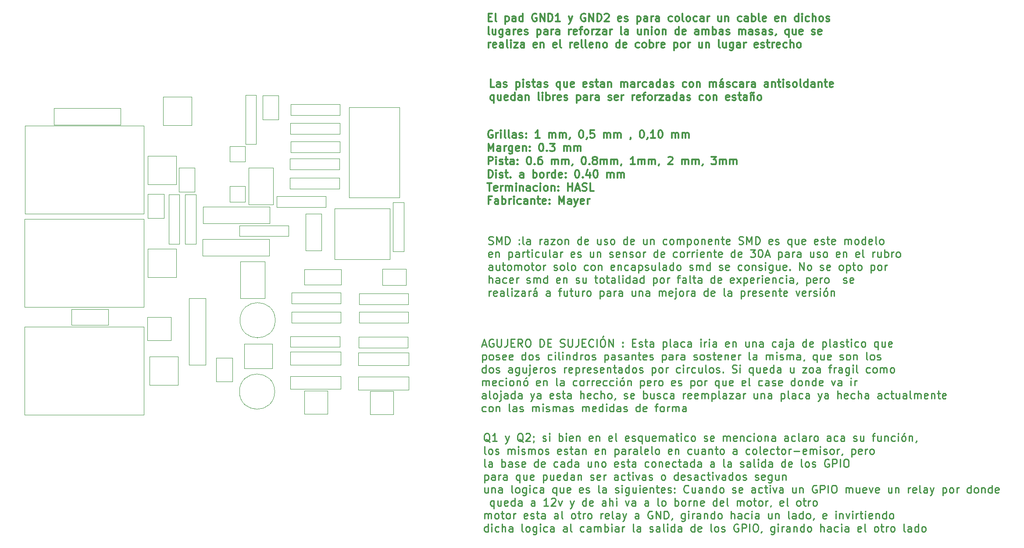
<source format=gbr>
G04 #@! TF.GenerationSoftware,KiCad,Pcbnew,5.1.4-e60b266~84~ubuntu18.04.1*
G04 #@! TF.CreationDate,2019-11-15T12:41:15-03:00*
G04 #@! TF.ProjectId,DriverConSensor,44726976-6572-4436-9f6e-53656e736f72,Ribelotta-Perren*
G04 #@! TF.SameCoordinates,Original*
G04 #@! TF.FileFunction,Other,User*
%FSLAX46Y46*%
G04 Gerber Fmt 4.6, Leading zero omitted, Abs format (unit mm)*
G04 Created by KiCad (PCBNEW 5.1.4-e60b266~84~ubuntu18.04.1) date 2019-11-15 12:41:15*
%MOMM*%
%LPD*%
G04 APERTURE LIST*
%ADD10C,0.250000*%
%ADD11C,0.300000*%
%ADD12C,0.050000*%
G04 APERTURE END LIST*
D10*
X155369642Y-106546428D02*
X155226785Y-106475000D01*
X155083928Y-106332142D01*
X154869642Y-106117857D01*
X154726785Y-106046428D01*
X154583928Y-106046428D01*
X154655357Y-106403571D02*
X154512500Y-106332142D01*
X154369642Y-106189285D01*
X154298214Y-105903571D01*
X154298214Y-105403571D01*
X154369642Y-105117857D01*
X154512500Y-104975000D01*
X154655357Y-104903571D01*
X154941071Y-104903571D01*
X155083928Y-104975000D01*
X155226785Y-105117857D01*
X155298214Y-105403571D01*
X155298214Y-105903571D01*
X155226785Y-106189285D01*
X155083928Y-106332142D01*
X154941071Y-106403571D01*
X154655357Y-106403571D01*
X156726785Y-106403571D02*
X155869642Y-106403571D01*
X156298214Y-106403571D02*
X156298214Y-104903571D01*
X156155357Y-105117857D01*
X156012500Y-105260714D01*
X155869642Y-105332142D01*
X158369642Y-105403571D02*
X158726785Y-106403571D01*
X159083928Y-105403571D02*
X158726785Y-106403571D01*
X158583928Y-106760714D01*
X158512500Y-106832142D01*
X158369642Y-106903571D01*
X161798214Y-106546428D02*
X161655357Y-106475000D01*
X161512500Y-106332142D01*
X161298214Y-106117857D01*
X161155357Y-106046428D01*
X161012500Y-106046428D01*
X161083928Y-106403571D02*
X160941071Y-106332142D01*
X160798214Y-106189285D01*
X160726785Y-105903571D01*
X160726785Y-105403571D01*
X160798214Y-105117857D01*
X160941071Y-104975000D01*
X161083928Y-104903571D01*
X161369642Y-104903571D01*
X161512500Y-104975000D01*
X161655357Y-105117857D01*
X161726785Y-105403571D01*
X161726785Y-105903571D01*
X161655357Y-106189285D01*
X161512500Y-106332142D01*
X161369642Y-106403571D01*
X161083928Y-106403571D01*
X162298214Y-105046428D02*
X162369642Y-104975000D01*
X162512500Y-104903571D01*
X162869642Y-104903571D01*
X163012500Y-104975000D01*
X163083928Y-105046428D01*
X163155357Y-105189285D01*
X163155357Y-105332142D01*
X163083928Y-105546428D01*
X162226785Y-106403571D01*
X163155357Y-106403571D01*
X163869642Y-106332142D02*
X163869642Y-106403571D01*
X163798214Y-106546428D01*
X163726785Y-106617857D01*
X163798214Y-105475000D02*
X163869642Y-105546428D01*
X163798214Y-105617857D01*
X163726785Y-105546428D01*
X163798214Y-105475000D01*
X163798214Y-105617857D01*
X165583928Y-106332142D02*
X165726785Y-106403571D01*
X166012500Y-106403571D01*
X166155357Y-106332142D01*
X166226785Y-106189285D01*
X166226785Y-106117857D01*
X166155357Y-105975000D01*
X166012500Y-105903571D01*
X165798214Y-105903571D01*
X165655357Y-105832142D01*
X165583928Y-105689285D01*
X165583928Y-105617857D01*
X165655357Y-105475000D01*
X165798214Y-105403571D01*
X166012500Y-105403571D01*
X166155357Y-105475000D01*
X166869642Y-106403571D02*
X166869642Y-105403571D01*
X166869642Y-104903571D02*
X166798214Y-104975000D01*
X166869642Y-105046428D01*
X166941071Y-104975000D01*
X166869642Y-104903571D01*
X166869642Y-105046428D01*
X168726785Y-106403571D02*
X168726785Y-104903571D01*
X168726785Y-105475000D02*
X168869642Y-105403571D01*
X169155357Y-105403571D01*
X169298214Y-105475000D01*
X169369642Y-105546428D01*
X169441071Y-105689285D01*
X169441071Y-106117857D01*
X169369642Y-106260714D01*
X169298214Y-106332142D01*
X169155357Y-106403571D01*
X168869642Y-106403571D01*
X168726785Y-106332142D01*
X170083928Y-106403571D02*
X170083928Y-105403571D01*
X170083928Y-104903571D02*
X170012500Y-104975000D01*
X170083928Y-105046428D01*
X170155357Y-104975000D01*
X170083928Y-104903571D01*
X170083928Y-105046428D01*
X171369642Y-106332142D02*
X171226785Y-106403571D01*
X170941071Y-106403571D01*
X170798214Y-106332142D01*
X170726785Y-106189285D01*
X170726785Y-105617857D01*
X170798214Y-105475000D01*
X170941071Y-105403571D01*
X171226785Y-105403571D01*
X171369642Y-105475000D01*
X171441071Y-105617857D01*
X171441071Y-105760714D01*
X170726785Y-105903571D01*
X172083928Y-105403571D02*
X172083928Y-106403571D01*
X172083928Y-105546428D02*
X172155357Y-105475000D01*
X172298214Y-105403571D01*
X172512500Y-105403571D01*
X172655357Y-105475000D01*
X172726785Y-105617857D01*
X172726785Y-106403571D01*
X175155357Y-106332142D02*
X175012500Y-106403571D01*
X174726785Y-106403571D01*
X174583928Y-106332142D01*
X174512500Y-106189285D01*
X174512500Y-105617857D01*
X174583928Y-105475000D01*
X174726785Y-105403571D01*
X175012500Y-105403571D01*
X175155357Y-105475000D01*
X175226785Y-105617857D01*
X175226785Y-105760714D01*
X174512500Y-105903571D01*
X175869642Y-105403571D02*
X175869642Y-106403571D01*
X175869642Y-105546428D02*
X175941071Y-105475000D01*
X176083928Y-105403571D01*
X176298214Y-105403571D01*
X176441071Y-105475000D01*
X176512500Y-105617857D01*
X176512500Y-106403571D01*
X178941071Y-106332142D02*
X178798214Y-106403571D01*
X178512500Y-106403571D01*
X178369642Y-106332142D01*
X178298214Y-106189285D01*
X178298214Y-105617857D01*
X178369642Y-105475000D01*
X178512500Y-105403571D01*
X178798214Y-105403571D01*
X178941071Y-105475000D01*
X179012500Y-105617857D01*
X179012500Y-105760714D01*
X178298214Y-105903571D01*
X179869642Y-106403571D02*
X179726785Y-106332142D01*
X179655357Y-106189285D01*
X179655357Y-104903571D01*
X182155357Y-106332142D02*
X182012500Y-106403571D01*
X181726785Y-106403571D01*
X181583928Y-106332142D01*
X181512500Y-106189285D01*
X181512500Y-105617857D01*
X181583928Y-105475000D01*
X181726785Y-105403571D01*
X182012500Y-105403571D01*
X182155357Y-105475000D01*
X182226785Y-105617857D01*
X182226785Y-105760714D01*
X181512500Y-105903571D01*
X182798214Y-106332142D02*
X182941071Y-106403571D01*
X183226785Y-106403571D01*
X183369642Y-106332142D01*
X183441071Y-106189285D01*
X183441071Y-106117857D01*
X183369642Y-105975000D01*
X183226785Y-105903571D01*
X183012500Y-105903571D01*
X182869642Y-105832142D01*
X182798214Y-105689285D01*
X182798214Y-105617857D01*
X182869642Y-105475000D01*
X183012500Y-105403571D01*
X183226785Y-105403571D01*
X183369642Y-105475000D01*
X184726785Y-105403571D02*
X184726785Y-106903571D01*
X184726785Y-106332142D02*
X184583928Y-106403571D01*
X184298214Y-106403571D01*
X184155357Y-106332142D01*
X184083928Y-106260714D01*
X184012500Y-106117857D01*
X184012500Y-105689285D01*
X184083928Y-105546428D01*
X184155357Y-105475000D01*
X184298214Y-105403571D01*
X184583928Y-105403571D01*
X184726785Y-105475000D01*
X186083928Y-105403571D02*
X186083928Y-106403571D01*
X185441071Y-105403571D02*
X185441071Y-106189285D01*
X185512500Y-106332142D01*
X185655357Y-106403571D01*
X185869642Y-106403571D01*
X186012500Y-106332142D01*
X186083928Y-106260714D01*
X187369642Y-106332142D02*
X187226785Y-106403571D01*
X186941071Y-106403571D01*
X186798214Y-106332142D01*
X186726785Y-106189285D01*
X186726785Y-105617857D01*
X186798214Y-105475000D01*
X186941071Y-105403571D01*
X187226785Y-105403571D01*
X187369642Y-105475000D01*
X187441071Y-105617857D01*
X187441071Y-105760714D01*
X186726785Y-105903571D01*
X188083928Y-106403571D02*
X188083928Y-105403571D01*
X188083928Y-105546428D02*
X188155357Y-105475000D01*
X188298214Y-105403571D01*
X188512500Y-105403571D01*
X188655357Y-105475000D01*
X188726785Y-105617857D01*
X188726785Y-106403571D01*
X188726785Y-105617857D02*
X188798214Y-105475000D01*
X188941071Y-105403571D01*
X189155357Y-105403571D01*
X189298214Y-105475000D01*
X189369642Y-105617857D01*
X189369642Y-106403571D01*
X190726785Y-106403571D02*
X190726785Y-105617857D01*
X190655357Y-105475000D01*
X190512500Y-105403571D01*
X190226785Y-105403571D01*
X190083928Y-105475000D01*
X190726785Y-106332142D02*
X190583928Y-106403571D01*
X190226785Y-106403571D01*
X190083928Y-106332142D01*
X190012500Y-106189285D01*
X190012500Y-106046428D01*
X190083928Y-105903571D01*
X190226785Y-105832142D01*
X190583928Y-105832142D01*
X190726785Y-105760714D01*
X191226785Y-105403571D02*
X191798214Y-105403571D01*
X191441071Y-104903571D02*
X191441071Y-106189285D01*
X191512500Y-106332142D01*
X191655357Y-106403571D01*
X191798214Y-106403571D01*
X192298214Y-106403571D02*
X192298214Y-105403571D01*
X192298214Y-104903571D02*
X192226785Y-104975000D01*
X192298214Y-105046428D01*
X192369642Y-104975000D01*
X192298214Y-104903571D01*
X192298214Y-105046428D01*
X193655357Y-106332142D02*
X193512500Y-106403571D01*
X193226785Y-106403571D01*
X193083928Y-106332142D01*
X193012500Y-106260714D01*
X192941071Y-106117857D01*
X192941071Y-105689285D01*
X193012500Y-105546428D01*
X193083928Y-105475000D01*
X193226785Y-105403571D01*
X193512500Y-105403571D01*
X193655357Y-105475000D01*
X194512500Y-106403571D02*
X194369642Y-106332142D01*
X194298214Y-106260714D01*
X194226785Y-106117857D01*
X194226785Y-105689285D01*
X194298214Y-105546428D01*
X194369642Y-105475000D01*
X194512500Y-105403571D01*
X194726785Y-105403571D01*
X194869642Y-105475000D01*
X194941071Y-105546428D01*
X195012500Y-105689285D01*
X195012500Y-106117857D01*
X194941071Y-106260714D01*
X194869642Y-106332142D01*
X194726785Y-106403571D01*
X194512500Y-106403571D01*
X196726785Y-106332142D02*
X196869642Y-106403571D01*
X197155357Y-106403571D01*
X197298214Y-106332142D01*
X197369642Y-106189285D01*
X197369642Y-106117857D01*
X197298214Y-105975000D01*
X197155357Y-105903571D01*
X196941071Y-105903571D01*
X196798214Y-105832142D01*
X196726785Y-105689285D01*
X196726785Y-105617857D01*
X196798214Y-105475000D01*
X196941071Y-105403571D01*
X197155357Y-105403571D01*
X197298214Y-105475000D01*
X198583928Y-106332142D02*
X198441071Y-106403571D01*
X198155357Y-106403571D01*
X198012500Y-106332142D01*
X197941071Y-106189285D01*
X197941071Y-105617857D01*
X198012500Y-105475000D01*
X198155357Y-105403571D01*
X198441071Y-105403571D01*
X198583928Y-105475000D01*
X198655357Y-105617857D01*
X198655357Y-105760714D01*
X197941071Y-105903571D01*
X200441071Y-106403571D02*
X200441071Y-105403571D01*
X200441071Y-105546428D02*
X200512500Y-105475000D01*
X200655357Y-105403571D01*
X200869642Y-105403571D01*
X201012500Y-105475000D01*
X201083928Y-105617857D01*
X201083928Y-106403571D01*
X201083928Y-105617857D02*
X201155357Y-105475000D01*
X201298214Y-105403571D01*
X201512500Y-105403571D01*
X201655357Y-105475000D01*
X201726785Y-105617857D01*
X201726785Y-106403571D01*
X203012500Y-106332142D02*
X202869642Y-106403571D01*
X202583928Y-106403571D01*
X202441071Y-106332142D01*
X202369642Y-106189285D01*
X202369642Y-105617857D01*
X202441071Y-105475000D01*
X202583928Y-105403571D01*
X202869642Y-105403571D01*
X203012500Y-105475000D01*
X203083928Y-105617857D01*
X203083928Y-105760714D01*
X202369642Y-105903571D01*
X203726785Y-105403571D02*
X203726785Y-106403571D01*
X203726785Y-105546428D02*
X203798214Y-105475000D01*
X203941071Y-105403571D01*
X204155357Y-105403571D01*
X204298214Y-105475000D01*
X204369642Y-105617857D01*
X204369642Y-106403571D01*
X205726785Y-106332142D02*
X205583928Y-106403571D01*
X205298214Y-106403571D01*
X205155357Y-106332142D01*
X205083928Y-106260714D01*
X205012500Y-106117857D01*
X205012500Y-105689285D01*
X205083928Y-105546428D01*
X205155357Y-105475000D01*
X205298214Y-105403571D01*
X205583928Y-105403571D01*
X205726785Y-105475000D01*
X206369642Y-106403571D02*
X206369642Y-105403571D01*
X206369642Y-104903571D02*
X206298214Y-104975000D01*
X206369642Y-105046428D01*
X206441071Y-104975000D01*
X206369642Y-104903571D01*
X206369642Y-105046428D01*
X207298214Y-106403571D02*
X207155357Y-106332142D01*
X207083928Y-106260714D01*
X207012500Y-106117857D01*
X207012500Y-105689285D01*
X207083928Y-105546428D01*
X207155357Y-105475000D01*
X207298214Y-105403571D01*
X207512500Y-105403571D01*
X207655357Y-105475000D01*
X207726785Y-105546428D01*
X207798214Y-105689285D01*
X207798214Y-106117857D01*
X207726785Y-106260714D01*
X207655357Y-106332142D01*
X207512500Y-106403571D01*
X207298214Y-106403571D01*
X208441071Y-105403571D02*
X208441071Y-106403571D01*
X208441071Y-105546428D02*
X208512500Y-105475000D01*
X208655357Y-105403571D01*
X208869642Y-105403571D01*
X209012500Y-105475000D01*
X209083928Y-105617857D01*
X209083928Y-106403571D01*
X210441071Y-106403571D02*
X210441071Y-105617857D01*
X210369642Y-105475000D01*
X210226785Y-105403571D01*
X209941071Y-105403571D01*
X209798214Y-105475000D01*
X210441071Y-106332142D02*
X210298214Y-106403571D01*
X209941071Y-106403571D01*
X209798214Y-106332142D01*
X209726785Y-106189285D01*
X209726785Y-106046428D01*
X209798214Y-105903571D01*
X209941071Y-105832142D01*
X210298214Y-105832142D01*
X210441071Y-105760714D01*
X212941071Y-106403571D02*
X212941071Y-105617857D01*
X212869642Y-105475000D01*
X212726785Y-105403571D01*
X212441071Y-105403571D01*
X212298214Y-105475000D01*
X212941071Y-106332142D02*
X212798214Y-106403571D01*
X212441071Y-106403571D01*
X212298214Y-106332142D01*
X212226785Y-106189285D01*
X212226785Y-106046428D01*
X212298214Y-105903571D01*
X212441071Y-105832142D01*
X212798214Y-105832142D01*
X212941071Y-105760714D01*
X214298214Y-106332142D02*
X214155357Y-106403571D01*
X213869642Y-106403571D01*
X213726785Y-106332142D01*
X213655357Y-106260714D01*
X213583928Y-106117857D01*
X213583928Y-105689285D01*
X213655357Y-105546428D01*
X213726785Y-105475000D01*
X213869642Y-105403571D01*
X214155357Y-105403571D01*
X214298214Y-105475000D01*
X215155357Y-106403571D02*
X215012500Y-106332142D01*
X214941071Y-106189285D01*
X214941071Y-104903571D01*
X216369642Y-106403571D02*
X216369642Y-105617857D01*
X216298214Y-105475000D01*
X216155357Y-105403571D01*
X215869642Y-105403571D01*
X215726785Y-105475000D01*
X216369642Y-106332142D02*
X216226785Y-106403571D01*
X215869642Y-106403571D01*
X215726785Y-106332142D01*
X215655357Y-106189285D01*
X215655357Y-106046428D01*
X215726785Y-105903571D01*
X215869642Y-105832142D01*
X216226785Y-105832142D01*
X216369642Y-105760714D01*
X217083928Y-106403571D02*
X217083928Y-105403571D01*
X217083928Y-105689285D02*
X217155357Y-105546428D01*
X217226785Y-105475000D01*
X217369642Y-105403571D01*
X217512500Y-105403571D01*
X218226785Y-106403571D02*
X218083928Y-106332142D01*
X218012500Y-106260714D01*
X217941071Y-106117857D01*
X217941071Y-105689285D01*
X218012500Y-105546428D01*
X218083928Y-105475000D01*
X218226785Y-105403571D01*
X218441071Y-105403571D01*
X218583928Y-105475000D01*
X218655357Y-105546428D01*
X218726785Y-105689285D01*
X218726785Y-106117857D01*
X218655357Y-106260714D01*
X218583928Y-106332142D01*
X218441071Y-106403571D01*
X218226785Y-106403571D01*
X221155357Y-106403571D02*
X221155357Y-105617857D01*
X221083928Y-105475000D01*
X220941071Y-105403571D01*
X220655357Y-105403571D01*
X220512500Y-105475000D01*
X221155357Y-106332142D02*
X221012500Y-106403571D01*
X220655357Y-106403571D01*
X220512500Y-106332142D01*
X220441071Y-106189285D01*
X220441071Y-106046428D01*
X220512500Y-105903571D01*
X220655357Y-105832142D01*
X221012500Y-105832142D01*
X221155357Y-105760714D01*
X222512500Y-106332142D02*
X222369642Y-106403571D01*
X222083928Y-106403571D01*
X221941071Y-106332142D01*
X221869642Y-106260714D01*
X221798214Y-106117857D01*
X221798214Y-105689285D01*
X221869642Y-105546428D01*
X221941071Y-105475000D01*
X222083928Y-105403571D01*
X222369642Y-105403571D01*
X222512500Y-105475000D01*
X223798214Y-106403571D02*
X223798214Y-105617857D01*
X223726785Y-105475000D01*
X223583928Y-105403571D01*
X223298214Y-105403571D01*
X223155357Y-105475000D01*
X223798214Y-106332142D02*
X223655357Y-106403571D01*
X223298214Y-106403571D01*
X223155357Y-106332142D01*
X223083928Y-106189285D01*
X223083928Y-106046428D01*
X223155357Y-105903571D01*
X223298214Y-105832142D01*
X223655357Y-105832142D01*
X223798214Y-105760714D01*
X225583928Y-106332142D02*
X225726785Y-106403571D01*
X226012500Y-106403571D01*
X226155357Y-106332142D01*
X226226785Y-106189285D01*
X226226785Y-106117857D01*
X226155357Y-105975000D01*
X226012500Y-105903571D01*
X225798214Y-105903571D01*
X225655357Y-105832142D01*
X225583928Y-105689285D01*
X225583928Y-105617857D01*
X225655357Y-105475000D01*
X225798214Y-105403571D01*
X226012500Y-105403571D01*
X226155357Y-105475000D01*
X227512500Y-105403571D02*
X227512500Y-106403571D01*
X226869642Y-105403571D02*
X226869642Y-106189285D01*
X226941071Y-106332142D01*
X227083928Y-106403571D01*
X227298214Y-106403571D01*
X227441071Y-106332142D01*
X227512500Y-106260714D01*
X229155357Y-105403571D02*
X229726785Y-105403571D01*
X229369642Y-106403571D02*
X229369642Y-105117857D01*
X229441071Y-104975000D01*
X229583928Y-104903571D01*
X229726785Y-104903571D01*
X230869642Y-105403571D02*
X230869642Y-106403571D01*
X230226785Y-105403571D02*
X230226785Y-106189285D01*
X230298214Y-106332142D01*
X230441071Y-106403571D01*
X230655357Y-106403571D01*
X230798214Y-106332142D01*
X230869642Y-106260714D01*
X231583928Y-105403571D02*
X231583928Y-106403571D01*
X231583928Y-105546428D02*
X231655357Y-105475000D01*
X231798214Y-105403571D01*
X232012500Y-105403571D01*
X232155357Y-105475000D01*
X232226785Y-105617857D01*
X232226785Y-106403571D01*
X233583928Y-106332142D02*
X233441071Y-106403571D01*
X233155357Y-106403571D01*
X233012500Y-106332142D01*
X232941071Y-106260714D01*
X232869642Y-106117857D01*
X232869642Y-105689285D01*
X232941071Y-105546428D01*
X233012500Y-105475000D01*
X233155357Y-105403571D01*
X233441071Y-105403571D01*
X233583928Y-105475000D01*
X234226785Y-106403571D02*
X234226785Y-105403571D01*
X234226785Y-104903571D02*
X234155357Y-104975000D01*
X234226785Y-105046428D01*
X234298214Y-104975000D01*
X234226785Y-104903571D01*
X234226785Y-105046428D01*
X235155357Y-106403571D02*
X235012500Y-106332142D01*
X234941071Y-106260714D01*
X234869642Y-106117857D01*
X234869642Y-105689285D01*
X234941071Y-105546428D01*
X235012500Y-105475000D01*
X235155357Y-105403571D01*
X235369642Y-105403571D01*
X235512500Y-105475000D01*
X235583928Y-105546428D01*
X235655357Y-105689285D01*
X235655357Y-106117857D01*
X235583928Y-106260714D01*
X235512500Y-106332142D01*
X235369642Y-106403571D01*
X235155357Y-106403571D01*
X235441071Y-104832142D02*
X235226785Y-105046428D01*
X236298214Y-105403571D02*
X236298214Y-106403571D01*
X236298214Y-105546428D02*
X236369642Y-105475000D01*
X236512499Y-105403571D01*
X236726785Y-105403571D01*
X236869642Y-105475000D01*
X236941071Y-105617857D01*
X236941071Y-106403571D01*
X237726785Y-106332142D02*
X237726785Y-106403571D01*
X237655357Y-106546428D01*
X237583928Y-106617857D01*
X154583928Y-108903571D02*
X154441071Y-108832142D01*
X154369642Y-108689285D01*
X154369642Y-107403571D01*
X155369642Y-108903571D02*
X155226785Y-108832142D01*
X155155357Y-108760714D01*
X155083928Y-108617857D01*
X155083928Y-108189285D01*
X155155357Y-108046428D01*
X155226785Y-107975000D01*
X155369642Y-107903571D01*
X155583928Y-107903571D01*
X155726785Y-107975000D01*
X155798214Y-108046428D01*
X155869642Y-108189285D01*
X155869642Y-108617857D01*
X155798214Y-108760714D01*
X155726785Y-108832142D01*
X155583928Y-108903571D01*
X155369642Y-108903571D01*
X156441071Y-108832142D02*
X156583928Y-108903571D01*
X156869642Y-108903571D01*
X157012500Y-108832142D01*
X157083928Y-108689285D01*
X157083928Y-108617857D01*
X157012500Y-108475000D01*
X156869642Y-108403571D01*
X156655357Y-108403571D01*
X156512500Y-108332142D01*
X156441071Y-108189285D01*
X156441071Y-108117857D01*
X156512500Y-107975000D01*
X156655357Y-107903571D01*
X156869642Y-107903571D01*
X157012500Y-107975000D01*
X158869642Y-108903571D02*
X158869642Y-107903571D01*
X158869642Y-108046428D02*
X158941071Y-107975000D01*
X159083928Y-107903571D01*
X159298214Y-107903571D01*
X159441071Y-107975000D01*
X159512500Y-108117857D01*
X159512500Y-108903571D01*
X159512500Y-108117857D02*
X159583928Y-107975000D01*
X159726785Y-107903571D01*
X159941071Y-107903571D01*
X160083928Y-107975000D01*
X160155357Y-108117857D01*
X160155357Y-108903571D01*
X160869642Y-108903571D02*
X160869642Y-107903571D01*
X160869642Y-107403571D02*
X160798214Y-107475000D01*
X160869642Y-107546428D01*
X160941071Y-107475000D01*
X160869642Y-107403571D01*
X160869642Y-107546428D01*
X161512500Y-108832142D02*
X161655357Y-108903571D01*
X161941071Y-108903571D01*
X162083928Y-108832142D01*
X162155357Y-108689285D01*
X162155357Y-108617857D01*
X162083928Y-108475000D01*
X161941071Y-108403571D01*
X161726785Y-108403571D01*
X161583928Y-108332142D01*
X161512500Y-108189285D01*
X161512500Y-108117857D01*
X161583928Y-107975000D01*
X161726785Y-107903571D01*
X161941071Y-107903571D01*
X162083928Y-107975000D01*
X162798214Y-108903571D02*
X162798214Y-107903571D01*
X162798214Y-108046428D02*
X162869642Y-107975000D01*
X163012500Y-107903571D01*
X163226785Y-107903571D01*
X163369642Y-107975000D01*
X163441071Y-108117857D01*
X163441071Y-108903571D01*
X163441071Y-108117857D02*
X163512500Y-107975000D01*
X163655357Y-107903571D01*
X163869642Y-107903571D01*
X164012500Y-107975000D01*
X164083928Y-108117857D01*
X164083928Y-108903571D01*
X165012500Y-108903571D02*
X164869642Y-108832142D01*
X164798214Y-108760714D01*
X164726785Y-108617857D01*
X164726785Y-108189285D01*
X164798214Y-108046428D01*
X164869642Y-107975000D01*
X165012500Y-107903571D01*
X165226785Y-107903571D01*
X165369642Y-107975000D01*
X165441071Y-108046428D01*
X165512500Y-108189285D01*
X165512500Y-108617857D01*
X165441071Y-108760714D01*
X165369642Y-108832142D01*
X165226785Y-108903571D01*
X165012500Y-108903571D01*
X166083928Y-108832142D02*
X166226785Y-108903571D01*
X166512500Y-108903571D01*
X166655357Y-108832142D01*
X166726785Y-108689285D01*
X166726785Y-108617857D01*
X166655357Y-108475000D01*
X166512500Y-108403571D01*
X166298214Y-108403571D01*
X166155357Y-108332142D01*
X166083928Y-108189285D01*
X166083928Y-108117857D01*
X166155357Y-107975000D01*
X166298214Y-107903571D01*
X166512500Y-107903571D01*
X166655357Y-107975000D01*
X169083928Y-108832142D02*
X168941071Y-108903571D01*
X168655357Y-108903571D01*
X168512500Y-108832142D01*
X168441071Y-108689285D01*
X168441071Y-108117857D01*
X168512500Y-107975000D01*
X168655357Y-107903571D01*
X168941071Y-107903571D01*
X169083928Y-107975000D01*
X169155357Y-108117857D01*
X169155357Y-108260714D01*
X168441071Y-108403571D01*
X169726785Y-108832142D02*
X169869642Y-108903571D01*
X170155357Y-108903571D01*
X170298214Y-108832142D01*
X170369642Y-108689285D01*
X170369642Y-108617857D01*
X170298214Y-108475000D01*
X170155357Y-108403571D01*
X169941071Y-108403571D01*
X169798214Y-108332142D01*
X169726785Y-108189285D01*
X169726785Y-108117857D01*
X169798214Y-107975000D01*
X169941071Y-107903571D01*
X170155357Y-107903571D01*
X170298214Y-107975000D01*
X170798214Y-107903571D02*
X171369642Y-107903571D01*
X171012500Y-107403571D02*
X171012500Y-108689285D01*
X171083928Y-108832142D01*
X171226785Y-108903571D01*
X171369642Y-108903571D01*
X172512500Y-108903571D02*
X172512500Y-108117857D01*
X172441071Y-107975000D01*
X172298214Y-107903571D01*
X172012500Y-107903571D01*
X171869642Y-107975000D01*
X172512500Y-108832142D02*
X172369642Y-108903571D01*
X172012500Y-108903571D01*
X171869642Y-108832142D01*
X171798214Y-108689285D01*
X171798214Y-108546428D01*
X171869642Y-108403571D01*
X172012500Y-108332142D01*
X172369642Y-108332142D01*
X172512500Y-108260714D01*
X173226785Y-107903571D02*
X173226785Y-108903571D01*
X173226785Y-108046428D02*
X173298214Y-107975000D01*
X173441071Y-107903571D01*
X173655357Y-107903571D01*
X173798214Y-107975000D01*
X173869642Y-108117857D01*
X173869642Y-108903571D01*
X176298214Y-108832142D02*
X176155357Y-108903571D01*
X175869642Y-108903571D01*
X175726785Y-108832142D01*
X175655357Y-108689285D01*
X175655357Y-108117857D01*
X175726785Y-107975000D01*
X175869642Y-107903571D01*
X176155357Y-107903571D01*
X176298214Y-107975000D01*
X176369642Y-108117857D01*
X176369642Y-108260714D01*
X175655357Y-108403571D01*
X177012500Y-107903571D02*
X177012500Y-108903571D01*
X177012500Y-108046428D02*
X177083928Y-107975000D01*
X177226785Y-107903571D01*
X177441071Y-107903571D01*
X177583928Y-107975000D01*
X177655357Y-108117857D01*
X177655357Y-108903571D01*
X179512500Y-107903571D02*
X179512500Y-109403571D01*
X179512500Y-107975000D02*
X179655357Y-107903571D01*
X179941071Y-107903571D01*
X180083928Y-107975000D01*
X180155357Y-108046428D01*
X180226785Y-108189285D01*
X180226785Y-108617857D01*
X180155357Y-108760714D01*
X180083928Y-108832142D01*
X179941071Y-108903571D01*
X179655357Y-108903571D01*
X179512500Y-108832142D01*
X181512500Y-108903571D02*
X181512500Y-108117857D01*
X181441071Y-107975000D01*
X181298214Y-107903571D01*
X181012500Y-107903571D01*
X180869642Y-107975000D01*
X181512500Y-108832142D02*
X181369642Y-108903571D01*
X181012500Y-108903571D01*
X180869642Y-108832142D01*
X180798214Y-108689285D01*
X180798214Y-108546428D01*
X180869642Y-108403571D01*
X181012500Y-108332142D01*
X181369642Y-108332142D01*
X181512500Y-108260714D01*
X182226785Y-108903571D02*
X182226785Y-107903571D01*
X182226785Y-108189285D02*
X182298214Y-108046428D01*
X182369642Y-107975000D01*
X182512500Y-107903571D01*
X182655357Y-107903571D01*
X183798214Y-108903571D02*
X183798214Y-108117857D01*
X183726785Y-107975000D01*
X183583928Y-107903571D01*
X183298214Y-107903571D01*
X183155357Y-107975000D01*
X183798214Y-108832142D02*
X183655357Y-108903571D01*
X183298214Y-108903571D01*
X183155357Y-108832142D01*
X183083928Y-108689285D01*
X183083928Y-108546428D01*
X183155357Y-108403571D01*
X183298214Y-108332142D01*
X183655357Y-108332142D01*
X183798214Y-108260714D01*
X184726785Y-108903571D02*
X184583928Y-108832142D01*
X184512500Y-108689285D01*
X184512500Y-107403571D01*
X185869642Y-108832142D02*
X185726785Y-108903571D01*
X185441071Y-108903571D01*
X185298214Y-108832142D01*
X185226785Y-108689285D01*
X185226785Y-108117857D01*
X185298214Y-107975000D01*
X185441071Y-107903571D01*
X185726785Y-107903571D01*
X185869642Y-107975000D01*
X185941071Y-108117857D01*
X185941071Y-108260714D01*
X185226785Y-108403571D01*
X186798214Y-108903571D02*
X186655357Y-108832142D01*
X186583928Y-108689285D01*
X186583928Y-107403571D01*
X187583928Y-108903571D02*
X187441071Y-108832142D01*
X187369642Y-108760714D01*
X187298214Y-108617857D01*
X187298214Y-108189285D01*
X187369642Y-108046428D01*
X187441071Y-107975000D01*
X187583928Y-107903571D01*
X187798214Y-107903571D01*
X187941071Y-107975000D01*
X188012500Y-108046428D01*
X188083928Y-108189285D01*
X188083928Y-108617857D01*
X188012500Y-108760714D01*
X187941071Y-108832142D01*
X187798214Y-108903571D01*
X187583928Y-108903571D01*
X190441071Y-108832142D02*
X190298214Y-108903571D01*
X190012500Y-108903571D01*
X189869642Y-108832142D01*
X189798214Y-108689285D01*
X189798214Y-108117857D01*
X189869642Y-107975000D01*
X190012500Y-107903571D01*
X190298214Y-107903571D01*
X190441071Y-107975000D01*
X190512500Y-108117857D01*
X190512500Y-108260714D01*
X189798214Y-108403571D01*
X191155357Y-107903571D02*
X191155357Y-108903571D01*
X191155357Y-108046428D02*
X191226785Y-107975000D01*
X191369642Y-107903571D01*
X191583928Y-107903571D01*
X191726785Y-107975000D01*
X191798214Y-108117857D01*
X191798214Y-108903571D01*
X194298214Y-108832142D02*
X194155357Y-108903571D01*
X193869642Y-108903571D01*
X193726785Y-108832142D01*
X193655357Y-108760714D01*
X193583928Y-108617857D01*
X193583928Y-108189285D01*
X193655357Y-108046428D01*
X193726785Y-107975000D01*
X193869642Y-107903571D01*
X194155357Y-107903571D01*
X194298214Y-107975000D01*
X195583928Y-107903571D02*
X195583928Y-108903571D01*
X194941071Y-107903571D02*
X194941071Y-108689285D01*
X195012500Y-108832142D01*
X195155357Y-108903571D01*
X195369642Y-108903571D01*
X195512500Y-108832142D01*
X195583928Y-108760714D01*
X196941071Y-108903571D02*
X196941071Y-108117857D01*
X196869642Y-107975000D01*
X196726785Y-107903571D01*
X196441071Y-107903571D01*
X196298214Y-107975000D01*
X196941071Y-108832142D02*
X196798214Y-108903571D01*
X196441071Y-108903571D01*
X196298214Y-108832142D01*
X196226785Y-108689285D01*
X196226785Y-108546428D01*
X196298214Y-108403571D01*
X196441071Y-108332142D01*
X196798214Y-108332142D01*
X196941071Y-108260714D01*
X197655357Y-107903571D02*
X197655357Y-108903571D01*
X197655357Y-108046428D02*
X197726785Y-107975000D01*
X197869642Y-107903571D01*
X198083928Y-107903571D01*
X198226785Y-107975000D01*
X198298214Y-108117857D01*
X198298214Y-108903571D01*
X198798214Y-107903571D02*
X199369642Y-107903571D01*
X199012500Y-107403571D02*
X199012500Y-108689285D01*
X199083928Y-108832142D01*
X199226785Y-108903571D01*
X199369642Y-108903571D01*
X200083928Y-108903571D02*
X199941071Y-108832142D01*
X199869642Y-108760714D01*
X199798214Y-108617857D01*
X199798214Y-108189285D01*
X199869642Y-108046428D01*
X199941071Y-107975000D01*
X200083928Y-107903571D01*
X200298214Y-107903571D01*
X200441071Y-107975000D01*
X200512500Y-108046428D01*
X200583928Y-108189285D01*
X200583928Y-108617857D01*
X200512500Y-108760714D01*
X200441071Y-108832142D01*
X200298214Y-108903571D01*
X200083928Y-108903571D01*
X203012500Y-108903571D02*
X203012500Y-108117857D01*
X202941071Y-107975000D01*
X202798214Y-107903571D01*
X202512500Y-107903571D01*
X202369642Y-107975000D01*
X203012500Y-108832142D02*
X202869642Y-108903571D01*
X202512500Y-108903571D01*
X202369642Y-108832142D01*
X202298214Y-108689285D01*
X202298214Y-108546428D01*
X202369642Y-108403571D01*
X202512500Y-108332142D01*
X202869642Y-108332142D01*
X203012500Y-108260714D01*
X205512500Y-108832142D02*
X205369642Y-108903571D01*
X205083928Y-108903571D01*
X204941071Y-108832142D01*
X204869642Y-108760714D01*
X204798214Y-108617857D01*
X204798214Y-108189285D01*
X204869642Y-108046428D01*
X204941071Y-107975000D01*
X205083928Y-107903571D01*
X205369642Y-107903571D01*
X205512500Y-107975000D01*
X206369642Y-108903571D02*
X206226785Y-108832142D01*
X206155357Y-108760714D01*
X206083928Y-108617857D01*
X206083928Y-108189285D01*
X206155357Y-108046428D01*
X206226785Y-107975000D01*
X206369642Y-107903571D01*
X206583928Y-107903571D01*
X206726785Y-107975000D01*
X206798214Y-108046428D01*
X206869642Y-108189285D01*
X206869642Y-108617857D01*
X206798214Y-108760714D01*
X206726785Y-108832142D01*
X206583928Y-108903571D01*
X206369642Y-108903571D01*
X207726785Y-108903571D02*
X207583928Y-108832142D01*
X207512500Y-108689285D01*
X207512500Y-107403571D01*
X208869642Y-108832142D02*
X208726785Y-108903571D01*
X208441071Y-108903571D01*
X208298214Y-108832142D01*
X208226785Y-108689285D01*
X208226785Y-108117857D01*
X208298214Y-107975000D01*
X208441071Y-107903571D01*
X208726785Y-107903571D01*
X208869642Y-107975000D01*
X208941071Y-108117857D01*
X208941071Y-108260714D01*
X208226785Y-108403571D01*
X210226785Y-108832142D02*
X210083928Y-108903571D01*
X209798214Y-108903571D01*
X209655357Y-108832142D01*
X209583928Y-108760714D01*
X209512500Y-108617857D01*
X209512500Y-108189285D01*
X209583928Y-108046428D01*
X209655357Y-107975000D01*
X209798214Y-107903571D01*
X210083928Y-107903571D01*
X210226785Y-107975000D01*
X210655357Y-107903571D02*
X211226785Y-107903571D01*
X210869642Y-107403571D02*
X210869642Y-108689285D01*
X210941071Y-108832142D01*
X211083928Y-108903571D01*
X211226785Y-108903571D01*
X211941071Y-108903571D02*
X211798214Y-108832142D01*
X211726785Y-108760714D01*
X211655357Y-108617857D01*
X211655357Y-108189285D01*
X211726785Y-108046428D01*
X211798214Y-107975000D01*
X211941071Y-107903571D01*
X212155357Y-107903571D01*
X212298214Y-107975000D01*
X212369642Y-108046428D01*
X212441071Y-108189285D01*
X212441071Y-108617857D01*
X212369642Y-108760714D01*
X212298214Y-108832142D01*
X212155357Y-108903571D01*
X211941071Y-108903571D01*
X213083928Y-108903571D02*
X213083928Y-107903571D01*
X213083928Y-108189285D02*
X213155357Y-108046428D01*
X213226785Y-107975000D01*
X213369642Y-107903571D01*
X213512500Y-107903571D01*
X214012500Y-108332142D02*
X215155357Y-108332142D01*
X216441071Y-108832142D02*
X216298214Y-108903571D01*
X216012500Y-108903571D01*
X215869642Y-108832142D01*
X215798214Y-108689285D01*
X215798214Y-108117857D01*
X215869642Y-107975000D01*
X216012500Y-107903571D01*
X216298214Y-107903571D01*
X216441071Y-107975000D01*
X216512500Y-108117857D01*
X216512500Y-108260714D01*
X215798214Y-108403571D01*
X217155357Y-108903571D02*
X217155357Y-107903571D01*
X217155357Y-108046428D02*
X217226785Y-107975000D01*
X217369642Y-107903571D01*
X217583928Y-107903571D01*
X217726785Y-107975000D01*
X217798214Y-108117857D01*
X217798214Y-108903571D01*
X217798214Y-108117857D02*
X217869642Y-107975000D01*
X218012500Y-107903571D01*
X218226785Y-107903571D01*
X218369642Y-107975000D01*
X218441071Y-108117857D01*
X218441071Y-108903571D01*
X219155357Y-108903571D02*
X219155357Y-107903571D01*
X219155357Y-107403571D02*
X219083928Y-107475000D01*
X219155357Y-107546428D01*
X219226785Y-107475000D01*
X219155357Y-107403571D01*
X219155357Y-107546428D01*
X219798214Y-108832142D02*
X219941071Y-108903571D01*
X220226785Y-108903571D01*
X220369642Y-108832142D01*
X220441071Y-108689285D01*
X220441071Y-108617857D01*
X220369642Y-108475000D01*
X220226785Y-108403571D01*
X220012500Y-108403571D01*
X219869642Y-108332142D01*
X219798214Y-108189285D01*
X219798214Y-108117857D01*
X219869642Y-107975000D01*
X220012500Y-107903571D01*
X220226785Y-107903571D01*
X220369642Y-107975000D01*
X221298214Y-108903571D02*
X221155357Y-108832142D01*
X221083928Y-108760714D01*
X221012500Y-108617857D01*
X221012500Y-108189285D01*
X221083928Y-108046428D01*
X221155357Y-107975000D01*
X221298214Y-107903571D01*
X221512500Y-107903571D01*
X221655357Y-107975000D01*
X221726785Y-108046428D01*
X221798214Y-108189285D01*
X221798214Y-108617857D01*
X221726785Y-108760714D01*
X221655357Y-108832142D01*
X221512500Y-108903571D01*
X221298214Y-108903571D01*
X222441071Y-108903571D02*
X222441071Y-107903571D01*
X222441071Y-108189285D02*
X222512500Y-108046428D01*
X222583928Y-107975000D01*
X222726785Y-107903571D01*
X222869642Y-107903571D01*
X223441071Y-108832142D02*
X223441071Y-108903571D01*
X223369642Y-109046428D01*
X223298214Y-109117857D01*
X225226785Y-107903571D02*
X225226785Y-109403571D01*
X225226785Y-107975000D02*
X225369642Y-107903571D01*
X225655357Y-107903571D01*
X225798214Y-107975000D01*
X225869642Y-108046428D01*
X225941071Y-108189285D01*
X225941071Y-108617857D01*
X225869642Y-108760714D01*
X225798214Y-108832142D01*
X225655357Y-108903571D01*
X225369642Y-108903571D01*
X225226785Y-108832142D01*
X227155357Y-108832142D02*
X227012500Y-108903571D01*
X226726785Y-108903571D01*
X226583928Y-108832142D01*
X226512500Y-108689285D01*
X226512500Y-108117857D01*
X226583928Y-107975000D01*
X226726785Y-107903571D01*
X227012500Y-107903571D01*
X227155357Y-107975000D01*
X227226785Y-108117857D01*
X227226785Y-108260714D01*
X226512500Y-108403571D01*
X227869642Y-108903571D02*
X227869642Y-107903571D01*
X227869642Y-108189285D02*
X227941071Y-108046428D01*
X228012500Y-107975000D01*
X228155357Y-107903571D01*
X228298214Y-107903571D01*
X229012500Y-108903571D02*
X228869642Y-108832142D01*
X228798214Y-108760714D01*
X228726785Y-108617857D01*
X228726785Y-108189285D01*
X228798214Y-108046428D01*
X228869642Y-107975000D01*
X229012500Y-107903571D01*
X229226785Y-107903571D01*
X229369642Y-107975000D01*
X229441071Y-108046428D01*
X229512500Y-108189285D01*
X229512500Y-108617857D01*
X229441071Y-108760714D01*
X229369642Y-108832142D01*
X229226785Y-108903571D01*
X229012500Y-108903571D01*
X154583928Y-111403571D02*
X154441071Y-111332142D01*
X154369642Y-111189285D01*
X154369642Y-109903571D01*
X155798214Y-111403571D02*
X155798214Y-110617857D01*
X155726785Y-110475000D01*
X155583928Y-110403571D01*
X155298214Y-110403571D01*
X155155357Y-110475000D01*
X155798214Y-111332142D02*
X155655357Y-111403571D01*
X155298214Y-111403571D01*
X155155357Y-111332142D01*
X155083928Y-111189285D01*
X155083928Y-111046428D01*
X155155357Y-110903571D01*
X155298214Y-110832142D01*
X155655357Y-110832142D01*
X155798214Y-110760714D01*
X157655357Y-111403571D02*
X157655357Y-109903571D01*
X157655357Y-110475000D02*
X157798214Y-110403571D01*
X158083928Y-110403571D01*
X158226785Y-110475000D01*
X158298214Y-110546428D01*
X158369642Y-110689285D01*
X158369642Y-111117857D01*
X158298214Y-111260714D01*
X158226785Y-111332142D01*
X158083928Y-111403571D01*
X157798214Y-111403571D01*
X157655357Y-111332142D01*
X159655357Y-111403571D02*
X159655357Y-110617857D01*
X159583928Y-110475000D01*
X159441071Y-110403571D01*
X159155357Y-110403571D01*
X159012500Y-110475000D01*
X159655357Y-111332142D02*
X159512500Y-111403571D01*
X159155357Y-111403571D01*
X159012500Y-111332142D01*
X158941071Y-111189285D01*
X158941071Y-111046428D01*
X159012500Y-110903571D01*
X159155357Y-110832142D01*
X159512500Y-110832142D01*
X159655357Y-110760714D01*
X160298214Y-111332142D02*
X160441071Y-111403571D01*
X160726785Y-111403571D01*
X160869642Y-111332142D01*
X160941071Y-111189285D01*
X160941071Y-111117857D01*
X160869642Y-110975000D01*
X160726785Y-110903571D01*
X160512500Y-110903571D01*
X160369642Y-110832142D01*
X160298214Y-110689285D01*
X160298214Y-110617857D01*
X160369642Y-110475000D01*
X160512500Y-110403571D01*
X160726785Y-110403571D01*
X160869642Y-110475000D01*
X162155357Y-111332142D02*
X162012500Y-111403571D01*
X161726785Y-111403571D01*
X161583928Y-111332142D01*
X161512500Y-111189285D01*
X161512500Y-110617857D01*
X161583928Y-110475000D01*
X161726785Y-110403571D01*
X162012500Y-110403571D01*
X162155357Y-110475000D01*
X162226785Y-110617857D01*
X162226785Y-110760714D01*
X161512500Y-110903571D01*
X164655357Y-111403571D02*
X164655357Y-109903571D01*
X164655357Y-111332142D02*
X164512500Y-111403571D01*
X164226785Y-111403571D01*
X164083928Y-111332142D01*
X164012500Y-111260714D01*
X163941071Y-111117857D01*
X163941071Y-110689285D01*
X164012500Y-110546428D01*
X164083928Y-110475000D01*
X164226785Y-110403571D01*
X164512500Y-110403571D01*
X164655357Y-110475000D01*
X165941071Y-111332142D02*
X165798214Y-111403571D01*
X165512500Y-111403571D01*
X165369642Y-111332142D01*
X165298214Y-111189285D01*
X165298214Y-110617857D01*
X165369642Y-110475000D01*
X165512500Y-110403571D01*
X165798214Y-110403571D01*
X165941071Y-110475000D01*
X166012500Y-110617857D01*
X166012500Y-110760714D01*
X165298214Y-110903571D01*
X168441071Y-111332142D02*
X168298214Y-111403571D01*
X168012500Y-111403571D01*
X167869642Y-111332142D01*
X167798214Y-111260714D01*
X167726785Y-111117857D01*
X167726785Y-110689285D01*
X167798214Y-110546428D01*
X167869642Y-110475000D01*
X168012500Y-110403571D01*
X168298214Y-110403571D01*
X168441071Y-110475000D01*
X169726785Y-111403571D02*
X169726785Y-110617857D01*
X169655357Y-110475000D01*
X169512500Y-110403571D01*
X169226785Y-110403571D01*
X169083928Y-110475000D01*
X169726785Y-111332142D02*
X169583928Y-111403571D01*
X169226785Y-111403571D01*
X169083928Y-111332142D01*
X169012500Y-111189285D01*
X169012500Y-111046428D01*
X169083928Y-110903571D01*
X169226785Y-110832142D01*
X169583928Y-110832142D01*
X169726785Y-110760714D01*
X171083928Y-111403571D02*
X171083928Y-109903571D01*
X171083928Y-111332142D02*
X170941071Y-111403571D01*
X170655357Y-111403571D01*
X170512500Y-111332142D01*
X170441071Y-111260714D01*
X170369642Y-111117857D01*
X170369642Y-110689285D01*
X170441071Y-110546428D01*
X170512500Y-110475000D01*
X170655357Y-110403571D01*
X170941071Y-110403571D01*
X171083928Y-110475000D01*
X172441071Y-111403571D02*
X172441071Y-110617857D01*
X172369642Y-110475000D01*
X172226785Y-110403571D01*
X171941071Y-110403571D01*
X171798214Y-110475000D01*
X172441071Y-111332142D02*
X172298214Y-111403571D01*
X171941071Y-111403571D01*
X171798214Y-111332142D01*
X171726785Y-111189285D01*
X171726785Y-111046428D01*
X171798214Y-110903571D01*
X171941071Y-110832142D01*
X172298214Y-110832142D01*
X172441071Y-110760714D01*
X174941071Y-110403571D02*
X174941071Y-111403571D01*
X174298214Y-110403571D02*
X174298214Y-111189285D01*
X174369642Y-111332142D01*
X174512500Y-111403571D01*
X174726785Y-111403571D01*
X174869642Y-111332142D01*
X174941071Y-111260714D01*
X175655357Y-110403571D02*
X175655357Y-111403571D01*
X175655357Y-110546428D02*
X175726785Y-110475000D01*
X175869642Y-110403571D01*
X176083928Y-110403571D01*
X176226785Y-110475000D01*
X176298214Y-110617857D01*
X176298214Y-111403571D01*
X177226785Y-111403571D02*
X177083928Y-111332142D01*
X177012500Y-111260714D01*
X176941071Y-111117857D01*
X176941071Y-110689285D01*
X177012500Y-110546428D01*
X177083928Y-110475000D01*
X177226785Y-110403571D01*
X177441071Y-110403571D01*
X177583928Y-110475000D01*
X177655357Y-110546428D01*
X177726785Y-110689285D01*
X177726785Y-111117857D01*
X177655357Y-111260714D01*
X177583928Y-111332142D01*
X177441071Y-111403571D01*
X177226785Y-111403571D01*
X180083928Y-111332142D02*
X179941071Y-111403571D01*
X179655357Y-111403571D01*
X179512500Y-111332142D01*
X179441071Y-111189285D01*
X179441071Y-110617857D01*
X179512500Y-110475000D01*
X179655357Y-110403571D01*
X179941071Y-110403571D01*
X180083928Y-110475000D01*
X180155357Y-110617857D01*
X180155357Y-110760714D01*
X179441071Y-110903571D01*
X180726785Y-111332142D02*
X180869642Y-111403571D01*
X181155357Y-111403571D01*
X181298214Y-111332142D01*
X181369642Y-111189285D01*
X181369642Y-111117857D01*
X181298214Y-110975000D01*
X181155357Y-110903571D01*
X180941071Y-110903571D01*
X180798214Y-110832142D01*
X180726785Y-110689285D01*
X180726785Y-110617857D01*
X180798214Y-110475000D01*
X180941071Y-110403571D01*
X181155357Y-110403571D01*
X181298214Y-110475000D01*
X181798214Y-110403571D02*
X182369642Y-110403571D01*
X182012500Y-109903571D02*
X182012500Y-111189285D01*
X182083928Y-111332142D01*
X182226785Y-111403571D01*
X182369642Y-111403571D01*
X183512500Y-111403571D02*
X183512500Y-110617857D01*
X183441071Y-110475000D01*
X183298214Y-110403571D01*
X183012500Y-110403571D01*
X182869642Y-110475000D01*
X183512500Y-111332142D02*
X183369642Y-111403571D01*
X183012500Y-111403571D01*
X182869642Y-111332142D01*
X182798214Y-111189285D01*
X182798214Y-111046428D01*
X182869642Y-110903571D01*
X183012500Y-110832142D01*
X183369642Y-110832142D01*
X183512500Y-110760714D01*
X186012500Y-111332142D02*
X185869642Y-111403571D01*
X185583928Y-111403571D01*
X185441071Y-111332142D01*
X185369642Y-111260714D01*
X185298214Y-111117857D01*
X185298214Y-110689285D01*
X185369642Y-110546428D01*
X185441071Y-110475000D01*
X185583928Y-110403571D01*
X185869642Y-110403571D01*
X186012500Y-110475000D01*
X186869642Y-111403571D02*
X186726785Y-111332142D01*
X186655357Y-111260714D01*
X186583928Y-111117857D01*
X186583928Y-110689285D01*
X186655357Y-110546428D01*
X186726785Y-110475000D01*
X186869642Y-110403571D01*
X187083928Y-110403571D01*
X187226785Y-110475000D01*
X187298214Y-110546428D01*
X187369642Y-110689285D01*
X187369642Y-111117857D01*
X187298214Y-111260714D01*
X187226785Y-111332142D01*
X187083928Y-111403571D01*
X186869642Y-111403571D01*
X188012500Y-110403571D02*
X188012500Y-111403571D01*
X188012500Y-110546428D02*
X188083928Y-110475000D01*
X188226785Y-110403571D01*
X188441071Y-110403571D01*
X188583928Y-110475000D01*
X188655357Y-110617857D01*
X188655357Y-111403571D01*
X189941071Y-111332142D02*
X189798214Y-111403571D01*
X189512500Y-111403571D01*
X189369642Y-111332142D01*
X189298214Y-111189285D01*
X189298214Y-110617857D01*
X189369642Y-110475000D01*
X189512500Y-110403571D01*
X189798214Y-110403571D01*
X189941071Y-110475000D01*
X190012500Y-110617857D01*
X190012500Y-110760714D01*
X189298214Y-110903571D01*
X191298214Y-111332142D02*
X191155357Y-111403571D01*
X190869642Y-111403571D01*
X190726785Y-111332142D01*
X190655357Y-111260714D01*
X190583928Y-111117857D01*
X190583928Y-110689285D01*
X190655357Y-110546428D01*
X190726785Y-110475000D01*
X190869642Y-110403571D01*
X191155357Y-110403571D01*
X191298214Y-110475000D01*
X191726785Y-110403571D02*
X192298214Y-110403571D01*
X191941071Y-109903571D02*
X191941071Y-111189285D01*
X192012500Y-111332142D01*
X192155357Y-111403571D01*
X192298214Y-111403571D01*
X193441071Y-111403571D02*
X193441071Y-110617857D01*
X193369642Y-110475000D01*
X193226785Y-110403571D01*
X192941071Y-110403571D01*
X192798214Y-110475000D01*
X193441071Y-111332142D02*
X193298214Y-111403571D01*
X192941071Y-111403571D01*
X192798214Y-111332142D01*
X192726785Y-111189285D01*
X192726785Y-111046428D01*
X192798214Y-110903571D01*
X192941071Y-110832142D01*
X193298214Y-110832142D01*
X193441071Y-110760714D01*
X194798214Y-111403571D02*
X194798214Y-109903571D01*
X194798214Y-111332142D02*
X194655357Y-111403571D01*
X194369642Y-111403571D01*
X194226785Y-111332142D01*
X194155357Y-111260714D01*
X194083928Y-111117857D01*
X194083928Y-110689285D01*
X194155357Y-110546428D01*
X194226785Y-110475000D01*
X194369642Y-110403571D01*
X194655357Y-110403571D01*
X194798214Y-110475000D01*
X196155357Y-111403571D02*
X196155357Y-110617857D01*
X196083928Y-110475000D01*
X195941071Y-110403571D01*
X195655357Y-110403571D01*
X195512500Y-110475000D01*
X196155357Y-111332142D02*
X196012500Y-111403571D01*
X195655357Y-111403571D01*
X195512500Y-111332142D01*
X195441071Y-111189285D01*
X195441071Y-111046428D01*
X195512500Y-110903571D01*
X195655357Y-110832142D01*
X196012500Y-110832142D01*
X196155357Y-110760714D01*
X198655357Y-111403571D02*
X198655357Y-110617857D01*
X198583928Y-110475000D01*
X198441071Y-110403571D01*
X198155357Y-110403571D01*
X198012500Y-110475000D01*
X198655357Y-111332142D02*
X198512500Y-111403571D01*
X198155357Y-111403571D01*
X198012500Y-111332142D01*
X197941071Y-111189285D01*
X197941071Y-111046428D01*
X198012500Y-110903571D01*
X198155357Y-110832142D01*
X198512500Y-110832142D01*
X198655357Y-110760714D01*
X200726785Y-111403571D02*
X200583928Y-111332142D01*
X200512500Y-111189285D01*
X200512500Y-109903571D01*
X201941071Y-111403571D02*
X201941071Y-110617857D01*
X201869642Y-110475000D01*
X201726785Y-110403571D01*
X201441071Y-110403571D01*
X201298214Y-110475000D01*
X201941071Y-111332142D02*
X201798214Y-111403571D01*
X201441071Y-111403571D01*
X201298214Y-111332142D01*
X201226785Y-111189285D01*
X201226785Y-111046428D01*
X201298214Y-110903571D01*
X201441071Y-110832142D01*
X201798214Y-110832142D01*
X201941071Y-110760714D01*
X203726785Y-111332142D02*
X203869642Y-111403571D01*
X204155357Y-111403571D01*
X204298214Y-111332142D01*
X204369642Y-111189285D01*
X204369642Y-111117857D01*
X204298214Y-110975000D01*
X204155357Y-110903571D01*
X203941071Y-110903571D01*
X203798214Y-110832142D01*
X203726785Y-110689285D01*
X203726785Y-110617857D01*
X203798214Y-110475000D01*
X203941071Y-110403571D01*
X204155357Y-110403571D01*
X204298214Y-110475000D01*
X205655357Y-111403571D02*
X205655357Y-110617857D01*
X205583928Y-110475000D01*
X205441071Y-110403571D01*
X205155357Y-110403571D01*
X205012500Y-110475000D01*
X205655357Y-111332142D02*
X205512500Y-111403571D01*
X205155357Y-111403571D01*
X205012500Y-111332142D01*
X204941071Y-111189285D01*
X204941071Y-111046428D01*
X205012500Y-110903571D01*
X205155357Y-110832142D01*
X205512500Y-110832142D01*
X205655357Y-110760714D01*
X206583928Y-111403571D02*
X206441071Y-111332142D01*
X206369642Y-111189285D01*
X206369642Y-109903571D01*
X207155357Y-111403571D02*
X207155357Y-110403571D01*
X207155357Y-109903571D02*
X207083928Y-109975000D01*
X207155357Y-110046428D01*
X207226785Y-109975000D01*
X207155357Y-109903571D01*
X207155357Y-110046428D01*
X208512500Y-111403571D02*
X208512500Y-109903571D01*
X208512500Y-111332142D02*
X208369642Y-111403571D01*
X208083928Y-111403571D01*
X207941071Y-111332142D01*
X207869642Y-111260714D01*
X207798214Y-111117857D01*
X207798214Y-110689285D01*
X207869642Y-110546428D01*
X207941071Y-110475000D01*
X208083928Y-110403571D01*
X208369642Y-110403571D01*
X208512500Y-110475000D01*
X209869642Y-111403571D02*
X209869642Y-110617857D01*
X209798214Y-110475000D01*
X209655357Y-110403571D01*
X209369642Y-110403571D01*
X209226785Y-110475000D01*
X209869642Y-111332142D02*
X209726785Y-111403571D01*
X209369642Y-111403571D01*
X209226785Y-111332142D01*
X209155357Y-111189285D01*
X209155357Y-111046428D01*
X209226785Y-110903571D01*
X209369642Y-110832142D01*
X209726785Y-110832142D01*
X209869642Y-110760714D01*
X212369642Y-111403571D02*
X212369642Y-109903571D01*
X212369642Y-111332142D02*
X212226785Y-111403571D01*
X211941071Y-111403571D01*
X211798214Y-111332142D01*
X211726785Y-111260714D01*
X211655357Y-111117857D01*
X211655357Y-110689285D01*
X211726785Y-110546428D01*
X211798214Y-110475000D01*
X211941071Y-110403571D01*
X212226785Y-110403571D01*
X212369642Y-110475000D01*
X213655357Y-111332142D02*
X213512500Y-111403571D01*
X213226785Y-111403571D01*
X213083928Y-111332142D01*
X213012500Y-111189285D01*
X213012500Y-110617857D01*
X213083928Y-110475000D01*
X213226785Y-110403571D01*
X213512500Y-110403571D01*
X213655357Y-110475000D01*
X213726785Y-110617857D01*
X213726785Y-110760714D01*
X213012500Y-110903571D01*
X215726785Y-111403571D02*
X215583928Y-111332142D01*
X215512500Y-111189285D01*
X215512500Y-109903571D01*
X216512500Y-111403571D02*
X216369642Y-111332142D01*
X216298214Y-111260714D01*
X216226785Y-111117857D01*
X216226785Y-110689285D01*
X216298214Y-110546428D01*
X216369642Y-110475000D01*
X216512500Y-110403571D01*
X216726785Y-110403571D01*
X216869642Y-110475000D01*
X216941071Y-110546428D01*
X217012500Y-110689285D01*
X217012500Y-111117857D01*
X216941071Y-111260714D01*
X216869642Y-111332142D01*
X216726785Y-111403571D01*
X216512500Y-111403571D01*
X217583928Y-111332142D02*
X217726785Y-111403571D01*
X218012500Y-111403571D01*
X218155357Y-111332142D01*
X218226785Y-111189285D01*
X218226785Y-111117857D01*
X218155357Y-110975000D01*
X218012500Y-110903571D01*
X217798214Y-110903571D01*
X217655357Y-110832142D01*
X217583928Y-110689285D01*
X217583928Y-110617857D01*
X217655357Y-110475000D01*
X217798214Y-110403571D01*
X218012500Y-110403571D01*
X218155357Y-110475000D01*
X220798214Y-109975000D02*
X220655357Y-109903571D01*
X220441071Y-109903571D01*
X220226785Y-109975000D01*
X220083928Y-110117857D01*
X220012500Y-110260714D01*
X219941071Y-110546428D01*
X219941071Y-110760714D01*
X220012500Y-111046428D01*
X220083928Y-111189285D01*
X220226785Y-111332142D01*
X220441071Y-111403571D01*
X220583928Y-111403571D01*
X220798214Y-111332142D01*
X220869642Y-111260714D01*
X220869642Y-110760714D01*
X220583928Y-110760714D01*
X221512500Y-111403571D02*
X221512500Y-109903571D01*
X222083928Y-109903571D01*
X222226785Y-109975000D01*
X222298214Y-110046428D01*
X222369642Y-110189285D01*
X222369642Y-110403571D01*
X222298214Y-110546428D01*
X222226785Y-110617857D01*
X222083928Y-110689285D01*
X221512500Y-110689285D01*
X223012500Y-111403571D02*
X223012500Y-109903571D01*
X224012500Y-109903571D02*
X224298214Y-109903571D01*
X224441071Y-109975000D01*
X224583928Y-110117857D01*
X224655357Y-110403571D01*
X224655357Y-110903571D01*
X224583928Y-111189285D01*
X224441071Y-111332142D01*
X224298214Y-111403571D01*
X224012500Y-111403571D01*
X223869642Y-111332142D01*
X223726785Y-111189285D01*
X223655357Y-110903571D01*
X223655357Y-110403571D01*
X223726785Y-110117857D01*
X223869642Y-109975000D01*
X224012500Y-109903571D01*
X154369642Y-112903571D02*
X154369642Y-114403571D01*
X154369642Y-112975000D02*
X154512500Y-112903571D01*
X154798214Y-112903571D01*
X154941071Y-112975000D01*
X155012500Y-113046428D01*
X155083928Y-113189285D01*
X155083928Y-113617857D01*
X155012500Y-113760714D01*
X154941071Y-113832142D01*
X154798214Y-113903571D01*
X154512500Y-113903571D01*
X154369642Y-113832142D01*
X156369642Y-113903571D02*
X156369642Y-113117857D01*
X156298214Y-112975000D01*
X156155357Y-112903571D01*
X155869642Y-112903571D01*
X155726785Y-112975000D01*
X156369642Y-113832142D02*
X156226785Y-113903571D01*
X155869642Y-113903571D01*
X155726785Y-113832142D01*
X155655357Y-113689285D01*
X155655357Y-113546428D01*
X155726785Y-113403571D01*
X155869642Y-113332142D01*
X156226785Y-113332142D01*
X156369642Y-113260714D01*
X157083928Y-113903571D02*
X157083928Y-112903571D01*
X157083928Y-113189285D02*
X157155357Y-113046428D01*
X157226785Y-112975000D01*
X157369642Y-112903571D01*
X157512500Y-112903571D01*
X158655357Y-113903571D02*
X158655357Y-113117857D01*
X158583928Y-112975000D01*
X158441071Y-112903571D01*
X158155357Y-112903571D01*
X158012500Y-112975000D01*
X158655357Y-113832142D02*
X158512500Y-113903571D01*
X158155357Y-113903571D01*
X158012500Y-113832142D01*
X157941071Y-113689285D01*
X157941071Y-113546428D01*
X158012500Y-113403571D01*
X158155357Y-113332142D01*
X158512500Y-113332142D01*
X158655357Y-113260714D01*
X161155357Y-112903571D02*
X161155357Y-114403571D01*
X161155357Y-113832142D02*
X161012500Y-113903571D01*
X160726785Y-113903571D01*
X160583928Y-113832142D01*
X160512500Y-113760714D01*
X160441071Y-113617857D01*
X160441071Y-113189285D01*
X160512500Y-113046428D01*
X160583928Y-112975000D01*
X160726785Y-112903571D01*
X161012500Y-112903571D01*
X161155357Y-112975000D01*
X162512500Y-112903571D02*
X162512500Y-113903571D01*
X161869642Y-112903571D02*
X161869642Y-113689285D01*
X161941071Y-113832142D01*
X162083928Y-113903571D01*
X162298214Y-113903571D01*
X162441071Y-113832142D01*
X162512500Y-113760714D01*
X163798214Y-113832142D02*
X163655357Y-113903571D01*
X163369642Y-113903571D01*
X163226785Y-113832142D01*
X163155357Y-113689285D01*
X163155357Y-113117857D01*
X163226785Y-112975000D01*
X163369642Y-112903571D01*
X163655357Y-112903571D01*
X163798214Y-112975000D01*
X163869642Y-113117857D01*
X163869642Y-113260714D01*
X163155357Y-113403571D01*
X165655357Y-112903571D02*
X165655357Y-114403571D01*
X165655357Y-112975000D02*
X165798214Y-112903571D01*
X166083928Y-112903571D01*
X166226785Y-112975000D01*
X166298214Y-113046428D01*
X166369642Y-113189285D01*
X166369642Y-113617857D01*
X166298214Y-113760714D01*
X166226785Y-113832142D01*
X166083928Y-113903571D01*
X165798214Y-113903571D01*
X165655357Y-113832142D01*
X167655357Y-112903571D02*
X167655357Y-113903571D01*
X167012500Y-112903571D02*
X167012500Y-113689285D01*
X167083928Y-113832142D01*
X167226785Y-113903571D01*
X167441071Y-113903571D01*
X167583928Y-113832142D01*
X167655357Y-113760714D01*
X168941071Y-113832142D02*
X168798214Y-113903571D01*
X168512500Y-113903571D01*
X168369642Y-113832142D01*
X168298214Y-113689285D01*
X168298214Y-113117857D01*
X168369642Y-112975000D01*
X168512500Y-112903571D01*
X168798214Y-112903571D01*
X168941071Y-112975000D01*
X169012500Y-113117857D01*
X169012500Y-113260714D01*
X168298214Y-113403571D01*
X170298214Y-113903571D02*
X170298214Y-112403571D01*
X170298214Y-113832142D02*
X170155357Y-113903571D01*
X169869642Y-113903571D01*
X169726785Y-113832142D01*
X169655357Y-113760714D01*
X169583928Y-113617857D01*
X169583928Y-113189285D01*
X169655357Y-113046428D01*
X169726785Y-112975000D01*
X169869642Y-112903571D01*
X170155357Y-112903571D01*
X170298214Y-112975000D01*
X171655357Y-113903571D02*
X171655357Y-113117857D01*
X171583928Y-112975000D01*
X171441071Y-112903571D01*
X171155357Y-112903571D01*
X171012500Y-112975000D01*
X171655357Y-113832142D02*
X171512500Y-113903571D01*
X171155357Y-113903571D01*
X171012500Y-113832142D01*
X170941071Y-113689285D01*
X170941071Y-113546428D01*
X171012500Y-113403571D01*
X171155357Y-113332142D01*
X171512500Y-113332142D01*
X171655357Y-113260714D01*
X172369642Y-112903571D02*
X172369642Y-113903571D01*
X172369642Y-113046428D02*
X172441071Y-112975000D01*
X172583928Y-112903571D01*
X172798214Y-112903571D01*
X172941071Y-112975000D01*
X173012500Y-113117857D01*
X173012500Y-113903571D01*
X174798214Y-113832142D02*
X174941071Y-113903571D01*
X175226785Y-113903571D01*
X175369642Y-113832142D01*
X175441071Y-113689285D01*
X175441071Y-113617857D01*
X175369642Y-113475000D01*
X175226785Y-113403571D01*
X175012500Y-113403571D01*
X174869642Y-113332142D01*
X174798214Y-113189285D01*
X174798214Y-113117857D01*
X174869642Y-112975000D01*
X175012500Y-112903571D01*
X175226785Y-112903571D01*
X175369642Y-112975000D01*
X176655357Y-113832142D02*
X176512500Y-113903571D01*
X176226785Y-113903571D01*
X176083928Y-113832142D01*
X176012500Y-113689285D01*
X176012500Y-113117857D01*
X176083928Y-112975000D01*
X176226785Y-112903571D01*
X176512500Y-112903571D01*
X176655357Y-112975000D01*
X176726785Y-113117857D01*
X176726785Y-113260714D01*
X176012500Y-113403571D01*
X177369642Y-113903571D02*
X177369642Y-112903571D01*
X177369642Y-113189285D02*
X177441071Y-113046428D01*
X177512500Y-112975000D01*
X177655357Y-112903571D01*
X177798214Y-112903571D01*
X180083928Y-113903571D02*
X180083928Y-113117857D01*
X180012500Y-112975000D01*
X179869642Y-112903571D01*
X179583928Y-112903571D01*
X179441071Y-112975000D01*
X180083928Y-113832142D02*
X179941071Y-113903571D01*
X179583928Y-113903571D01*
X179441071Y-113832142D01*
X179369642Y-113689285D01*
X179369642Y-113546428D01*
X179441071Y-113403571D01*
X179583928Y-113332142D01*
X179941071Y-113332142D01*
X180083928Y-113260714D01*
X181441071Y-113832142D02*
X181298214Y-113903571D01*
X181012500Y-113903571D01*
X180869642Y-113832142D01*
X180798214Y-113760714D01*
X180726785Y-113617857D01*
X180726785Y-113189285D01*
X180798214Y-113046428D01*
X180869642Y-112975000D01*
X181012500Y-112903571D01*
X181298214Y-112903571D01*
X181441071Y-112975000D01*
X181869642Y-112903571D02*
X182441071Y-112903571D01*
X182083928Y-112403571D02*
X182083928Y-113689285D01*
X182155357Y-113832142D01*
X182298214Y-113903571D01*
X182441071Y-113903571D01*
X182941071Y-113903571D02*
X182941071Y-112903571D01*
X182941071Y-112403571D02*
X182869642Y-112475000D01*
X182941071Y-112546428D01*
X183012500Y-112475000D01*
X182941071Y-112403571D01*
X182941071Y-112546428D01*
X183512500Y-112903571D02*
X183869642Y-113903571D01*
X184226785Y-112903571D01*
X185441071Y-113903571D02*
X185441071Y-113117857D01*
X185369642Y-112975000D01*
X185226785Y-112903571D01*
X184941071Y-112903571D01*
X184798214Y-112975000D01*
X185441071Y-113832142D02*
X185298214Y-113903571D01*
X184941071Y-113903571D01*
X184798214Y-113832142D01*
X184726785Y-113689285D01*
X184726785Y-113546428D01*
X184798214Y-113403571D01*
X184941071Y-113332142D01*
X185298214Y-113332142D01*
X185441071Y-113260714D01*
X186083928Y-113832142D02*
X186226785Y-113903571D01*
X186512500Y-113903571D01*
X186655357Y-113832142D01*
X186726785Y-113689285D01*
X186726785Y-113617857D01*
X186655357Y-113475000D01*
X186512500Y-113403571D01*
X186298214Y-113403571D01*
X186155357Y-113332142D01*
X186083928Y-113189285D01*
X186083928Y-113117857D01*
X186155357Y-112975000D01*
X186298214Y-112903571D01*
X186512500Y-112903571D01*
X186655357Y-112975000D01*
X188726785Y-113903571D02*
X188583928Y-113832142D01*
X188512500Y-113760714D01*
X188441071Y-113617857D01*
X188441071Y-113189285D01*
X188512500Y-113046428D01*
X188583928Y-112975000D01*
X188726785Y-112903571D01*
X188941071Y-112903571D01*
X189083928Y-112975000D01*
X189155357Y-113046428D01*
X189226785Y-113189285D01*
X189226785Y-113617857D01*
X189155357Y-113760714D01*
X189083928Y-113832142D01*
X188941071Y-113903571D01*
X188726785Y-113903571D01*
X191655357Y-113903571D02*
X191655357Y-112403571D01*
X191655357Y-113832142D02*
X191512500Y-113903571D01*
X191226785Y-113903571D01*
X191083928Y-113832142D01*
X191012500Y-113760714D01*
X190941071Y-113617857D01*
X190941071Y-113189285D01*
X191012500Y-113046428D01*
X191083928Y-112975000D01*
X191226785Y-112903571D01*
X191512500Y-112903571D01*
X191655357Y-112975000D01*
X192941071Y-113832142D02*
X192798214Y-113903571D01*
X192512500Y-113903571D01*
X192369642Y-113832142D01*
X192298214Y-113689285D01*
X192298214Y-113117857D01*
X192369642Y-112975000D01*
X192512500Y-112903571D01*
X192798214Y-112903571D01*
X192941071Y-112975000D01*
X193012500Y-113117857D01*
X193012500Y-113260714D01*
X192298214Y-113403571D01*
X193583928Y-113832142D02*
X193726785Y-113903571D01*
X194012500Y-113903571D01*
X194155357Y-113832142D01*
X194226785Y-113689285D01*
X194226785Y-113617857D01*
X194155357Y-113475000D01*
X194012500Y-113403571D01*
X193798214Y-113403571D01*
X193655357Y-113332142D01*
X193583928Y-113189285D01*
X193583928Y-113117857D01*
X193655357Y-112975000D01*
X193798214Y-112903571D01*
X194012500Y-112903571D01*
X194155357Y-112975000D01*
X195512500Y-113903571D02*
X195512500Y-113117857D01*
X195441071Y-112975000D01*
X195298214Y-112903571D01*
X195012500Y-112903571D01*
X194869642Y-112975000D01*
X195512500Y-113832142D02*
X195369642Y-113903571D01*
X195012500Y-113903571D01*
X194869642Y-113832142D01*
X194798214Y-113689285D01*
X194798214Y-113546428D01*
X194869642Y-113403571D01*
X195012500Y-113332142D01*
X195369642Y-113332142D01*
X195512500Y-113260714D01*
X196869642Y-113832142D02*
X196726785Y-113903571D01*
X196441071Y-113903571D01*
X196298214Y-113832142D01*
X196226785Y-113760714D01*
X196155357Y-113617857D01*
X196155357Y-113189285D01*
X196226785Y-113046428D01*
X196298214Y-112975000D01*
X196441071Y-112903571D01*
X196726785Y-112903571D01*
X196869642Y-112975000D01*
X197298214Y-112903571D02*
X197869642Y-112903571D01*
X197512500Y-112403571D02*
X197512500Y-113689285D01*
X197583928Y-113832142D01*
X197726785Y-113903571D01*
X197869642Y-113903571D01*
X198369642Y-113903571D02*
X198369642Y-112903571D01*
X198369642Y-112403571D02*
X198298214Y-112475000D01*
X198369642Y-112546428D01*
X198441071Y-112475000D01*
X198369642Y-112403571D01*
X198369642Y-112546428D01*
X198941071Y-112903571D02*
X199298214Y-113903571D01*
X199655357Y-112903571D01*
X200869642Y-113903571D02*
X200869642Y-113117857D01*
X200798214Y-112975000D01*
X200655357Y-112903571D01*
X200369642Y-112903571D01*
X200226785Y-112975000D01*
X200869642Y-113832142D02*
X200726785Y-113903571D01*
X200369642Y-113903571D01*
X200226785Y-113832142D01*
X200155357Y-113689285D01*
X200155357Y-113546428D01*
X200226785Y-113403571D01*
X200369642Y-113332142D01*
X200726785Y-113332142D01*
X200869642Y-113260714D01*
X202226785Y-113903571D02*
X202226785Y-112403571D01*
X202226785Y-113832142D02*
X202083928Y-113903571D01*
X201798214Y-113903571D01*
X201655357Y-113832142D01*
X201583928Y-113760714D01*
X201512500Y-113617857D01*
X201512500Y-113189285D01*
X201583928Y-113046428D01*
X201655357Y-112975000D01*
X201798214Y-112903571D01*
X202083928Y-112903571D01*
X202226785Y-112975000D01*
X203155357Y-113903571D02*
X203012500Y-113832142D01*
X202941071Y-113760714D01*
X202869642Y-113617857D01*
X202869642Y-113189285D01*
X202941071Y-113046428D01*
X203012500Y-112975000D01*
X203155357Y-112903571D01*
X203369642Y-112903571D01*
X203512500Y-112975000D01*
X203583928Y-113046428D01*
X203655357Y-113189285D01*
X203655357Y-113617857D01*
X203583928Y-113760714D01*
X203512500Y-113832142D01*
X203369642Y-113903571D01*
X203155357Y-113903571D01*
X204226785Y-113832142D02*
X204369642Y-113903571D01*
X204655357Y-113903571D01*
X204798214Y-113832142D01*
X204869642Y-113689285D01*
X204869642Y-113617857D01*
X204798214Y-113475000D01*
X204655357Y-113403571D01*
X204441071Y-113403571D01*
X204298214Y-113332142D01*
X204226785Y-113189285D01*
X204226785Y-113117857D01*
X204298214Y-112975000D01*
X204441071Y-112903571D01*
X204655357Y-112903571D01*
X204798214Y-112975000D01*
X206583928Y-113832142D02*
X206726785Y-113903571D01*
X207012500Y-113903571D01*
X207155357Y-113832142D01*
X207226785Y-113689285D01*
X207226785Y-113617857D01*
X207155357Y-113475000D01*
X207012500Y-113403571D01*
X206798214Y-113403571D01*
X206655357Y-113332142D01*
X206583928Y-113189285D01*
X206583928Y-113117857D01*
X206655357Y-112975000D01*
X206798214Y-112903571D01*
X207012500Y-112903571D01*
X207155357Y-112975000D01*
X208441071Y-113832142D02*
X208298214Y-113903571D01*
X208012500Y-113903571D01*
X207869642Y-113832142D01*
X207798214Y-113689285D01*
X207798214Y-113117857D01*
X207869642Y-112975000D01*
X208012500Y-112903571D01*
X208298214Y-112903571D01*
X208441071Y-112975000D01*
X208512500Y-113117857D01*
X208512500Y-113260714D01*
X207798214Y-113403571D01*
X209798214Y-112903571D02*
X209798214Y-114117857D01*
X209726785Y-114260714D01*
X209655357Y-114332142D01*
X209512500Y-114403571D01*
X209298214Y-114403571D01*
X209155357Y-114332142D01*
X209798214Y-113832142D02*
X209655357Y-113903571D01*
X209369642Y-113903571D01*
X209226785Y-113832142D01*
X209155357Y-113760714D01*
X209083928Y-113617857D01*
X209083928Y-113189285D01*
X209155357Y-113046428D01*
X209226785Y-112975000D01*
X209369642Y-112903571D01*
X209655357Y-112903571D01*
X209798214Y-112975000D01*
X211155357Y-112903571D02*
X211155357Y-113903571D01*
X210512500Y-112903571D02*
X210512500Y-113689285D01*
X210583928Y-113832142D01*
X210726785Y-113903571D01*
X210941071Y-113903571D01*
X211083928Y-113832142D01*
X211155357Y-113760714D01*
X211869642Y-112903571D02*
X211869642Y-113903571D01*
X211869642Y-113046428D02*
X211941071Y-112975000D01*
X212083928Y-112903571D01*
X212298214Y-112903571D01*
X212441071Y-112975000D01*
X212512500Y-113117857D01*
X212512500Y-113903571D01*
X155012500Y-115403571D02*
X155012500Y-116403571D01*
X154369642Y-115403571D02*
X154369642Y-116189285D01*
X154441071Y-116332142D01*
X154583928Y-116403571D01*
X154798214Y-116403571D01*
X154941071Y-116332142D01*
X155012500Y-116260714D01*
X155726785Y-115403571D02*
X155726785Y-116403571D01*
X155726785Y-115546428D02*
X155798214Y-115475000D01*
X155941071Y-115403571D01*
X156155357Y-115403571D01*
X156298214Y-115475000D01*
X156369642Y-115617857D01*
X156369642Y-116403571D01*
X157726785Y-116403571D02*
X157726785Y-115617857D01*
X157655357Y-115475000D01*
X157512500Y-115403571D01*
X157226785Y-115403571D01*
X157083928Y-115475000D01*
X157726785Y-116332142D02*
X157583928Y-116403571D01*
X157226785Y-116403571D01*
X157083928Y-116332142D01*
X157012500Y-116189285D01*
X157012500Y-116046428D01*
X157083928Y-115903571D01*
X157226785Y-115832142D01*
X157583928Y-115832142D01*
X157726785Y-115760714D01*
X159798214Y-116403571D02*
X159655357Y-116332142D01*
X159583928Y-116189285D01*
X159583928Y-114903571D01*
X160583928Y-116403571D02*
X160441071Y-116332142D01*
X160369642Y-116260714D01*
X160298214Y-116117857D01*
X160298214Y-115689285D01*
X160369642Y-115546428D01*
X160441071Y-115475000D01*
X160583928Y-115403571D01*
X160798214Y-115403571D01*
X160941071Y-115475000D01*
X161012500Y-115546428D01*
X161083928Y-115689285D01*
X161083928Y-116117857D01*
X161012500Y-116260714D01*
X160941071Y-116332142D01*
X160798214Y-116403571D01*
X160583928Y-116403571D01*
X162369642Y-115403571D02*
X162369642Y-116617857D01*
X162298214Y-116760714D01*
X162226785Y-116832142D01*
X162083928Y-116903571D01*
X161869642Y-116903571D01*
X161726785Y-116832142D01*
X162369642Y-116332142D02*
X162226785Y-116403571D01*
X161941071Y-116403571D01*
X161798214Y-116332142D01*
X161726785Y-116260714D01*
X161655357Y-116117857D01*
X161655357Y-115689285D01*
X161726785Y-115546428D01*
X161798214Y-115475000D01*
X161941071Y-115403571D01*
X162226785Y-115403571D01*
X162369642Y-115475000D01*
X163083928Y-116403571D02*
X163083928Y-115403571D01*
X163083928Y-114903571D02*
X163012500Y-114975000D01*
X163083928Y-115046428D01*
X163155357Y-114975000D01*
X163083928Y-114903571D01*
X163083928Y-115046428D01*
X164441071Y-116332142D02*
X164298214Y-116403571D01*
X164012500Y-116403571D01*
X163869642Y-116332142D01*
X163798214Y-116260714D01*
X163726785Y-116117857D01*
X163726785Y-115689285D01*
X163798214Y-115546428D01*
X163869642Y-115475000D01*
X164012500Y-115403571D01*
X164298214Y-115403571D01*
X164441071Y-115475000D01*
X165726785Y-116403571D02*
X165726785Y-115617857D01*
X165655357Y-115475000D01*
X165512500Y-115403571D01*
X165226785Y-115403571D01*
X165083928Y-115475000D01*
X165726785Y-116332142D02*
X165583928Y-116403571D01*
X165226785Y-116403571D01*
X165083928Y-116332142D01*
X165012500Y-116189285D01*
X165012500Y-116046428D01*
X165083928Y-115903571D01*
X165226785Y-115832142D01*
X165583928Y-115832142D01*
X165726785Y-115760714D01*
X168226785Y-115403571D02*
X168226785Y-116903571D01*
X168226785Y-116332142D02*
X168083928Y-116403571D01*
X167798214Y-116403571D01*
X167655357Y-116332142D01*
X167583928Y-116260714D01*
X167512500Y-116117857D01*
X167512500Y-115689285D01*
X167583928Y-115546428D01*
X167655357Y-115475000D01*
X167798214Y-115403571D01*
X168083928Y-115403571D01*
X168226785Y-115475000D01*
X169583928Y-115403571D02*
X169583928Y-116403571D01*
X168941071Y-115403571D02*
X168941071Y-116189285D01*
X169012500Y-116332142D01*
X169155357Y-116403571D01*
X169369642Y-116403571D01*
X169512500Y-116332142D01*
X169583928Y-116260714D01*
X170869642Y-116332142D02*
X170726785Y-116403571D01*
X170441071Y-116403571D01*
X170298214Y-116332142D01*
X170226785Y-116189285D01*
X170226785Y-115617857D01*
X170298214Y-115475000D01*
X170441071Y-115403571D01*
X170726785Y-115403571D01*
X170869642Y-115475000D01*
X170941071Y-115617857D01*
X170941071Y-115760714D01*
X170226785Y-115903571D01*
X173298214Y-116332142D02*
X173155357Y-116403571D01*
X172869642Y-116403571D01*
X172726785Y-116332142D01*
X172655357Y-116189285D01*
X172655357Y-115617857D01*
X172726785Y-115475000D01*
X172869642Y-115403571D01*
X173155357Y-115403571D01*
X173298214Y-115475000D01*
X173369642Y-115617857D01*
X173369642Y-115760714D01*
X172655357Y-115903571D01*
X173941071Y-116332142D02*
X174083928Y-116403571D01*
X174369642Y-116403571D01*
X174512500Y-116332142D01*
X174583928Y-116189285D01*
X174583928Y-116117857D01*
X174512500Y-115975000D01*
X174369642Y-115903571D01*
X174155357Y-115903571D01*
X174012500Y-115832142D01*
X173941071Y-115689285D01*
X173941071Y-115617857D01*
X174012500Y-115475000D01*
X174155357Y-115403571D01*
X174369642Y-115403571D01*
X174512500Y-115475000D01*
X176583928Y-116403571D02*
X176441071Y-116332142D01*
X176369642Y-116189285D01*
X176369642Y-114903571D01*
X177798214Y-116403571D02*
X177798214Y-115617857D01*
X177726785Y-115475000D01*
X177583928Y-115403571D01*
X177298214Y-115403571D01*
X177155357Y-115475000D01*
X177798214Y-116332142D02*
X177655357Y-116403571D01*
X177298214Y-116403571D01*
X177155357Y-116332142D01*
X177083928Y-116189285D01*
X177083928Y-116046428D01*
X177155357Y-115903571D01*
X177298214Y-115832142D01*
X177655357Y-115832142D01*
X177798214Y-115760714D01*
X179583928Y-116332142D02*
X179726785Y-116403571D01*
X180012500Y-116403571D01*
X180155357Y-116332142D01*
X180226785Y-116189285D01*
X180226785Y-116117857D01*
X180155357Y-115975000D01*
X180012500Y-115903571D01*
X179798214Y-115903571D01*
X179655357Y-115832142D01*
X179583928Y-115689285D01*
X179583928Y-115617857D01*
X179655357Y-115475000D01*
X179798214Y-115403571D01*
X180012500Y-115403571D01*
X180155357Y-115475000D01*
X180869642Y-116403571D02*
X180869642Y-115403571D01*
X180869642Y-114903571D02*
X180798214Y-114975000D01*
X180869642Y-115046428D01*
X180941071Y-114975000D01*
X180869642Y-114903571D01*
X180869642Y-115046428D01*
X182226785Y-115403571D02*
X182226785Y-116617857D01*
X182155357Y-116760714D01*
X182083928Y-116832142D01*
X181941071Y-116903571D01*
X181726785Y-116903571D01*
X181583928Y-116832142D01*
X182226785Y-116332142D02*
X182083928Y-116403571D01*
X181798214Y-116403571D01*
X181655357Y-116332142D01*
X181583928Y-116260714D01*
X181512500Y-116117857D01*
X181512500Y-115689285D01*
X181583928Y-115546428D01*
X181655357Y-115475000D01*
X181798214Y-115403571D01*
X182083928Y-115403571D01*
X182226785Y-115475000D01*
X183583928Y-115403571D02*
X183583928Y-116403571D01*
X182941071Y-115403571D02*
X182941071Y-116189285D01*
X183012500Y-116332142D01*
X183155357Y-116403571D01*
X183369642Y-116403571D01*
X183512500Y-116332142D01*
X183583928Y-116260714D01*
X184298214Y-116403571D02*
X184298214Y-115403571D01*
X184298214Y-114903571D02*
X184226785Y-114975000D01*
X184298214Y-115046428D01*
X184369642Y-114975000D01*
X184298214Y-114903571D01*
X184298214Y-115046428D01*
X185583928Y-116332142D02*
X185441071Y-116403571D01*
X185155357Y-116403571D01*
X185012500Y-116332142D01*
X184941071Y-116189285D01*
X184941071Y-115617857D01*
X185012500Y-115475000D01*
X185155357Y-115403571D01*
X185441071Y-115403571D01*
X185583928Y-115475000D01*
X185655357Y-115617857D01*
X185655357Y-115760714D01*
X184941071Y-115903571D01*
X186298214Y-115403571D02*
X186298214Y-116403571D01*
X186298214Y-115546428D02*
X186369642Y-115475000D01*
X186512500Y-115403571D01*
X186726785Y-115403571D01*
X186869642Y-115475000D01*
X186941071Y-115617857D01*
X186941071Y-116403571D01*
X187441071Y-115403571D02*
X188012500Y-115403571D01*
X187655357Y-114903571D02*
X187655357Y-116189285D01*
X187726785Y-116332142D01*
X187869642Y-116403571D01*
X188012500Y-116403571D01*
X189083928Y-116332142D02*
X188941071Y-116403571D01*
X188655357Y-116403571D01*
X188512500Y-116332142D01*
X188441071Y-116189285D01*
X188441071Y-115617857D01*
X188512500Y-115475000D01*
X188655357Y-115403571D01*
X188941071Y-115403571D01*
X189083928Y-115475000D01*
X189155357Y-115617857D01*
X189155357Y-115760714D01*
X188441071Y-115903571D01*
X189726785Y-116332142D02*
X189869642Y-116403571D01*
X190155357Y-116403571D01*
X190298214Y-116332142D01*
X190369642Y-116189285D01*
X190369642Y-116117857D01*
X190298214Y-115975000D01*
X190155357Y-115903571D01*
X189941071Y-115903571D01*
X189798214Y-115832142D01*
X189726785Y-115689285D01*
X189726785Y-115617857D01*
X189798214Y-115475000D01*
X189941071Y-115403571D01*
X190155357Y-115403571D01*
X190298214Y-115475000D01*
X191012500Y-116260714D02*
X191083928Y-116332142D01*
X191012500Y-116403571D01*
X190941071Y-116332142D01*
X191012500Y-116260714D01*
X191012500Y-116403571D01*
X191012500Y-115475000D02*
X191083928Y-115546428D01*
X191012500Y-115617857D01*
X190941071Y-115546428D01*
X191012500Y-115475000D01*
X191012500Y-115617857D01*
X193726785Y-116260714D02*
X193655357Y-116332142D01*
X193441071Y-116403571D01*
X193298214Y-116403571D01*
X193083928Y-116332142D01*
X192941071Y-116189285D01*
X192869642Y-116046428D01*
X192798214Y-115760714D01*
X192798214Y-115546428D01*
X192869642Y-115260714D01*
X192941071Y-115117857D01*
X193083928Y-114975000D01*
X193298214Y-114903571D01*
X193441071Y-114903571D01*
X193655357Y-114975000D01*
X193726785Y-115046428D01*
X195012500Y-115403571D02*
X195012500Y-116403571D01*
X194369642Y-115403571D02*
X194369642Y-116189285D01*
X194441071Y-116332142D01*
X194583928Y-116403571D01*
X194798214Y-116403571D01*
X194941071Y-116332142D01*
X195012500Y-116260714D01*
X196369642Y-116403571D02*
X196369642Y-115617857D01*
X196298214Y-115475000D01*
X196155357Y-115403571D01*
X195869642Y-115403571D01*
X195726785Y-115475000D01*
X196369642Y-116332142D02*
X196226785Y-116403571D01*
X195869642Y-116403571D01*
X195726785Y-116332142D01*
X195655357Y-116189285D01*
X195655357Y-116046428D01*
X195726785Y-115903571D01*
X195869642Y-115832142D01*
X196226785Y-115832142D01*
X196369642Y-115760714D01*
X197083928Y-115403571D02*
X197083928Y-116403571D01*
X197083928Y-115546428D02*
X197155357Y-115475000D01*
X197298214Y-115403571D01*
X197512500Y-115403571D01*
X197655357Y-115475000D01*
X197726785Y-115617857D01*
X197726785Y-116403571D01*
X199083928Y-116403571D02*
X199083928Y-114903571D01*
X199083928Y-116332142D02*
X198941071Y-116403571D01*
X198655357Y-116403571D01*
X198512500Y-116332142D01*
X198441071Y-116260714D01*
X198369642Y-116117857D01*
X198369642Y-115689285D01*
X198441071Y-115546428D01*
X198512500Y-115475000D01*
X198655357Y-115403571D01*
X198941071Y-115403571D01*
X199083928Y-115475000D01*
X200012500Y-116403571D02*
X199869642Y-116332142D01*
X199798214Y-116260714D01*
X199726785Y-116117857D01*
X199726785Y-115689285D01*
X199798214Y-115546428D01*
X199869642Y-115475000D01*
X200012500Y-115403571D01*
X200226785Y-115403571D01*
X200369642Y-115475000D01*
X200441071Y-115546428D01*
X200512500Y-115689285D01*
X200512500Y-116117857D01*
X200441071Y-116260714D01*
X200369642Y-116332142D01*
X200226785Y-116403571D01*
X200012500Y-116403571D01*
X202226785Y-116332142D02*
X202369642Y-116403571D01*
X202655357Y-116403571D01*
X202798214Y-116332142D01*
X202869642Y-116189285D01*
X202869642Y-116117857D01*
X202798214Y-115975000D01*
X202655357Y-115903571D01*
X202441071Y-115903571D01*
X202298214Y-115832142D01*
X202226785Y-115689285D01*
X202226785Y-115617857D01*
X202298214Y-115475000D01*
X202441071Y-115403571D01*
X202655357Y-115403571D01*
X202798214Y-115475000D01*
X204083928Y-116332142D02*
X203941071Y-116403571D01*
X203655357Y-116403571D01*
X203512500Y-116332142D01*
X203441071Y-116189285D01*
X203441071Y-115617857D01*
X203512500Y-115475000D01*
X203655357Y-115403571D01*
X203941071Y-115403571D01*
X204083928Y-115475000D01*
X204155357Y-115617857D01*
X204155357Y-115760714D01*
X203441071Y-115903571D01*
X206583928Y-116403571D02*
X206583928Y-115617857D01*
X206512500Y-115475000D01*
X206369642Y-115403571D01*
X206083928Y-115403571D01*
X205941071Y-115475000D01*
X206583928Y-116332142D02*
X206441071Y-116403571D01*
X206083928Y-116403571D01*
X205941071Y-116332142D01*
X205869642Y-116189285D01*
X205869642Y-116046428D01*
X205941071Y-115903571D01*
X206083928Y-115832142D01*
X206441071Y-115832142D01*
X206583928Y-115760714D01*
X207941071Y-116332142D02*
X207798214Y-116403571D01*
X207512500Y-116403571D01*
X207369642Y-116332142D01*
X207298214Y-116260714D01*
X207226785Y-116117857D01*
X207226785Y-115689285D01*
X207298214Y-115546428D01*
X207369642Y-115475000D01*
X207512500Y-115403571D01*
X207798214Y-115403571D01*
X207941071Y-115475000D01*
X208369642Y-115403571D02*
X208941071Y-115403571D01*
X208583928Y-114903571D02*
X208583928Y-116189285D01*
X208655357Y-116332142D01*
X208798214Y-116403571D01*
X208941071Y-116403571D01*
X209441071Y-116403571D02*
X209441071Y-115403571D01*
X209441071Y-114903571D02*
X209369642Y-114975000D01*
X209441071Y-115046428D01*
X209512500Y-114975000D01*
X209441071Y-114903571D01*
X209441071Y-115046428D01*
X210012500Y-115403571D02*
X210369642Y-116403571D01*
X210726785Y-115403571D01*
X211941071Y-116403571D02*
X211941071Y-115617857D01*
X211869642Y-115475000D01*
X211726785Y-115403571D01*
X211441071Y-115403571D01*
X211298214Y-115475000D01*
X211941071Y-116332142D02*
X211798214Y-116403571D01*
X211441071Y-116403571D01*
X211298214Y-116332142D01*
X211226785Y-116189285D01*
X211226785Y-116046428D01*
X211298214Y-115903571D01*
X211441071Y-115832142D01*
X211798214Y-115832142D01*
X211941071Y-115760714D01*
X214441071Y-115403571D02*
X214441071Y-116403571D01*
X213798214Y-115403571D02*
X213798214Y-116189285D01*
X213869642Y-116332142D01*
X214012500Y-116403571D01*
X214226785Y-116403571D01*
X214369642Y-116332142D01*
X214441071Y-116260714D01*
X215155357Y-115403571D02*
X215155357Y-116403571D01*
X215155357Y-115546428D02*
X215226785Y-115475000D01*
X215369642Y-115403571D01*
X215583928Y-115403571D01*
X215726785Y-115475000D01*
X215798214Y-115617857D01*
X215798214Y-116403571D01*
X218441071Y-114975000D02*
X218298214Y-114903571D01*
X218083928Y-114903571D01*
X217869642Y-114975000D01*
X217726785Y-115117857D01*
X217655357Y-115260714D01*
X217583928Y-115546428D01*
X217583928Y-115760714D01*
X217655357Y-116046428D01*
X217726785Y-116189285D01*
X217869642Y-116332142D01*
X218083928Y-116403571D01*
X218226785Y-116403571D01*
X218441071Y-116332142D01*
X218512500Y-116260714D01*
X218512500Y-115760714D01*
X218226785Y-115760714D01*
X219155357Y-116403571D02*
X219155357Y-114903571D01*
X219726785Y-114903571D01*
X219869642Y-114975000D01*
X219941071Y-115046428D01*
X220012500Y-115189285D01*
X220012500Y-115403571D01*
X219941071Y-115546428D01*
X219869642Y-115617857D01*
X219726785Y-115689285D01*
X219155357Y-115689285D01*
X220655357Y-116403571D02*
X220655357Y-114903571D01*
X221655357Y-114903571D02*
X221941071Y-114903571D01*
X222083928Y-114975000D01*
X222226785Y-115117857D01*
X222298214Y-115403571D01*
X222298214Y-115903571D01*
X222226785Y-116189285D01*
X222083928Y-116332142D01*
X221941071Y-116403571D01*
X221655357Y-116403571D01*
X221512500Y-116332142D01*
X221369642Y-116189285D01*
X221298214Y-115903571D01*
X221298214Y-115403571D01*
X221369642Y-115117857D01*
X221512500Y-114975000D01*
X221655357Y-114903571D01*
X224083928Y-116403571D02*
X224083928Y-115403571D01*
X224083928Y-115546428D02*
X224155357Y-115475000D01*
X224298214Y-115403571D01*
X224512500Y-115403571D01*
X224655357Y-115475000D01*
X224726785Y-115617857D01*
X224726785Y-116403571D01*
X224726785Y-115617857D02*
X224798214Y-115475000D01*
X224941071Y-115403571D01*
X225155357Y-115403571D01*
X225298214Y-115475000D01*
X225369642Y-115617857D01*
X225369642Y-116403571D01*
X226726785Y-115403571D02*
X226726785Y-116403571D01*
X226083928Y-115403571D02*
X226083928Y-116189285D01*
X226155357Y-116332142D01*
X226298214Y-116403571D01*
X226512500Y-116403571D01*
X226655357Y-116332142D01*
X226726785Y-116260714D01*
X228012500Y-116332142D02*
X227869642Y-116403571D01*
X227583928Y-116403571D01*
X227441071Y-116332142D01*
X227369642Y-116189285D01*
X227369642Y-115617857D01*
X227441071Y-115475000D01*
X227583928Y-115403571D01*
X227869642Y-115403571D01*
X228012500Y-115475000D01*
X228083928Y-115617857D01*
X228083928Y-115760714D01*
X227369642Y-115903571D01*
X228583928Y-115403571D02*
X228941071Y-116403571D01*
X229298214Y-115403571D01*
X230441071Y-116332142D02*
X230298214Y-116403571D01*
X230012500Y-116403571D01*
X229869642Y-116332142D01*
X229798214Y-116189285D01*
X229798214Y-115617857D01*
X229869642Y-115475000D01*
X230012500Y-115403571D01*
X230298214Y-115403571D01*
X230441071Y-115475000D01*
X230512500Y-115617857D01*
X230512500Y-115760714D01*
X229798214Y-115903571D01*
X232941071Y-115403571D02*
X232941071Y-116403571D01*
X232298214Y-115403571D02*
X232298214Y-116189285D01*
X232369642Y-116332142D01*
X232512500Y-116403571D01*
X232726785Y-116403571D01*
X232869642Y-116332142D01*
X232941071Y-116260714D01*
X233655357Y-115403571D02*
X233655357Y-116403571D01*
X233655357Y-115546428D02*
X233726785Y-115475000D01*
X233869642Y-115403571D01*
X234083928Y-115403571D01*
X234226785Y-115475000D01*
X234298214Y-115617857D01*
X234298214Y-116403571D01*
X236155357Y-116403571D02*
X236155357Y-115403571D01*
X236155357Y-115689285D02*
X236226785Y-115546428D01*
X236298214Y-115475000D01*
X236441071Y-115403571D01*
X236583928Y-115403571D01*
X237655357Y-116332142D02*
X237512500Y-116403571D01*
X237226785Y-116403571D01*
X237083928Y-116332142D01*
X237012500Y-116189285D01*
X237012500Y-115617857D01*
X237083928Y-115475000D01*
X237226785Y-115403571D01*
X237512500Y-115403571D01*
X237655357Y-115475000D01*
X237726785Y-115617857D01*
X237726785Y-115760714D01*
X237012500Y-115903571D01*
X238583928Y-116403571D02*
X238441071Y-116332142D01*
X238369642Y-116189285D01*
X238369642Y-114903571D01*
X239798214Y-116403571D02*
X239798214Y-115617857D01*
X239726785Y-115475000D01*
X239583928Y-115403571D01*
X239298214Y-115403571D01*
X239155357Y-115475000D01*
X239798214Y-116332142D02*
X239655357Y-116403571D01*
X239298214Y-116403571D01*
X239155357Y-116332142D01*
X239083928Y-116189285D01*
X239083928Y-116046428D01*
X239155357Y-115903571D01*
X239298214Y-115832142D01*
X239655357Y-115832142D01*
X239798214Y-115760714D01*
X240369642Y-115403571D02*
X240726785Y-116403571D01*
X241083928Y-115403571D02*
X240726785Y-116403571D01*
X240583928Y-116760714D01*
X240512500Y-116832142D01*
X240369642Y-116903571D01*
X242798214Y-115403571D02*
X242798214Y-116903571D01*
X242798214Y-115475000D02*
X242941071Y-115403571D01*
X243226785Y-115403571D01*
X243369642Y-115475000D01*
X243441071Y-115546428D01*
X243512500Y-115689285D01*
X243512500Y-116117857D01*
X243441071Y-116260714D01*
X243369642Y-116332142D01*
X243226785Y-116403571D01*
X242941071Y-116403571D01*
X242798214Y-116332142D01*
X244369642Y-116403571D02*
X244226785Y-116332142D01*
X244155357Y-116260714D01*
X244083928Y-116117857D01*
X244083928Y-115689285D01*
X244155357Y-115546428D01*
X244226785Y-115475000D01*
X244369642Y-115403571D01*
X244583928Y-115403571D01*
X244726785Y-115475000D01*
X244798214Y-115546428D01*
X244869642Y-115689285D01*
X244869642Y-116117857D01*
X244798214Y-116260714D01*
X244726785Y-116332142D01*
X244583928Y-116403571D01*
X244369642Y-116403571D01*
X245512500Y-116403571D02*
X245512500Y-115403571D01*
X245512500Y-115689285D02*
X245583928Y-115546428D01*
X245655357Y-115475000D01*
X245798214Y-115403571D01*
X245941071Y-115403571D01*
X248226785Y-116403571D02*
X248226785Y-114903571D01*
X248226785Y-116332142D02*
X248083928Y-116403571D01*
X247798214Y-116403571D01*
X247655357Y-116332142D01*
X247583928Y-116260714D01*
X247512500Y-116117857D01*
X247512500Y-115689285D01*
X247583928Y-115546428D01*
X247655357Y-115475000D01*
X247798214Y-115403571D01*
X248083928Y-115403571D01*
X248226785Y-115475000D01*
X249155357Y-116403571D02*
X249012500Y-116332142D01*
X248941071Y-116260714D01*
X248869642Y-116117857D01*
X248869642Y-115689285D01*
X248941071Y-115546428D01*
X249012500Y-115475000D01*
X249155357Y-115403571D01*
X249369642Y-115403571D01*
X249512500Y-115475000D01*
X249583928Y-115546428D01*
X249655357Y-115689285D01*
X249655357Y-116117857D01*
X249583928Y-116260714D01*
X249512500Y-116332142D01*
X249369642Y-116403571D01*
X249155357Y-116403571D01*
X250298214Y-115403571D02*
X250298214Y-116403571D01*
X250298214Y-115546428D02*
X250369642Y-115475000D01*
X250512500Y-115403571D01*
X250726785Y-115403571D01*
X250869642Y-115475000D01*
X250941071Y-115617857D01*
X250941071Y-116403571D01*
X252298214Y-116403571D02*
X252298214Y-114903571D01*
X252298214Y-116332142D02*
X252155357Y-116403571D01*
X251869642Y-116403571D01*
X251726785Y-116332142D01*
X251655357Y-116260714D01*
X251583928Y-116117857D01*
X251583928Y-115689285D01*
X251655357Y-115546428D01*
X251726785Y-115475000D01*
X251869642Y-115403571D01*
X252155357Y-115403571D01*
X252298214Y-115475000D01*
X253583928Y-116332142D02*
X253441071Y-116403571D01*
X253155357Y-116403571D01*
X253012500Y-116332142D01*
X252941071Y-116189285D01*
X252941071Y-115617857D01*
X253012500Y-115475000D01*
X253155357Y-115403571D01*
X253441071Y-115403571D01*
X253583928Y-115475000D01*
X253655357Y-115617857D01*
X253655357Y-115760714D01*
X252941071Y-115903571D01*
X156155357Y-117903571D02*
X156155357Y-119403571D01*
X156155357Y-118832142D02*
X156012500Y-118903571D01*
X155726785Y-118903571D01*
X155583928Y-118832142D01*
X155512500Y-118760714D01*
X155441071Y-118617857D01*
X155441071Y-118189285D01*
X155512500Y-118046428D01*
X155583928Y-117975000D01*
X155726785Y-117903571D01*
X156012500Y-117903571D01*
X156155357Y-117975000D01*
X157512500Y-117903571D02*
X157512500Y-118903571D01*
X156869642Y-117903571D02*
X156869642Y-118689285D01*
X156941071Y-118832142D01*
X157083928Y-118903571D01*
X157298214Y-118903571D01*
X157441071Y-118832142D01*
X157512500Y-118760714D01*
X158798214Y-118832142D02*
X158655357Y-118903571D01*
X158369642Y-118903571D01*
X158226785Y-118832142D01*
X158155357Y-118689285D01*
X158155357Y-118117857D01*
X158226785Y-117975000D01*
X158369642Y-117903571D01*
X158655357Y-117903571D01*
X158798214Y-117975000D01*
X158869642Y-118117857D01*
X158869642Y-118260714D01*
X158155357Y-118403571D01*
X160155357Y-118903571D02*
X160155357Y-117403571D01*
X160155357Y-118832142D02*
X160012500Y-118903571D01*
X159726785Y-118903571D01*
X159583928Y-118832142D01*
X159512500Y-118760714D01*
X159441071Y-118617857D01*
X159441071Y-118189285D01*
X159512500Y-118046428D01*
X159583928Y-117975000D01*
X159726785Y-117903571D01*
X160012500Y-117903571D01*
X160155357Y-117975000D01*
X161512500Y-118903571D02*
X161512500Y-118117857D01*
X161441071Y-117975000D01*
X161298214Y-117903571D01*
X161012500Y-117903571D01*
X160869642Y-117975000D01*
X161512500Y-118832142D02*
X161369642Y-118903571D01*
X161012500Y-118903571D01*
X160869642Y-118832142D01*
X160798214Y-118689285D01*
X160798214Y-118546428D01*
X160869642Y-118403571D01*
X161012500Y-118332142D01*
X161369642Y-118332142D01*
X161512500Y-118260714D01*
X164012500Y-118903571D02*
X164012500Y-118117857D01*
X163941071Y-117975000D01*
X163798214Y-117903571D01*
X163512500Y-117903571D01*
X163369642Y-117975000D01*
X164012500Y-118832142D02*
X163869642Y-118903571D01*
X163512500Y-118903571D01*
X163369642Y-118832142D01*
X163298214Y-118689285D01*
X163298214Y-118546428D01*
X163369642Y-118403571D01*
X163512500Y-118332142D01*
X163869642Y-118332142D01*
X164012500Y-118260714D01*
X166655357Y-118903571D02*
X165798214Y-118903571D01*
X166226785Y-118903571D02*
X166226785Y-117403571D01*
X166083928Y-117617857D01*
X165941071Y-117760714D01*
X165798214Y-117832142D01*
X167226785Y-117546428D02*
X167298214Y-117475000D01*
X167441071Y-117403571D01*
X167798214Y-117403571D01*
X167941071Y-117475000D01*
X168012500Y-117546428D01*
X168083928Y-117689285D01*
X168083928Y-117832142D01*
X168012500Y-118046428D01*
X167155357Y-118903571D01*
X168083928Y-118903571D01*
X168583928Y-117903571D02*
X168941071Y-118903571D01*
X169298214Y-117903571D01*
X170869642Y-117903571D02*
X171226785Y-118903571D01*
X171583928Y-117903571D02*
X171226785Y-118903571D01*
X171083928Y-119260714D01*
X171012500Y-119332142D01*
X170869642Y-119403571D01*
X173941071Y-118903571D02*
X173941071Y-117403571D01*
X173941071Y-118832142D02*
X173798214Y-118903571D01*
X173512500Y-118903571D01*
X173369642Y-118832142D01*
X173298214Y-118760714D01*
X173226785Y-118617857D01*
X173226785Y-118189285D01*
X173298214Y-118046428D01*
X173369642Y-117975000D01*
X173512500Y-117903571D01*
X173798214Y-117903571D01*
X173941071Y-117975000D01*
X175226785Y-118832142D02*
X175083928Y-118903571D01*
X174798214Y-118903571D01*
X174655357Y-118832142D01*
X174583928Y-118689285D01*
X174583928Y-118117857D01*
X174655357Y-117975000D01*
X174798214Y-117903571D01*
X175083928Y-117903571D01*
X175226785Y-117975000D01*
X175298214Y-118117857D01*
X175298214Y-118260714D01*
X174583928Y-118403571D01*
X177726785Y-118903571D02*
X177726785Y-118117857D01*
X177655357Y-117975000D01*
X177512500Y-117903571D01*
X177226785Y-117903571D01*
X177083928Y-117975000D01*
X177726785Y-118832142D02*
X177583928Y-118903571D01*
X177226785Y-118903571D01*
X177083928Y-118832142D01*
X177012500Y-118689285D01*
X177012500Y-118546428D01*
X177083928Y-118403571D01*
X177226785Y-118332142D01*
X177583928Y-118332142D01*
X177726785Y-118260714D01*
X178441071Y-118903571D02*
X178441071Y-117403571D01*
X179083928Y-118903571D02*
X179083928Y-118117857D01*
X179012500Y-117975000D01*
X178869642Y-117903571D01*
X178655357Y-117903571D01*
X178512500Y-117975000D01*
X178441071Y-118046428D01*
X179798214Y-118903571D02*
X179798214Y-117903571D01*
X179798214Y-117403571D02*
X179726785Y-117475000D01*
X179798214Y-117546428D01*
X179869642Y-117475000D01*
X179798214Y-117403571D01*
X179798214Y-117546428D01*
X181512500Y-117903571D02*
X181869642Y-118903571D01*
X182226785Y-117903571D01*
X183441071Y-118903571D02*
X183441071Y-118117857D01*
X183369642Y-117975000D01*
X183226785Y-117903571D01*
X182941071Y-117903571D01*
X182798214Y-117975000D01*
X183441071Y-118832142D02*
X183298214Y-118903571D01*
X182941071Y-118903571D01*
X182798214Y-118832142D01*
X182726785Y-118689285D01*
X182726785Y-118546428D01*
X182798214Y-118403571D01*
X182941071Y-118332142D01*
X183298214Y-118332142D01*
X183441071Y-118260714D01*
X185941071Y-118903571D02*
X185941071Y-118117857D01*
X185869642Y-117975000D01*
X185726785Y-117903571D01*
X185441071Y-117903571D01*
X185298214Y-117975000D01*
X185941071Y-118832142D02*
X185798214Y-118903571D01*
X185441071Y-118903571D01*
X185298214Y-118832142D01*
X185226785Y-118689285D01*
X185226785Y-118546428D01*
X185298214Y-118403571D01*
X185441071Y-118332142D01*
X185798214Y-118332142D01*
X185941071Y-118260714D01*
X188012500Y-118903571D02*
X187869642Y-118832142D01*
X187798214Y-118689285D01*
X187798214Y-117403571D01*
X188798214Y-118903571D02*
X188655357Y-118832142D01*
X188583928Y-118760714D01*
X188512500Y-118617857D01*
X188512500Y-118189285D01*
X188583928Y-118046428D01*
X188655357Y-117975000D01*
X188798214Y-117903571D01*
X189012500Y-117903571D01*
X189155357Y-117975000D01*
X189226785Y-118046428D01*
X189298214Y-118189285D01*
X189298214Y-118617857D01*
X189226785Y-118760714D01*
X189155357Y-118832142D01*
X189012500Y-118903571D01*
X188798214Y-118903571D01*
X191083928Y-118903571D02*
X191083928Y-117403571D01*
X191083928Y-117975000D02*
X191226785Y-117903571D01*
X191512500Y-117903571D01*
X191655357Y-117975000D01*
X191726785Y-118046428D01*
X191798214Y-118189285D01*
X191798214Y-118617857D01*
X191726785Y-118760714D01*
X191655357Y-118832142D01*
X191512500Y-118903571D01*
X191226785Y-118903571D01*
X191083928Y-118832142D01*
X192655357Y-118903571D02*
X192512500Y-118832142D01*
X192441071Y-118760714D01*
X192369642Y-118617857D01*
X192369642Y-118189285D01*
X192441071Y-118046428D01*
X192512500Y-117975000D01*
X192655357Y-117903571D01*
X192869642Y-117903571D01*
X193012500Y-117975000D01*
X193083928Y-118046428D01*
X193155357Y-118189285D01*
X193155357Y-118617857D01*
X193083928Y-118760714D01*
X193012500Y-118832142D01*
X192869642Y-118903571D01*
X192655357Y-118903571D01*
X193798214Y-118903571D02*
X193798214Y-117903571D01*
X193798214Y-118189285D02*
X193869642Y-118046428D01*
X193941071Y-117975000D01*
X194083928Y-117903571D01*
X194226785Y-117903571D01*
X194726785Y-117903571D02*
X194726785Y-118903571D01*
X194726785Y-118046428D02*
X194798214Y-117975000D01*
X194941071Y-117903571D01*
X195155357Y-117903571D01*
X195298214Y-117975000D01*
X195369642Y-118117857D01*
X195369642Y-118903571D01*
X196655357Y-118832142D02*
X196512500Y-118903571D01*
X196226785Y-118903571D01*
X196083928Y-118832142D01*
X196012500Y-118689285D01*
X196012500Y-118117857D01*
X196083928Y-117975000D01*
X196226785Y-117903571D01*
X196512500Y-117903571D01*
X196655357Y-117975000D01*
X196726785Y-118117857D01*
X196726785Y-118260714D01*
X196012500Y-118403571D01*
X199155357Y-118903571D02*
X199155357Y-117403571D01*
X199155357Y-118832142D02*
X199012500Y-118903571D01*
X198726785Y-118903571D01*
X198583928Y-118832142D01*
X198512500Y-118760714D01*
X198441071Y-118617857D01*
X198441071Y-118189285D01*
X198512500Y-118046428D01*
X198583928Y-117975000D01*
X198726785Y-117903571D01*
X199012500Y-117903571D01*
X199155357Y-117975000D01*
X200441071Y-118832142D02*
X200298214Y-118903571D01*
X200012500Y-118903571D01*
X199869642Y-118832142D01*
X199798214Y-118689285D01*
X199798214Y-118117857D01*
X199869642Y-117975000D01*
X200012500Y-117903571D01*
X200298214Y-117903571D01*
X200441071Y-117975000D01*
X200512500Y-118117857D01*
X200512500Y-118260714D01*
X199798214Y-118403571D01*
X201369642Y-118903571D02*
X201226785Y-118832142D01*
X201155357Y-118689285D01*
X201155357Y-117403571D01*
X203083928Y-118903571D02*
X203083928Y-117903571D01*
X203083928Y-118046428D02*
X203155357Y-117975000D01*
X203298214Y-117903571D01*
X203512500Y-117903571D01*
X203655357Y-117975000D01*
X203726785Y-118117857D01*
X203726785Y-118903571D01*
X203726785Y-118117857D02*
X203798214Y-117975000D01*
X203941071Y-117903571D01*
X204155357Y-117903571D01*
X204298214Y-117975000D01*
X204369642Y-118117857D01*
X204369642Y-118903571D01*
X205298214Y-118903571D02*
X205155357Y-118832142D01*
X205083928Y-118760714D01*
X205012500Y-118617857D01*
X205012500Y-118189285D01*
X205083928Y-118046428D01*
X205155357Y-117975000D01*
X205298214Y-117903571D01*
X205512500Y-117903571D01*
X205655357Y-117975000D01*
X205726785Y-118046428D01*
X205798214Y-118189285D01*
X205798214Y-118617857D01*
X205726785Y-118760714D01*
X205655357Y-118832142D01*
X205512500Y-118903571D01*
X205298214Y-118903571D01*
X206226785Y-117903571D02*
X206798214Y-117903571D01*
X206441071Y-117403571D02*
X206441071Y-118689285D01*
X206512500Y-118832142D01*
X206655357Y-118903571D01*
X206798214Y-118903571D01*
X207512500Y-118903571D02*
X207369642Y-118832142D01*
X207298214Y-118760714D01*
X207226785Y-118617857D01*
X207226785Y-118189285D01*
X207298214Y-118046428D01*
X207369642Y-117975000D01*
X207512500Y-117903571D01*
X207726785Y-117903571D01*
X207869642Y-117975000D01*
X207941071Y-118046428D01*
X208012500Y-118189285D01*
X208012500Y-118617857D01*
X207941071Y-118760714D01*
X207869642Y-118832142D01*
X207726785Y-118903571D01*
X207512500Y-118903571D01*
X208655357Y-118903571D02*
X208655357Y-117903571D01*
X208655357Y-118189285D02*
X208726785Y-118046428D01*
X208798214Y-117975000D01*
X208941071Y-117903571D01*
X209083928Y-117903571D01*
X209655357Y-118832142D02*
X209655357Y-118903571D01*
X209583928Y-119046428D01*
X209512500Y-119117857D01*
X212012500Y-118832142D02*
X211869642Y-118903571D01*
X211583928Y-118903571D01*
X211441071Y-118832142D01*
X211369642Y-118689285D01*
X211369642Y-118117857D01*
X211441071Y-117975000D01*
X211583928Y-117903571D01*
X211869642Y-117903571D01*
X212012500Y-117975000D01*
X212083928Y-118117857D01*
X212083928Y-118260714D01*
X211369642Y-118403571D01*
X212941071Y-118903571D02*
X212798214Y-118832142D01*
X212726785Y-118689285D01*
X212726785Y-117403571D01*
X214869642Y-118903571D02*
X214726785Y-118832142D01*
X214655357Y-118760714D01*
X214583928Y-118617857D01*
X214583928Y-118189285D01*
X214655357Y-118046428D01*
X214726785Y-117975000D01*
X214869642Y-117903571D01*
X215083928Y-117903571D01*
X215226785Y-117975000D01*
X215298214Y-118046428D01*
X215369642Y-118189285D01*
X215369642Y-118617857D01*
X215298214Y-118760714D01*
X215226785Y-118832142D01*
X215083928Y-118903571D01*
X214869642Y-118903571D01*
X215798214Y-117903571D02*
X216369642Y-117903571D01*
X216012500Y-117403571D02*
X216012500Y-118689285D01*
X216083928Y-118832142D01*
X216226785Y-118903571D01*
X216369642Y-118903571D01*
X216869642Y-118903571D02*
X216869642Y-117903571D01*
X216869642Y-118189285D02*
X216941071Y-118046428D01*
X217012500Y-117975000D01*
X217155357Y-117903571D01*
X217298214Y-117903571D01*
X218012500Y-118903571D02*
X217869642Y-118832142D01*
X217798214Y-118760714D01*
X217726785Y-118617857D01*
X217726785Y-118189285D01*
X217798214Y-118046428D01*
X217869642Y-117975000D01*
X218012500Y-117903571D01*
X218226785Y-117903571D01*
X218369642Y-117975000D01*
X218441071Y-118046428D01*
X218512500Y-118189285D01*
X218512500Y-118617857D01*
X218441071Y-118760714D01*
X218369642Y-118832142D01*
X218226785Y-118903571D01*
X218012500Y-118903571D01*
X154369642Y-121403571D02*
X154369642Y-120403571D01*
X154369642Y-120546428D02*
X154441071Y-120475000D01*
X154583928Y-120403571D01*
X154798214Y-120403571D01*
X154941071Y-120475000D01*
X155012500Y-120617857D01*
X155012500Y-121403571D01*
X155012500Y-120617857D02*
X155083928Y-120475000D01*
X155226785Y-120403571D01*
X155441071Y-120403571D01*
X155583928Y-120475000D01*
X155655357Y-120617857D01*
X155655357Y-121403571D01*
X156583928Y-121403571D02*
X156441071Y-121332142D01*
X156369642Y-121260714D01*
X156298214Y-121117857D01*
X156298214Y-120689285D01*
X156369642Y-120546428D01*
X156441071Y-120475000D01*
X156583928Y-120403571D01*
X156798214Y-120403571D01*
X156941071Y-120475000D01*
X157012500Y-120546428D01*
X157083928Y-120689285D01*
X157083928Y-121117857D01*
X157012500Y-121260714D01*
X156941071Y-121332142D01*
X156798214Y-121403571D01*
X156583928Y-121403571D01*
X157512500Y-120403571D02*
X158083928Y-120403571D01*
X157726785Y-119903571D02*
X157726785Y-121189285D01*
X157798214Y-121332142D01*
X157941071Y-121403571D01*
X158083928Y-121403571D01*
X158798214Y-121403571D02*
X158655357Y-121332142D01*
X158583928Y-121260714D01*
X158512500Y-121117857D01*
X158512500Y-120689285D01*
X158583928Y-120546428D01*
X158655357Y-120475000D01*
X158798214Y-120403571D01*
X159012500Y-120403571D01*
X159155357Y-120475000D01*
X159226785Y-120546428D01*
X159298214Y-120689285D01*
X159298214Y-121117857D01*
X159226785Y-121260714D01*
X159155357Y-121332142D01*
X159012500Y-121403571D01*
X158798214Y-121403571D01*
X159941071Y-121403571D02*
X159941071Y-120403571D01*
X159941071Y-120689285D02*
X160012500Y-120546428D01*
X160083928Y-120475000D01*
X160226785Y-120403571D01*
X160369642Y-120403571D01*
X162583928Y-121332142D02*
X162441071Y-121403571D01*
X162155357Y-121403571D01*
X162012500Y-121332142D01*
X161941071Y-121189285D01*
X161941071Y-120617857D01*
X162012500Y-120475000D01*
X162155357Y-120403571D01*
X162441071Y-120403571D01*
X162583928Y-120475000D01*
X162655357Y-120617857D01*
X162655357Y-120760714D01*
X161941071Y-120903571D01*
X163226785Y-121332142D02*
X163369642Y-121403571D01*
X163655357Y-121403571D01*
X163798214Y-121332142D01*
X163869642Y-121189285D01*
X163869642Y-121117857D01*
X163798214Y-120975000D01*
X163655357Y-120903571D01*
X163441071Y-120903571D01*
X163298214Y-120832142D01*
X163226785Y-120689285D01*
X163226785Y-120617857D01*
X163298214Y-120475000D01*
X163441071Y-120403571D01*
X163655357Y-120403571D01*
X163798214Y-120475000D01*
X164298214Y-120403571D02*
X164869642Y-120403571D01*
X164512500Y-119903571D02*
X164512500Y-121189285D01*
X164583928Y-121332142D01*
X164726785Y-121403571D01*
X164869642Y-121403571D01*
X166012500Y-121403571D02*
X166012500Y-120617857D01*
X165941071Y-120475000D01*
X165798214Y-120403571D01*
X165512500Y-120403571D01*
X165369642Y-120475000D01*
X166012500Y-121332142D02*
X165869642Y-121403571D01*
X165512500Y-121403571D01*
X165369642Y-121332142D01*
X165298214Y-121189285D01*
X165298214Y-121046428D01*
X165369642Y-120903571D01*
X165512500Y-120832142D01*
X165869642Y-120832142D01*
X166012500Y-120760714D01*
X168512500Y-121403571D02*
X168512500Y-120617857D01*
X168441071Y-120475000D01*
X168298214Y-120403571D01*
X168012500Y-120403571D01*
X167869642Y-120475000D01*
X168512500Y-121332142D02*
X168369642Y-121403571D01*
X168012500Y-121403571D01*
X167869642Y-121332142D01*
X167798214Y-121189285D01*
X167798214Y-121046428D01*
X167869642Y-120903571D01*
X168012500Y-120832142D01*
X168369642Y-120832142D01*
X168512500Y-120760714D01*
X169441071Y-121403571D02*
X169298214Y-121332142D01*
X169226785Y-121189285D01*
X169226785Y-119903571D01*
X171369642Y-121403571D02*
X171226785Y-121332142D01*
X171155357Y-121260714D01*
X171083928Y-121117857D01*
X171083928Y-120689285D01*
X171155357Y-120546428D01*
X171226785Y-120475000D01*
X171369642Y-120403571D01*
X171583928Y-120403571D01*
X171726785Y-120475000D01*
X171798214Y-120546428D01*
X171869642Y-120689285D01*
X171869642Y-121117857D01*
X171798214Y-121260714D01*
X171726785Y-121332142D01*
X171583928Y-121403571D01*
X171369642Y-121403571D01*
X172298214Y-120403571D02*
X172869642Y-120403571D01*
X172512500Y-119903571D02*
X172512500Y-121189285D01*
X172583928Y-121332142D01*
X172726785Y-121403571D01*
X172869642Y-121403571D01*
X173369642Y-121403571D02*
X173369642Y-120403571D01*
X173369642Y-120689285D02*
X173441071Y-120546428D01*
X173512500Y-120475000D01*
X173655357Y-120403571D01*
X173798214Y-120403571D01*
X174512500Y-121403571D02*
X174369642Y-121332142D01*
X174298214Y-121260714D01*
X174226785Y-121117857D01*
X174226785Y-120689285D01*
X174298214Y-120546428D01*
X174369642Y-120475000D01*
X174512500Y-120403571D01*
X174726785Y-120403571D01*
X174869642Y-120475000D01*
X174941071Y-120546428D01*
X175012500Y-120689285D01*
X175012500Y-121117857D01*
X174941071Y-121260714D01*
X174869642Y-121332142D01*
X174726785Y-121403571D01*
X174512500Y-121403571D01*
X176798214Y-121403571D02*
X176798214Y-120403571D01*
X176798214Y-120689285D02*
X176869642Y-120546428D01*
X176941071Y-120475000D01*
X177083928Y-120403571D01*
X177226785Y-120403571D01*
X178298214Y-121332142D02*
X178155357Y-121403571D01*
X177869642Y-121403571D01*
X177726785Y-121332142D01*
X177655357Y-121189285D01*
X177655357Y-120617857D01*
X177726785Y-120475000D01*
X177869642Y-120403571D01*
X178155357Y-120403571D01*
X178298214Y-120475000D01*
X178369642Y-120617857D01*
X178369642Y-120760714D01*
X177655357Y-120903571D01*
X179226785Y-121403571D02*
X179083928Y-121332142D01*
X179012500Y-121189285D01*
X179012500Y-119903571D01*
X180441071Y-121403571D02*
X180441071Y-120617857D01*
X180369642Y-120475000D01*
X180226785Y-120403571D01*
X179941071Y-120403571D01*
X179798214Y-120475000D01*
X180441071Y-121332142D02*
X180298214Y-121403571D01*
X179941071Y-121403571D01*
X179798214Y-121332142D01*
X179726785Y-121189285D01*
X179726785Y-121046428D01*
X179798214Y-120903571D01*
X179941071Y-120832142D01*
X180298214Y-120832142D01*
X180441071Y-120760714D01*
X181012500Y-120403571D02*
X181369642Y-121403571D01*
X181726785Y-120403571D02*
X181369642Y-121403571D01*
X181226785Y-121760714D01*
X181155357Y-121832142D01*
X181012500Y-121903571D01*
X184083928Y-121403571D02*
X184083928Y-120617857D01*
X184012500Y-120475000D01*
X183869642Y-120403571D01*
X183583928Y-120403571D01*
X183441071Y-120475000D01*
X184083928Y-121332142D02*
X183941071Y-121403571D01*
X183583928Y-121403571D01*
X183441071Y-121332142D01*
X183369642Y-121189285D01*
X183369642Y-121046428D01*
X183441071Y-120903571D01*
X183583928Y-120832142D01*
X183941071Y-120832142D01*
X184083928Y-120760714D01*
X186726785Y-119975000D02*
X186583928Y-119903571D01*
X186369642Y-119903571D01*
X186155357Y-119975000D01*
X186012500Y-120117857D01*
X185941071Y-120260714D01*
X185869642Y-120546428D01*
X185869642Y-120760714D01*
X185941071Y-121046428D01*
X186012500Y-121189285D01*
X186155357Y-121332142D01*
X186369642Y-121403571D01*
X186512500Y-121403571D01*
X186726785Y-121332142D01*
X186798214Y-121260714D01*
X186798214Y-120760714D01*
X186512500Y-120760714D01*
X187441071Y-121403571D02*
X187441071Y-119903571D01*
X188298214Y-121403571D01*
X188298214Y-119903571D01*
X189012500Y-121403571D02*
X189012500Y-119903571D01*
X189369642Y-119903571D01*
X189583928Y-119975000D01*
X189726785Y-120117857D01*
X189798214Y-120260714D01*
X189869642Y-120546428D01*
X189869642Y-120760714D01*
X189798214Y-121046428D01*
X189726785Y-121189285D01*
X189583928Y-121332142D01*
X189369642Y-121403571D01*
X189012500Y-121403571D01*
X190583928Y-121332142D02*
X190583928Y-121403571D01*
X190512500Y-121546428D01*
X190441071Y-121617857D01*
X193012500Y-120403571D02*
X193012500Y-121617857D01*
X192941071Y-121760714D01*
X192869642Y-121832142D01*
X192726785Y-121903571D01*
X192512500Y-121903571D01*
X192369642Y-121832142D01*
X193012500Y-121332142D02*
X192869642Y-121403571D01*
X192583928Y-121403571D01*
X192441071Y-121332142D01*
X192369642Y-121260714D01*
X192298214Y-121117857D01*
X192298214Y-120689285D01*
X192369642Y-120546428D01*
X192441071Y-120475000D01*
X192583928Y-120403571D01*
X192869642Y-120403571D01*
X193012500Y-120475000D01*
X193726785Y-121403571D02*
X193726785Y-120403571D01*
X193726785Y-119903571D02*
X193655357Y-119975000D01*
X193726785Y-120046428D01*
X193798214Y-119975000D01*
X193726785Y-119903571D01*
X193726785Y-120046428D01*
X194441071Y-121403571D02*
X194441071Y-120403571D01*
X194441071Y-120689285D02*
X194512500Y-120546428D01*
X194583928Y-120475000D01*
X194726785Y-120403571D01*
X194869642Y-120403571D01*
X196012500Y-121403571D02*
X196012500Y-120617857D01*
X195941071Y-120475000D01*
X195798214Y-120403571D01*
X195512500Y-120403571D01*
X195369642Y-120475000D01*
X196012500Y-121332142D02*
X195869642Y-121403571D01*
X195512500Y-121403571D01*
X195369642Y-121332142D01*
X195298214Y-121189285D01*
X195298214Y-121046428D01*
X195369642Y-120903571D01*
X195512500Y-120832142D01*
X195869642Y-120832142D01*
X196012500Y-120760714D01*
X196726785Y-120403571D02*
X196726785Y-121403571D01*
X196726785Y-120546428D02*
X196798214Y-120475000D01*
X196941071Y-120403571D01*
X197155357Y-120403571D01*
X197298214Y-120475000D01*
X197369642Y-120617857D01*
X197369642Y-121403571D01*
X198726785Y-121403571D02*
X198726785Y-119903571D01*
X198726785Y-121332142D02*
X198583928Y-121403571D01*
X198298214Y-121403571D01*
X198155357Y-121332142D01*
X198083928Y-121260714D01*
X198012500Y-121117857D01*
X198012500Y-120689285D01*
X198083928Y-120546428D01*
X198155357Y-120475000D01*
X198298214Y-120403571D01*
X198583928Y-120403571D01*
X198726785Y-120475000D01*
X199655357Y-121403571D02*
X199512500Y-121332142D01*
X199441071Y-121260714D01*
X199369642Y-121117857D01*
X199369642Y-120689285D01*
X199441071Y-120546428D01*
X199512500Y-120475000D01*
X199655357Y-120403571D01*
X199869642Y-120403571D01*
X200012500Y-120475000D01*
X200083928Y-120546428D01*
X200155357Y-120689285D01*
X200155357Y-121117857D01*
X200083928Y-121260714D01*
X200012500Y-121332142D01*
X199869642Y-121403571D01*
X199655357Y-121403571D01*
X201941071Y-121403571D02*
X201941071Y-119903571D01*
X202583928Y-121403571D02*
X202583928Y-120617857D01*
X202512500Y-120475000D01*
X202369642Y-120403571D01*
X202155357Y-120403571D01*
X202012500Y-120475000D01*
X201941071Y-120546428D01*
X203941071Y-121403571D02*
X203941071Y-120617857D01*
X203869642Y-120475000D01*
X203726785Y-120403571D01*
X203441071Y-120403571D01*
X203298214Y-120475000D01*
X203941071Y-121332142D02*
X203798214Y-121403571D01*
X203441071Y-121403571D01*
X203298214Y-121332142D01*
X203226785Y-121189285D01*
X203226785Y-121046428D01*
X203298214Y-120903571D01*
X203441071Y-120832142D01*
X203798214Y-120832142D01*
X203941071Y-120760714D01*
X205298214Y-121332142D02*
X205155357Y-121403571D01*
X204869642Y-121403571D01*
X204726785Y-121332142D01*
X204655357Y-121260714D01*
X204583928Y-121117857D01*
X204583928Y-120689285D01*
X204655357Y-120546428D01*
X204726785Y-120475000D01*
X204869642Y-120403571D01*
X205155357Y-120403571D01*
X205298214Y-120475000D01*
X205941071Y-121403571D02*
X205941071Y-120403571D01*
X205941071Y-119903571D02*
X205869642Y-119975000D01*
X205941071Y-120046428D01*
X206012500Y-119975000D01*
X205941071Y-119903571D01*
X205941071Y-120046428D01*
X207298214Y-121403571D02*
X207298214Y-120617857D01*
X207226785Y-120475000D01*
X207083928Y-120403571D01*
X206798214Y-120403571D01*
X206655357Y-120475000D01*
X207298214Y-121332142D02*
X207155357Y-121403571D01*
X206798214Y-121403571D01*
X206655357Y-121332142D01*
X206583928Y-121189285D01*
X206583928Y-121046428D01*
X206655357Y-120903571D01*
X206798214Y-120832142D01*
X207155357Y-120832142D01*
X207298214Y-120760714D01*
X209798214Y-120403571D02*
X209798214Y-121403571D01*
X209155357Y-120403571D02*
X209155357Y-121189285D01*
X209226785Y-121332142D01*
X209369642Y-121403571D01*
X209583928Y-121403571D01*
X209726785Y-121332142D01*
X209798214Y-121260714D01*
X210512500Y-120403571D02*
X210512500Y-121403571D01*
X210512500Y-120546428D02*
X210583928Y-120475000D01*
X210726785Y-120403571D01*
X210941071Y-120403571D01*
X211083928Y-120475000D01*
X211155357Y-120617857D01*
X211155357Y-121403571D01*
X213226785Y-121403571D02*
X213083928Y-121332142D01*
X213012500Y-121189285D01*
X213012500Y-119903571D01*
X214441071Y-121403571D02*
X214441071Y-120617857D01*
X214369642Y-120475000D01*
X214226785Y-120403571D01*
X213941071Y-120403571D01*
X213798214Y-120475000D01*
X214441071Y-121332142D02*
X214298214Y-121403571D01*
X213941071Y-121403571D01*
X213798214Y-121332142D01*
X213726785Y-121189285D01*
X213726785Y-121046428D01*
X213798214Y-120903571D01*
X213941071Y-120832142D01*
X214298214Y-120832142D01*
X214441071Y-120760714D01*
X215798214Y-121403571D02*
X215798214Y-119903571D01*
X215798214Y-121332142D02*
X215655357Y-121403571D01*
X215369642Y-121403571D01*
X215226785Y-121332142D01*
X215155357Y-121260714D01*
X215083928Y-121117857D01*
X215083928Y-120689285D01*
X215155357Y-120546428D01*
X215226785Y-120475000D01*
X215369642Y-120403571D01*
X215655357Y-120403571D01*
X215798214Y-120475000D01*
X216726785Y-121403571D02*
X216583928Y-121332142D01*
X216512500Y-121260714D01*
X216441071Y-121117857D01*
X216441071Y-120689285D01*
X216512500Y-120546428D01*
X216583928Y-120475000D01*
X216726785Y-120403571D01*
X216941071Y-120403571D01*
X217083928Y-120475000D01*
X217155357Y-120546428D01*
X217226785Y-120689285D01*
X217226785Y-121117857D01*
X217155357Y-121260714D01*
X217083928Y-121332142D01*
X216941071Y-121403571D01*
X216726785Y-121403571D01*
X217941071Y-121332142D02*
X217941071Y-121403571D01*
X217869642Y-121546428D01*
X217798214Y-121617857D01*
X220298214Y-121332142D02*
X220155357Y-121403571D01*
X219869642Y-121403571D01*
X219726785Y-121332142D01*
X219655357Y-121189285D01*
X219655357Y-120617857D01*
X219726785Y-120475000D01*
X219869642Y-120403571D01*
X220155357Y-120403571D01*
X220298214Y-120475000D01*
X220369642Y-120617857D01*
X220369642Y-120760714D01*
X219655357Y-120903571D01*
X222155357Y-121403571D02*
X222155357Y-120403571D01*
X222155357Y-119903571D02*
X222083928Y-119975000D01*
X222155357Y-120046428D01*
X222226785Y-119975000D01*
X222155357Y-119903571D01*
X222155357Y-120046428D01*
X222869642Y-120403571D02*
X222869642Y-121403571D01*
X222869642Y-120546428D02*
X222941071Y-120475000D01*
X223083928Y-120403571D01*
X223298214Y-120403571D01*
X223441071Y-120475000D01*
X223512500Y-120617857D01*
X223512500Y-121403571D01*
X224083928Y-120403571D02*
X224441071Y-121403571D01*
X224798214Y-120403571D01*
X225369642Y-121403571D02*
X225369642Y-120403571D01*
X225369642Y-119903571D02*
X225298214Y-119975000D01*
X225369642Y-120046428D01*
X225441071Y-119975000D01*
X225369642Y-119903571D01*
X225369642Y-120046428D01*
X226083928Y-121403571D02*
X226083928Y-120403571D01*
X226083928Y-120689285D02*
X226155357Y-120546428D01*
X226226785Y-120475000D01*
X226369642Y-120403571D01*
X226512500Y-120403571D01*
X226798214Y-120403571D02*
X227369642Y-120403571D01*
X227012500Y-119903571D02*
X227012500Y-121189285D01*
X227083928Y-121332142D01*
X227226785Y-121403571D01*
X227369642Y-121403571D01*
X227869642Y-121403571D02*
X227869642Y-120403571D01*
X227869642Y-119903571D02*
X227798214Y-119975000D01*
X227869642Y-120046428D01*
X227941071Y-119975000D01*
X227869642Y-119903571D01*
X227869642Y-120046428D01*
X229155357Y-121332142D02*
X229012500Y-121403571D01*
X228726785Y-121403571D01*
X228583928Y-121332142D01*
X228512500Y-121189285D01*
X228512500Y-120617857D01*
X228583928Y-120475000D01*
X228726785Y-120403571D01*
X229012500Y-120403571D01*
X229155357Y-120475000D01*
X229226785Y-120617857D01*
X229226785Y-120760714D01*
X228512500Y-120903571D01*
X229869642Y-120403571D02*
X229869642Y-121403571D01*
X229869642Y-120546428D02*
X229941071Y-120475000D01*
X230083928Y-120403571D01*
X230298214Y-120403571D01*
X230441071Y-120475000D01*
X230512500Y-120617857D01*
X230512500Y-121403571D01*
X231869642Y-121403571D02*
X231869642Y-119903571D01*
X231869642Y-121332142D02*
X231726785Y-121403571D01*
X231441071Y-121403571D01*
X231298214Y-121332142D01*
X231226785Y-121260714D01*
X231155357Y-121117857D01*
X231155357Y-120689285D01*
X231226785Y-120546428D01*
X231298214Y-120475000D01*
X231441071Y-120403571D01*
X231726785Y-120403571D01*
X231869642Y-120475000D01*
X232798214Y-121403571D02*
X232655357Y-121332142D01*
X232583928Y-121260714D01*
X232512500Y-121117857D01*
X232512500Y-120689285D01*
X232583928Y-120546428D01*
X232655357Y-120475000D01*
X232798214Y-120403571D01*
X233012500Y-120403571D01*
X233155357Y-120475000D01*
X233226785Y-120546428D01*
X233298214Y-120689285D01*
X233298214Y-121117857D01*
X233226785Y-121260714D01*
X233155357Y-121332142D01*
X233012500Y-121403571D01*
X232798214Y-121403571D01*
X155012500Y-123903571D02*
X155012500Y-122403571D01*
X155012500Y-123832142D02*
X154869642Y-123903571D01*
X154583928Y-123903571D01*
X154441071Y-123832142D01*
X154369642Y-123760714D01*
X154298214Y-123617857D01*
X154298214Y-123189285D01*
X154369642Y-123046428D01*
X154441071Y-122975000D01*
X154583928Y-122903571D01*
X154869642Y-122903571D01*
X155012500Y-122975000D01*
X155726785Y-123903571D02*
X155726785Y-122903571D01*
X155726785Y-122403571D02*
X155655357Y-122475000D01*
X155726785Y-122546428D01*
X155798214Y-122475000D01*
X155726785Y-122403571D01*
X155726785Y-122546428D01*
X157083928Y-123832142D02*
X156941071Y-123903571D01*
X156655357Y-123903571D01*
X156512500Y-123832142D01*
X156441071Y-123760714D01*
X156369642Y-123617857D01*
X156369642Y-123189285D01*
X156441071Y-123046428D01*
X156512500Y-122975000D01*
X156655357Y-122903571D01*
X156941071Y-122903571D01*
X157083928Y-122975000D01*
X157726785Y-123903571D02*
X157726785Y-122403571D01*
X158369642Y-123903571D02*
X158369642Y-123117857D01*
X158298214Y-122975000D01*
X158155357Y-122903571D01*
X157941071Y-122903571D01*
X157798214Y-122975000D01*
X157726785Y-123046428D01*
X159726785Y-123903571D02*
X159726785Y-123117857D01*
X159655357Y-122975000D01*
X159512500Y-122903571D01*
X159226785Y-122903571D01*
X159083928Y-122975000D01*
X159726785Y-123832142D02*
X159583928Y-123903571D01*
X159226785Y-123903571D01*
X159083928Y-123832142D01*
X159012500Y-123689285D01*
X159012500Y-123546428D01*
X159083928Y-123403571D01*
X159226785Y-123332142D01*
X159583928Y-123332142D01*
X159726785Y-123260714D01*
X161798214Y-123903571D02*
X161655357Y-123832142D01*
X161583928Y-123689285D01*
X161583928Y-122403571D01*
X162583928Y-123903571D02*
X162441071Y-123832142D01*
X162369642Y-123760714D01*
X162298214Y-123617857D01*
X162298214Y-123189285D01*
X162369642Y-123046428D01*
X162441071Y-122975000D01*
X162583928Y-122903571D01*
X162798214Y-122903571D01*
X162941071Y-122975000D01*
X163012500Y-123046428D01*
X163083928Y-123189285D01*
X163083928Y-123617857D01*
X163012500Y-123760714D01*
X162941071Y-123832142D01*
X162798214Y-123903571D01*
X162583928Y-123903571D01*
X164369642Y-122903571D02*
X164369642Y-124117857D01*
X164298214Y-124260714D01*
X164226785Y-124332142D01*
X164083928Y-124403571D01*
X163869642Y-124403571D01*
X163726785Y-124332142D01*
X164369642Y-123832142D02*
X164226785Y-123903571D01*
X163941071Y-123903571D01*
X163798214Y-123832142D01*
X163726785Y-123760714D01*
X163655357Y-123617857D01*
X163655357Y-123189285D01*
X163726785Y-123046428D01*
X163798214Y-122975000D01*
X163941071Y-122903571D01*
X164226785Y-122903571D01*
X164369642Y-122975000D01*
X165083928Y-123903571D02*
X165083928Y-122903571D01*
X165083928Y-122403571D02*
X165012500Y-122475000D01*
X165083928Y-122546428D01*
X165155357Y-122475000D01*
X165083928Y-122403571D01*
X165083928Y-122546428D01*
X166441071Y-123832142D02*
X166298214Y-123903571D01*
X166012500Y-123903571D01*
X165869642Y-123832142D01*
X165798214Y-123760714D01*
X165726785Y-123617857D01*
X165726785Y-123189285D01*
X165798214Y-123046428D01*
X165869642Y-122975000D01*
X166012500Y-122903571D01*
X166298214Y-122903571D01*
X166441071Y-122975000D01*
X167726785Y-123903571D02*
X167726785Y-123117857D01*
X167655357Y-122975000D01*
X167512500Y-122903571D01*
X167226785Y-122903571D01*
X167083928Y-122975000D01*
X167726785Y-123832142D02*
X167583928Y-123903571D01*
X167226785Y-123903571D01*
X167083928Y-123832142D01*
X167012500Y-123689285D01*
X167012500Y-123546428D01*
X167083928Y-123403571D01*
X167226785Y-123332142D01*
X167583928Y-123332142D01*
X167726785Y-123260714D01*
X170226785Y-123903571D02*
X170226785Y-123117857D01*
X170155357Y-122975000D01*
X170012500Y-122903571D01*
X169726785Y-122903571D01*
X169583928Y-122975000D01*
X170226785Y-123832142D02*
X170083928Y-123903571D01*
X169726785Y-123903571D01*
X169583928Y-123832142D01*
X169512500Y-123689285D01*
X169512500Y-123546428D01*
X169583928Y-123403571D01*
X169726785Y-123332142D01*
X170083928Y-123332142D01*
X170226785Y-123260714D01*
X171155357Y-123903571D02*
X171012500Y-123832142D01*
X170941071Y-123689285D01*
X170941071Y-122403571D01*
X173512500Y-123832142D02*
X173369642Y-123903571D01*
X173083928Y-123903571D01*
X172941071Y-123832142D01*
X172869642Y-123760714D01*
X172798214Y-123617857D01*
X172798214Y-123189285D01*
X172869642Y-123046428D01*
X172941071Y-122975000D01*
X173083928Y-122903571D01*
X173369642Y-122903571D01*
X173512500Y-122975000D01*
X174798214Y-123903571D02*
X174798214Y-123117857D01*
X174726785Y-122975000D01*
X174583928Y-122903571D01*
X174298214Y-122903571D01*
X174155357Y-122975000D01*
X174798214Y-123832142D02*
X174655357Y-123903571D01*
X174298214Y-123903571D01*
X174155357Y-123832142D01*
X174083928Y-123689285D01*
X174083928Y-123546428D01*
X174155357Y-123403571D01*
X174298214Y-123332142D01*
X174655357Y-123332142D01*
X174798214Y-123260714D01*
X175512500Y-123903571D02*
X175512500Y-122903571D01*
X175512500Y-123046428D02*
X175583928Y-122975000D01*
X175726785Y-122903571D01*
X175941071Y-122903571D01*
X176083928Y-122975000D01*
X176155357Y-123117857D01*
X176155357Y-123903571D01*
X176155357Y-123117857D02*
X176226785Y-122975000D01*
X176369642Y-122903571D01*
X176583928Y-122903571D01*
X176726785Y-122975000D01*
X176798214Y-123117857D01*
X176798214Y-123903571D01*
X177512500Y-123903571D02*
X177512500Y-122403571D01*
X177512500Y-122975000D02*
X177655357Y-122903571D01*
X177941071Y-122903571D01*
X178083928Y-122975000D01*
X178155357Y-123046428D01*
X178226785Y-123189285D01*
X178226785Y-123617857D01*
X178155357Y-123760714D01*
X178083928Y-123832142D01*
X177941071Y-123903571D01*
X177655357Y-123903571D01*
X177512500Y-123832142D01*
X178869642Y-123903571D02*
X178869642Y-122903571D01*
X178869642Y-122403571D02*
X178798214Y-122475000D01*
X178869642Y-122546428D01*
X178941071Y-122475000D01*
X178869642Y-122403571D01*
X178869642Y-122546428D01*
X180226785Y-123903571D02*
X180226785Y-123117857D01*
X180155357Y-122975000D01*
X180012500Y-122903571D01*
X179726785Y-122903571D01*
X179583928Y-122975000D01*
X180226785Y-123832142D02*
X180083928Y-123903571D01*
X179726785Y-123903571D01*
X179583928Y-123832142D01*
X179512500Y-123689285D01*
X179512500Y-123546428D01*
X179583928Y-123403571D01*
X179726785Y-123332142D01*
X180083928Y-123332142D01*
X180226785Y-123260714D01*
X180941071Y-123903571D02*
X180941071Y-122903571D01*
X180941071Y-123189285D02*
X181012500Y-123046428D01*
X181083928Y-122975000D01*
X181226785Y-122903571D01*
X181369642Y-122903571D01*
X183226785Y-123903571D02*
X183083928Y-123832142D01*
X183012500Y-123689285D01*
X183012500Y-122403571D01*
X184441071Y-123903571D02*
X184441071Y-123117857D01*
X184369642Y-122975000D01*
X184226785Y-122903571D01*
X183941071Y-122903571D01*
X183798214Y-122975000D01*
X184441071Y-123832142D02*
X184298214Y-123903571D01*
X183941071Y-123903571D01*
X183798214Y-123832142D01*
X183726785Y-123689285D01*
X183726785Y-123546428D01*
X183798214Y-123403571D01*
X183941071Y-123332142D01*
X184298214Y-123332142D01*
X184441071Y-123260714D01*
X186226785Y-123832142D02*
X186369642Y-123903571D01*
X186655357Y-123903571D01*
X186798214Y-123832142D01*
X186869642Y-123689285D01*
X186869642Y-123617857D01*
X186798214Y-123475000D01*
X186655357Y-123403571D01*
X186441071Y-123403571D01*
X186298214Y-123332142D01*
X186226785Y-123189285D01*
X186226785Y-123117857D01*
X186298214Y-122975000D01*
X186441071Y-122903571D01*
X186655357Y-122903571D01*
X186798214Y-122975000D01*
X188155357Y-123903571D02*
X188155357Y-123117857D01*
X188083928Y-122975000D01*
X187941071Y-122903571D01*
X187655357Y-122903571D01*
X187512500Y-122975000D01*
X188155357Y-123832142D02*
X188012500Y-123903571D01*
X187655357Y-123903571D01*
X187512500Y-123832142D01*
X187441071Y-123689285D01*
X187441071Y-123546428D01*
X187512500Y-123403571D01*
X187655357Y-123332142D01*
X188012500Y-123332142D01*
X188155357Y-123260714D01*
X189083928Y-123903571D02*
X188941071Y-123832142D01*
X188869642Y-123689285D01*
X188869642Y-122403571D01*
X189655357Y-123903571D02*
X189655357Y-122903571D01*
X189655357Y-122403571D02*
X189583928Y-122475000D01*
X189655357Y-122546428D01*
X189726785Y-122475000D01*
X189655357Y-122403571D01*
X189655357Y-122546428D01*
X191012500Y-123903571D02*
X191012500Y-122403571D01*
X191012500Y-123832142D02*
X190869642Y-123903571D01*
X190583928Y-123903571D01*
X190441071Y-123832142D01*
X190369642Y-123760714D01*
X190298214Y-123617857D01*
X190298214Y-123189285D01*
X190369642Y-123046428D01*
X190441071Y-122975000D01*
X190583928Y-122903571D01*
X190869642Y-122903571D01*
X191012500Y-122975000D01*
X192369642Y-123903571D02*
X192369642Y-123117857D01*
X192298214Y-122975000D01*
X192155357Y-122903571D01*
X191869642Y-122903571D01*
X191726785Y-122975000D01*
X192369642Y-123832142D02*
X192226785Y-123903571D01*
X191869642Y-123903571D01*
X191726785Y-123832142D01*
X191655357Y-123689285D01*
X191655357Y-123546428D01*
X191726785Y-123403571D01*
X191869642Y-123332142D01*
X192226785Y-123332142D01*
X192369642Y-123260714D01*
X194869642Y-123903571D02*
X194869642Y-122403571D01*
X194869642Y-123832142D02*
X194726785Y-123903571D01*
X194441071Y-123903571D01*
X194298214Y-123832142D01*
X194226785Y-123760714D01*
X194155357Y-123617857D01*
X194155357Y-123189285D01*
X194226785Y-123046428D01*
X194298214Y-122975000D01*
X194441071Y-122903571D01*
X194726785Y-122903571D01*
X194869642Y-122975000D01*
X196155357Y-123832142D02*
X196012500Y-123903571D01*
X195726785Y-123903571D01*
X195583928Y-123832142D01*
X195512500Y-123689285D01*
X195512500Y-123117857D01*
X195583928Y-122975000D01*
X195726785Y-122903571D01*
X196012500Y-122903571D01*
X196155357Y-122975000D01*
X196226785Y-123117857D01*
X196226785Y-123260714D01*
X195512500Y-123403571D01*
X198226785Y-123903571D02*
X198083928Y-123832142D01*
X198012500Y-123689285D01*
X198012500Y-122403571D01*
X199012500Y-123903571D02*
X198869642Y-123832142D01*
X198798214Y-123760714D01*
X198726785Y-123617857D01*
X198726785Y-123189285D01*
X198798214Y-123046428D01*
X198869642Y-122975000D01*
X199012500Y-122903571D01*
X199226785Y-122903571D01*
X199369642Y-122975000D01*
X199441071Y-123046428D01*
X199512500Y-123189285D01*
X199512500Y-123617857D01*
X199441071Y-123760714D01*
X199369642Y-123832142D01*
X199226785Y-123903571D01*
X199012500Y-123903571D01*
X200083928Y-123832142D02*
X200226785Y-123903571D01*
X200512500Y-123903571D01*
X200655357Y-123832142D01*
X200726785Y-123689285D01*
X200726785Y-123617857D01*
X200655357Y-123475000D01*
X200512500Y-123403571D01*
X200298214Y-123403571D01*
X200155357Y-123332142D01*
X200083928Y-123189285D01*
X200083928Y-123117857D01*
X200155357Y-122975000D01*
X200298214Y-122903571D01*
X200512500Y-122903571D01*
X200655357Y-122975000D01*
X203298214Y-122475000D02*
X203155357Y-122403571D01*
X202941071Y-122403571D01*
X202726785Y-122475000D01*
X202583928Y-122617857D01*
X202512500Y-122760714D01*
X202441071Y-123046428D01*
X202441071Y-123260714D01*
X202512500Y-123546428D01*
X202583928Y-123689285D01*
X202726785Y-123832142D01*
X202941071Y-123903571D01*
X203083928Y-123903571D01*
X203298214Y-123832142D01*
X203369642Y-123760714D01*
X203369642Y-123260714D01*
X203083928Y-123260714D01*
X204012500Y-123903571D02*
X204012500Y-122403571D01*
X204583928Y-122403571D01*
X204726785Y-122475000D01*
X204798214Y-122546428D01*
X204869642Y-122689285D01*
X204869642Y-122903571D01*
X204798214Y-123046428D01*
X204726785Y-123117857D01*
X204583928Y-123189285D01*
X204012500Y-123189285D01*
X205512500Y-123903571D02*
X205512500Y-122403571D01*
X206512500Y-122403571D02*
X206798214Y-122403571D01*
X206941071Y-122475000D01*
X207083928Y-122617857D01*
X207155357Y-122903571D01*
X207155357Y-123403571D01*
X207083928Y-123689285D01*
X206941071Y-123832142D01*
X206798214Y-123903571D01*
X206512500Y-123903571D01*
X206369642Y-123832142D01*
X206226785Y-123689285D01*
X206155357Y-123403571D01*
X206155357Y-122903571D01*
X206226785Y-122617857D01*
X206369642Y-122475000D01*
X206512500Y-122403571D01*
X207869642Y-123832142D02*
X207869642Y-123903571D01*
X207798214Y-124046428D01*
X207726785Y-124117857D01*
X210298214Y-122903571D02*
X210298214Y-124117857D01*
X210226785Y-124260714D01*
X210155357Y-124332142D01*
X210012500Y-124403571D01*
X209798214Y-124403571D01*
X209655357Y-124332142D01*
X210298214Y-123832142D02*
X210155357Y-123903571D01*
X209869642Y-123903571D01*
X209726785Y-123832142D01*
X209655357Y-123760714D01*
X209583928Y-123617857D01*
X209583928Y-123189285D01*
X209655357Y-123046428D01*
X209726785Y-122975000D01*
X209869642Y-122903571D01*
X210155357Y-122903571D01*
X210298214Y-122975000D01*
X211012500Y-123903571D02*
X211012500Y-122903571D01*
X211012500Y-122403571D02*
X210941071Y-122475000D01*
X211012500Y-122546428D01*
X211083928Y-122475000D01*
X211012500Y-122403571D01*
X211012500Y-122546428D01*
X211726785Y-123903571D02*
X211726785Y-122903571D01*
X211726785Y-123189285D02*
X211798214Y-123046428D01*
X211869642Y-122975000D01*
X212012500Y-122903571D01*
X212155357Y-122903571D01*
X213298214Y-123903571D02*
X213298214Y-123117857D01*
X213226785Y-122975000D01*
X213083928Y-122903571D01*
X212798214Y-122903571D01*
X212655357Y-122975000D01*
X213298214Y-123832142D02*
X213155357Y-123903571D01*
X212798214Y-123903571D01*
X212655357Y-123832142D01*
X212583928Y-123689285D01*
X212583928Y-123546428D01*
X212655357Y-123403571D01*
X212798214Y-123332142D01*
X213155357Y-123332142D01*
X213298214Y-123260714D01*
X214012500Y-122903571D02*
X214012500Y-123903571D01*
X214012500Y-123046428D02*
X214083928Y-122975000D01*
X214226785Y-122903571D01*
X214441071Y-122903571D01*
X214583928Y-122975000D01*
X214655357Y-123117857D01*
X214655357Y-123903571D01*
X216012500Y-123903571D02*
X216012500Y-122403571D01*
X216012500Y-123832142D02*
X215869642Y-123903571D01*
X215583928Y-123903571D01*
X215441071Y-123832142D01*
X215369642Y-123760714D01*
X215298214Y-123617857D01*
X215298214Y-123189285D01*
X215369642Y-123046428D01*
X215441071Y-122975000D01*
X215583928Y-122903571D01*
X215869642Y-122903571D01*
X216012500Y-122975000D01*
X216941071Y-123903571D02*
X216798214Y-123832142D01*
X216726785Y-123760714D01*
X216655357Y-123617857D01*
X216655357Y-123189285D01*
X216726785Y-123046428D01*
X216798214Y-122975000D01*
X216941071Y-122903571D01*
X217155357Y-122903571D01*
X217298214Y-122975000D01*
X217369642Y-123046428D01*
X217441071Y-123189285D01*
X217441071Y-123617857D01*
X217369642Y-123760714D01*
X217298214Y-123832142D01*
X217155357Y-123903571D01*
X216941071Y-123903571D01*
X219226785Y-123903571D02*
X219226785Y-122403571D01*
X219869642Y-123903571D02*
X219869642Y-123117857D01*
X219798214Y-122975000D01*
X219655357Y-122903571D01*
X219441071Y-122903571D01*
X219298214Y-122975000D01*
X219226785Y-123046428D01*
X221226785Y-123903571D02*
X221226785Y-123117857D01*
X221155357Y-122975000D01*
X221012500Y-122903571D01*
X220726785Y-122903571D01*
X220583928Y-122975000D01*
X221226785Y-123832142D02*
X221083928Y-123903571D01*
X220726785Y-123903571D01*
X220583928Y-123832142D01*
X220512500Y-123689285D01*
X220512500Y-123546428D01*
X220583928Y-123403571D01*
X220726785Y-123332142D01*
X221083928Y-123332142D01*
X221226785Y-123260714D01*
X222583928Y-123832142D02*
X222441071Y-123903571D01*
X222155357Y-123903571D01*
X222012500Y-123832142D01*
X221941071Y-123760714D01*
X221869642Y-123617857D01*
X221869642Y-123189285D01*
X221941071Y-123046428D01*
X222012500Y-122975000D01*
X222155357Y-122903571D01*
X222441071Y-122903571D01*
X222583928Y-122975000D01*
X223226785Y-123903571D02*
X223226785Y-122903571D01*
X223226785Y-122403571D02*
X223155357Y-122475000D01*
X223226785Y-122546428D01*
X223298214Y-122475000D01*
X223226785Y-122403571D01*
X223226785Y-122546428D01*
X224583928Y-123903571D02*
X224583928Y-123117857D01*
X224512500Y-122975000D01*
X224369642Y-122903571D01*
X224083928Y-122903571D01*
X223941071Y-122975000D01*
X224583928Y-123832142D02*
X224441071Y-123903571D01*
X224083928Y-123903571D01*
X223941071Y-123832142D01*
X223869642Y-123689285D01*
X223869642Y-123546428D01*
X223941071Y-123403571D01*
X224083928Y-123332142D01*
X224441071Y-123332142D01*
X224583928Y-123260714D01*
X227012500Y-123832142D02*
X226869642Y-123903571D01*
X226583928Y-123903571D01*
X226441071Y-123832142D01*
X226369642Y-123689285D01*
X226369642Y-123117857D01*
X226441071Y-122975000D01*
X226583928Y-122903571D01*
X226869642Y-122903571D01*
X227012500Y-122975000D01*
X227083928Y-123117857D01*
X227083928Y-123260714D01*
X226369642Y-123403571D01*
X227941071Y-123903571D02*
X227798214Y-123832142D01*
X227726785Y-123689285D01*
X227726785Y-122403571D01*
X229869642Y-123903571D02*
X229726785Y-123832142D01*
X229655357Y-123760714D01*
X229583928Y-123617857D01*
X229583928Y-123189285D01*
X229655357Y-123046428D01*
X229726785Y-122975000D01*
X229869642Y-122903571D01*
X230083928Y-122903571D01*
X230226785Y-122975000D01*
X230298214Y-123046428D01*
X230369642Y-123189285D01*
X230369642Y-123617857D01*
X230298214Y-123760714D01*
X230226785Y-123832142D01*
X230083928Y-123903571D01*
X229869642Y-123903571D01*
X230798214Y-122903571D02*
X231369642Y-122903571D01*
X231012500Y-122403571D02*
X231012500Y-123689285D01*
X231083928Y-123832142D01*
X231226785Y-123903571D01*
X231369642Y-123903571D01*
X231869642Y-123903571D02*
X231869642Y-122903571D01*
X231869642Y-123189285D02*
X231941071Y-123046428D01*
X232012500Y-122975000D01*
X232155357Y-122903571D01*
X232298214Y-122903571D01*
X233012500Y-123903571D02*
X232869642Y-123832142D01*
X232798214Y-123760714D01*
X232726785Y-123617857D01*
X232726785Y-123189285D01*
X232798214Y-123046428D01*
X232869642Y-122975000D01*
X233012500Y-122903571D01*
X233226785Y-122903571D01*
X233369642Y-122975000D01*
X233441071Y-123046428D01*
X233512500Y-123189285D01*
X233512500Y-123617857D01*
X233441071Y-123760714D01*
X233369642Y-123832142D01*
X233226785Y-123903571D01*
X233012500Y-123903571D01*
X235512500Y-123903571D02*
X235369642Y-123832142D01*
X235298214Y-123689285D01*
X235298214Y-122403571D01*
X236726785Y-123903571D02*
X236726785Y-123117857D01*
X236655357Y-122975000D01*
X236512500Y-122903571D01*
X236226785Y-122903571D01*
X236083928Y-122975000D01*
X236726785Y-123832142D02*
X236583928Y-123903571D01*
X236226785Y-123903571D01*
X236083928Y-123832142D01*
X236012500Y-123689285D01*
X236012500Y-123546428D01*
X236083928Y-123403571D01*
X236226785Y-123332142D01*
X236583928Y-123332142D01*
X236726785Y-123260714D01*
X238083928Y-123903571D02*
X238083928Y-122403571D01*
X238083928Y-123832142D02*
X237941071Y-123903571D01*
X237655357Y-123903571D01*
X237512500Y-123832142D01*
X237441071Y-123760714D01*
X237369642Y-123617857D01*
X237369642Y-123189285D01*
X237441071Y-123046428D01*
X237512500Y-122975000D01*
X237655357Y-122903571D01*
X237941071Y-122903571D01*
X238083928Y-122975000D01*
X239012500Y-123903571D02*
X238869642Y-123832142D01*
X238798214Y-123760714D01*
X238726785Y-123617857D01*
X238726785Y-123189285D01*
X238798214Y-123046428D01*
X238869642Y-122975000D01*
X239012500Y-122903571D01*
X239226785Y-122903571D01*
X239369642Y-122975000D01*
X239441071Y-123046428D01*
X239512500Y-123189285D01*
X239512500Y-123617857D01*
X239441071Y-123760714D01*
X239369642Y-123832142D01*
X239226785Y-123903571D01*
X239012500Y-123903571D01*
X153873214Y-87750000D02*
X154587500Y-87750000D01*
X153730357Y-88178571D02*
X154230357Y-86678571D01*
X154730357Y-88178571D01*
X156016071Y-86750000D02*
X155873214Y-86678571D01*
X155658928Y-86678571D01*
X155444642Y-86750000D01*
X155301785Y-86892857D01*
X155230357Y-87035714D01*
X155158928Y-87321428D01*
X155158928Y-87535714D01*
X155230357Y-87821428D01*
X155301785Y-87964285D01*
X155444642Y-88107142D01*
X155658928Y-88178571D01*
X155801785Y-88178571D01*
X156016071Y-88107142D01*
X156087500Y-88035714D01*
X156087500Y-87535714D01*
X155801785Y-87535714D01*
X156730357Y-86678571D02*
X156730357Y-87892857D01*
X156801785Y-88035714D01*
X156873214Y-88107142D01*
X157016071Y-88178571D01*
X157301785Y-88178571D01*
X157444642Y-88107142D01*
X157516071Y-88035714D01*
X157587500Y-87892857D01*
X157587500Y-86678571D01*
X158730357Y-86678571D02*
X158730357Y-87750000D01*
X158658928Y-87964285D01*
X158516071Y-88107142D01*
X158301785Y-88178571D01*
X158158928Y-88178571D01*
X159444642Y-87392857D02*
X159944642Y-87392857D01*
X160158928Y-88178571D02*
X159444642Y-88178571D01*
X159444642Y-86678571D01*
X160158928Y-86678571D01*
X161658928Y-88178571D02*
X161158928Y-87464285D01*
X160801785Y-88178571D02*
X160801785Y-86678571D01*
X161373214Y-86678571D01*
X161516071Y-86750000D01*
X161587500Y-86821428D01*
X161658928Y-86964285D01*
X161658928Y-87178571D01*
X161587500Y-87321428D01*
X161516071Y-87392857D01*
X161373214Y-87464285D01*
X160801785Y-87464285D01*
X162587500Y-86678571D02*
X162873214Y-86678571D01*
X163016071Y-86750000D01*
X163158928Y-86892857D01*
X163230357Y-87178571D01*
X163230357Y-87678571D01*
X163158928Y-87964285D01*
X163016071Y-88107142D01*
X162873214Y-88178571D01*
X162587500Y-88178571D01*
X162444642Y-88107142D01*
X162301785Y-87964285D01*
X162230357Y-87678571D01*
X162230357Y-87178571D01*
X162301785Y-86892857D01*
X162444642Y-86750000D01*
X162587500Y-86678571D01*
X165016071Y-88178571D02*
X165016071Y-86678571D01*
X165373214Y-86678571D01*
X165587500Y-86750000D01*
X165730357Y-86892857D01*
X165801785Y-87035714D01*
X165873214Y-87321428D01*
X165873214Y-87535714D01*
X165801785Y-87821428D01*
X165730357Y-87964285D01*
X165587500Y-88107142D01*
X165373214Y-88178571D01*
X165016071Y-88178571D01*
X166516071Y-87392857D02*
X167016071Y-87392857D01*
X167230357Y-88178571D02*
X166516071Y-88178571D01*
X166516071Y-86678571D01*
X167230357Y-86678571D01*
X168944642Y-88107142D02*
X169158928Y-88178571D01*
X169516071Y-88178571D01*
X169658928Y-88107142D01*
X169730357Y-88035714D01*
X169801785Y-87892857D01*
X169801785Y-87750000D01*
X169730357Y-87607142D01*
X169658928Y-87535714D01*
X169516071Y-87464285D01*
X169230357Y-87392857D01*
X169087500Y-87321428D01*
X169016071Y-87250000D01*
X168944642Y-87107142D01*
X168944642Y-86964285D01*
X169016071Y-86821428D01*
X169087500Y-86750000D01*
X169230357Y-86678571D01*
X169587500Y-86678571D01*
X169801785Y-86750000D01*
X170444642Y-86678571D02*
X170444642Y-87892857D01*
X170516071Y-88035714D01*
X170587500Y-88107142D01*
X170730357Y-88178571D01*
X171016071Y-88178571D01*
X171158928Y-88107142D01*
X171230357Y-88035714D01*
X171301785Y-87892857D01*
X171301785Y-86678571D01*
X172444642Y-86678571D02*
X172444642Y-87750000D01*
X172373214Y-87964285D01*
X172230357Y-88107142D01*
X172016071Y-88178571D01*
X171873214Y-88178571D01*
X173158928Y-87392857D02*
X173658928Y-87392857D01*
X173873214Y-88178571D02*
X173158928Y-88178571D01*
X173158928Y-86678571D01*
X173873214Y-86678571D01*
X175373214Y-88035714D02*
X175301785Y-88107142D01*
X175087500Y-88178571D01*
X174944642Y-88178571D01*
X174730357Y-88107142D01*
X174587500Y-87964285D01*
X174516071Y-87821428D01*
X174444642Y-87535714D01*
X174444642Y-87321428D01*
X174516071Y-87035714D01*
X174587500Y-86892857D01*
X174730357Y-86750000D01*
X174944642Y-86678571D01*
X175087500Y-86678571D01*
X175301785Y-86750000D01*
X175373214Y-86821428D01*
X176016071Y-88178571D02*
X176016071Y-86678571D01*
X177016071Y-86678571D02*
X177301785Y-86678571D01*
X177444642Y-86750000D01*
X177587500Y-86892857D01*
X177658928Y-87178571D01*
X177658928Y-87678571D01*
X177587500Y-87964285D01*
X177444642Y-88107142D01*
X177301785Y-88178571D01*
X177016071Y-88178571D01*
X176873214Y-88107142D01*
X176730357Y-87964285D01*
X176658928Y-87678571D01*
X176658928Y-87178571D01*
X176730357Y-86892857D01*
X176873214Y-86750000D01*
X177016071Y-86678571D01*
X177301785Y-86107142D02*
X177087500Y-86321428D01*
X178301785Y-88178571D02*
X178301785Y-86678571D01*
X179158928Y-88178571D01*
X179158928Y-86678571D01*
X181016071Y-88035714D02*
X181087500Y-88107142D01*
X181016071Y-88178571D01*
X180944642Y-88107142D01*
X181016071Y-88035714D01*
X181016071Y-88178571D01*
X181016071Y-87250000D02*
X181087500Y-87321428D01*
X181016071Y-87392857D01*
X180944642Y-87321428D01*
X181016071Y-87250000D01*
X181016071Y-87392857D01*
X182873214Y-87392857D02*
X183373214Y-87392857D01*
X183587500Y-88178571D02*
X182873214Y-88178571D01*
X182873214Y-86678571D01*
X183587500Y-86678571D01*
X184158928Y-88107142D02*
X184301785Y-88178571D01*
X184587500Y-88178571D01*
X184730357Y-88107142D01*
X184801785Y-87964285D01*
X184801785Y-87892857D01*
X184730357Y-87750000D01*
X184587500Y-87678571D01*
X184373214Y-87678571D01*
X184230357Y-87607142D01*
X184158928Y-87464285D01*
X184158928Y-87392857D01*
X184230357Y-87250000D01*
X184373214Y-87178571D01*
X184587500Y-87178571D01*
X184730357Y-87250000D01*
X185230357Y-87178571D02*
X185801785Y-87178571D01*
X185444642Y-86678571D02*
X185444642Y-87964285D01*
X185516071Y-88107142D01*
X185658928Y-88178571D01*
X185801785Y-88178571D01*
X186944642Y-88178571D02*
X186944642Y-87392857D01*
X186873214Y-87250000D01*
X186730357Y-87178571D01*
X186444642Y-87178571D01*
X186301785Y-87250000D01*
X186944642Y-88107142D02*
X186801785Y-88178571D01*
X186444642Y-88178571D01*
X186301785Y-88107142D01*
X186230357Y-87964285D01*
X186230357Y-87821428D01*
X186301785Y-87678571D01*
X186444642Y-87607142D01*
X186801785Y-87607142D01*
X186944642Y-87535714D01*
X188801785Y-87178571D02*
X188801785Y-88678571D01*
X188801785Y-87250000D02*
X188944642Y-87178571D01*
X189230357Y-87178571D01*
X189373214Y-87250000D01*
X189444642Y-87321428D01*
X189516071Y-87464285D01*
X189516071Y-87892857D01*
X189444642Y-88035714D01*
X189373214Y-88107142D01*
X189230357Y-88178571D01*
X188944642Y-88178571D01*
X188801785Y-88107142D01*
X190373214Y-88178571D02*
X190230357Y-88107142D01*
X190158928Y-87964285D01*
X190158928Y-86678571D01*
X191587500Y-88178571D02*
X191587500Y-87392857D01*
X191516071Y-87250000D01*
X191373214Y-87178571D01*
X191087500Y-87178571D01*
X190944642Y-87250000D01*
X191587500Y-88107142D02*
X191444642Y-88178571D01*
X191087500Y-88178571D01*
X190944642Y-88107142D01*
X190873214Y-87964285D01*
X190873214Y-87821428D01*
X190944642Y-87678571D01*
X191087500Y-87607142D01*
X191444642Y-87607142D01*
X191587500Y-87535714D01*
X192944642Y-88107142D02*
X192801785Y-88178571D01*
X192516071Y-88178571D01*
X192373214Y-88107142D01*
X192301785Y-88035714D01*
X192230357Y-87892857D01*
X192230357Y-87464285D01*
X192301785Y-87321428D01*
X192373214Y-87250000D01*
X192516071Y-87178571D01*
X192801785Y-87178571D01*
X192944642Y-87250000D01*
X194230357Y-88178571D02*
X194230357Y-87392857D01*
X194158928Y-87250000D01*
X194016071Y-87178571D01*
X193730357Y-87178571D01*
X193587500Y-87250000D01*
X194230357Y-88107142D02*
X194087500Y-88178571D01*
X193730357Y-88178571D01*
X193587500Y-88107142D01*
X193516071Y-87964285D01*
X193516071Y-87821428D01*
X193587500Y-87678571D01*
X193730357Y-87607142D01*
X194087500Y-87607142D01*
X194230357Y-87535714D01*
X196087500Y-88178571D02*
X196087500Y-87178571D01*
X196087500Y-86678571D02*
X196016071Y-86750000D01*
X196087500Y-86821428D01*
X196158928Y-86750000D01*
X196087500Y-86678571D01*
X196087500Y-86821428D01*
X196801785Y-88178571D02*
X196801785Y-87178571D01*
X196801785Y-87464285D02*
X196873214Y-87321428D01*
X196944642Y-87250000D01*
X197087500Y-87178571D01*
X197230357Y-87178571D01*
X197730357Y-88178571D02*
X197730357Y-87178571D01*
X197730357Y-86678571D02*
X197658928Y-86750000D01*
X197730357Y-86821428D01*
X197801785Y-86750000D01*
X197730357Y-86678571D01*
X197730357Y-86821428D01*
X199087500Y-88178571D02*
X199087500Y-87392857D01*
X199016071Y-87250000D01*
X198873214Y-87178571D01*
X198587500Y-87178571D01*
X198444642Y-87250000D01*
X199087500Y-88107142D02*
X198944642Y-88178571D01*
X198587500Y-88178571D01*
X198444642Y-88107142D01*
X198373214Y-87964285D01*
X198373214Y-87821428D01*
X198444642Y-87678571D01*
X198587500Y-87607142D01*
X198944642Y-87607142D01*
X199087500Y-87535714D01*
X201516071Y-88107142D02*
X201373214Y-88178571D01*
X201087500Y-88178571D01*
X200944642Y-88107142D01*
X200873214Y-87964285D01*
X200873214Y-87392857D01*
X200944642Y-87250000D01*
X201087500Y-87178571D01*
X201373214Y-87178571D01*
X201516071Y-87250000D01*
X201587500Y-87392857D01*
X201587500Y-87535714D01*
X200873214Y-87678571D01*
X202230357Y-87178571D02*
X202230357Y-88178571D01*
X202230357Y-87321428D02*
X202301785Y-87250000D01*
X202444642Y-87178571D01*
X202658928Y-87178571D01*
X202801785Y-87250000D01*
X202873214Y-87392857D01*
X202873214Y-88178571D01*
X205373214Y-87178571D02*
X205373214Y-88178571D01*
X204730357Y-87178571D02*
X204730357Y-87964285D01*
X204801785Y-88107142D01*
X204944642Y-88178571D01*
X205158928Y-88178571D01*
X205301785Y-88107142D01*
X205373214Y-88035714D01*
X206087500Y-87178571D02*
X206087500Y-88178571D01*
X206087500Y-87321428D02*
X206158928Y-87250000D01*
X206301785Y-87178571D01*
X206516071Y-87178571D01*
X206658928Y-87250000D01*
X206730357Y-87392857D01*
X206730357Y-88178571D01*
X208087500Y-88178571D02*
X208087500Y-87392857D01*
X208016071Y-87250000D01*
X207873214Y-87178571D01*
X207587500Y-87178571D01*
X207444642Y-87250000D01*
X208087500Y-88107142D02*
X207944642Y-88178571D01*
X207587500Y-88178571D01*
X207444642Y-88107142D01*
X207373214Y-87964285D01*
X207373214Y-87821428D01*
X207444642Y-87678571D01*
X207587500Y-87607142D01*
X207944642Y-87607142D01*
X208087500Y-87535714D01*
X210587500Y-88107142D02*
X210444642Y-88178571D01*
X210158928Y-88178571D01*
X210016071Y-88107142D01*
X209944642Y-88035714D01*
X209873214Y-87892857D01*
X209873214Y-87464285D01*
X209944642Y-87321428D01*
X210016071Y-87250000D01*
X210158928Y-87178571D01*
X210444642Y-87178571D01*
X210587500Y-87250000D01*
X211873214Y-88178571D02*
X211873214Y-87392857D01*
X211801785Y-87250000D01*
X211658928Y-87178571D01*
X211373214Y-87178571D01*
X211230357Y-87250000D01*
X211873214Y-88107142D02*
X211730357Y-88178571D01*
X211373214Y-88178571D01*
X211230357Y-88107142D01*
X211158928Y-87964285D01*
X211158928Y-87821428D01*
X211230357Y-87678571D01*
X211373214Y-87607142D01*
X211730357Y-87607142D01*
X211873214Y-87535714D01*
X212587500Y-87178571D02*
X212587500Y-88464285D01*
X212516071Y-88607142D01*
X212373214Y-88678571D01*
X212301785Y-88678571D01*
X212587500Y-86678571D02*
X212516071Y-86750000D01*
X212587500Y-86821428D01*
X212658928Y-86750000D01*
X212587500Y-86678571D01*
X212587500Y-86821428D01*
X213944642Y-88178571D02*
X213944642Y-87392857D01*
X213873214Y-87250000D01*
X213730357Y-87178571D01*
X213444642Y-87178571D01*
X213301785Y-87250000D01*
X213944642Y-88107142D02*
X213801785Y-88178571D01*
X213444642Y-88178571D01*
X213301785Y-88107142D01*
X213230357Y-87964285D01*
X213230357Y-87821428D01*
X213301785Y-87678571D01*
X213444642Y-87607142D01*
X213801785Y-87607142D01*
X213944642Y-87535714D01*
X216444642Y-88178571D02*
X216444642Y-86678571D01*
X216444642Y-88107142D02*
X216301785Y-88178571D01*
X216016071Y-88178571D01*
X215873214Y-88107142D01*
X215801785Y-88035714D01*
X215730357Y-87892857D01*
X215730357Y-87464285D01*
X215801785Y-87321428D01*
X215873214Y-87250000D01*
X216016071Y-87178571D01*
X216301785Y-87178571D01*
X216444642Y-87250000D01*
X217730357Y-88107142D02*
X217587500Y-88178571D01*
X217301785Y-88178571D01*
X217158928Y-88107142D01*
X217087500Y-87964285D01*
X217087500Y-87392857D01*
X217158928Y-87250000D01*
X217301785Y-87178571D01*
X217587500Y-87178571D01*
X217730357Y-87250000D01*
X217801785Y-87392857D01*
X217801785Y-87535714D01*
X217087500Y-87678571D01*
X219587500Y-87178571D02*
X219587500Y-88678571D01*
X219587500Y-87250000D02*
X219730357Y-87178571D01*
X220016071Y-87178571D01*
X220158928Y-87250000D01*
X220230357Y-87321428D01*
X220301785Y-87464285D01*
X220301785Y-87892857D01*
X220230357Y-88035714D01*
X220158928Y-88107142D01*
X220016071Y-88178571D01*
X219730357Y-88178571D01*
X219587500Y-88107142D01*
X221158928Y-88178571D02*
X221016071Y-88107142D01*
X220944642Y-87964285D01*
X220944642Y-86678571D01*
X222373214Y-88178571D02*
X222373214Y-87392857D01*
X222301785Y-87250000D01*
X222158928Y-87178571D01*
X221873214Y-87178571D01*
X221730357Y-87250000D01*
X222373214Y-88107142D02*
X222230357Y-88178571D01*
X221873214Y-88178571D01*
X221730357Y-88107142D01*
X221658928Y-87964285D01*
X221658928Y-87821428D01*
X221730357Y-87678571D01*
X221873214Y-87607142D01*
X222230357Y-87607142D01*
X222373214Y-87535714D01*
X223016071Y-88107142D02*
X223158928Y-88178571D01*
X223444642Y-88178571D01*
X223587500Y-88107142D01*
X223658928Y-87964285D01*
X223658928Y-87892857D01*
X223587500Y-87750000D01*
X223444642Y-87678571D01*
X223230357Y-87678571D01*
X223087500Y-87607142D01*
X223016071Y-87464285D01*
X223016071Y-87392857D01*
X223087500Y-87250000D01*
X223230357Y-87178571D01*
X223444642Y-87178571D01*
X223587500Y-87250000D01*
X224087500Y-87178571D02*
X224658928Y-87178571D01*
X224301785Y-86678571D02*
X224301785Y-87964285D01*
X224373214Y-88107142D01*
X224516071Y-88178571D01*
X224658928Y-88178571D01*
X225158928Y-88178571D02*
X225158928Y-87178571D01*
X225158928Y-86678571D02*
X225087500Y-86750000D01*
X225158928Y-86821428D01*
X225230357Y-86750000D01*
X225158928Y-86678571D01*
X225158928Y-86821428D01*
X226516071Y-88107142D02*
X226373214Y-88178571D01*
X226087500Y-88178571D01*
X225944642Y-88107142D01*
X225873214Y-88035714D01*
X225801785Y-87892857D01*
X225801785Y-87464285D01*
X225873214Y-87321428D01*
X225944642Y-87250000D01*
X226087500Y-87178571D01*
X226373214Y-87178571D01*
X226516071Y-87250000D01*
X227373214Y-88178571D02*
X227230357Y-88107142D01*
X227158928Y-88035714D01*
X227087500Y-87892857D01*
X227087500Y-87464285D01*
X227158928Y-87321428D01*
X227230357Y-87250000D01*
X227373214Y-87178571D01*
X227587500Y-87178571D01*
X227730357Y-87250000D01*
X227801785Y-87321428D01*
X227873214Y-87464285D01*
X227873214Y-87892857D01*
X227801785Y-88035714D01*
X227730357Y-88107142D01*
X227587500Y-88178571D01*
X227373214Y-88178571D01*
X230301785Y-87178571D02*
X230301785Y-88678571D01*
X230301785Y-88107142D02*
X230158928Y-88178571D01*
X229873214Y-88178571D01*
X229730357Y-88107142D01*
X229658928Y-88035714D01*
X229587500Y-87892857D01*
X229587500Y-87464285D01*
X229658928Y-87321428D01*
X229730357Y-87250000D01*
X229873214Y-87178571D01*
X230158928Y-87178571D01*
X230301785Y-87250000D01*
X231658928Y-87178571D02*
X231658928Y-88178571D01*
X231016071Y-87178571D02*
X231016071Y-87964285D01*
X231087500Y-88107142D01*
X231230357Y-88178571D01*
X231444642Y-88178571D01*
X231587500Y-88107142D01*
X231658928Y-88035714D01*
X232944642Y-88107142D02*
X232801785Y-88178571D01*
X232516071Y-88178571D01*
X232373214Y-88107142D01*
X232301785Y-87964285D01*
X232301785Y-87392857D01*
X232373214Y-87250000D01*
X232516071Y-87178571D01*
X232801785Y-87178571D01*
X232944642Y-87250000D01*
X233016071Y-87392857D01*
X233016071Y-87535714D01*
X232301785Y-87678571D01*
X153944642Y-89678571D02*
X153944642Y-91178571D01*
X153944642Y-89750000D02*
X154087500Y-89678571D01*
X154373214Y-89678571D01*
X154516071Y-89750000D01*
X154587500Y-89821428D01*
X154658928Y-89964285D01*
X154658928Y-90392857D01*
X154587500Y-90535714D01*
X154516071Y-90607142D01*
X154373214Y-90678571D01*
X154087500Y-90678571D01*
X153944642Y-90607142D01*
X155516071Y-90678571D02*
X155373214Y-90607142D01*
X155301785Y-90535714D01*
X155230357Y-90392857D01*
X155230357Y-89964285D01*
X155301785Y-89821428D01*
X155373214Y-89750000D01*
X155516071Y-89678571D01*
X155730357Y-89678571D01*
X155873214Y-89750000D01*
X155944642Y-89821428D01*
X156016071Y-89964285D01*
X156016071Y-90392857D01*
X155944642Y-90535714D01*
X155873214Y-90607142D01*
X155730357Y-90678571D01*
X155516071Y-90678571D01*
X156587500Y-90607142D02*
X156730357Y-90678571D01*
X157016071Y-90678571D01*
X157158928Y-90607142D01*
X157230357Y-90464285D01*
X157230357Y-90392857D01*
X157158928Y-90250000D01*
X157016071Y-90178571D01*
X156801785Y-90178571D01*
X156658928Y-90107142D01*
X156587500Y-89964285D01*
X156587500Y-89892857D01*
X156658928Y-89750000D01*
X156801785Y-89678571D01*
X157016071Y-89678571D01*
X157158928Y-89750000D01*
X158444642Y-90607142D02*
X158301785Y-90678571D01*
X158016071Y-90678571D01*
X157873214Y-90607142D01*
X157801785Y-90464285D01*
X157801785Y-89892857D01*
X157873214Y-89750000D01*
X158016071Y-89678571D01*
X158301785Y-89678571D01*
X158444642Y-89750000D01*
X158516071Y-89892857D01*
X158516071Y-90035714D01*
X157801785Y-90178571D01*
X159730357Y-90607142D02*
X159587500Y-90678571D01*
X159301785Y-90678571D01*
X159158928Y-90607142D01*
X159087500Y-90464285D01*
X159087500Y-89892857D01*
X159158928Y-89750000D01*
X159301785Y-89678571D01*
X159587500Y-89678571D01*
X159730357Y-89750000D01*
X159801785Y-89892857D01*
X159801785Y-90035714D01*
X159087500Y-90178571D01*
X162230357Y-90678571D02*
X162230357Y-89178571D01*
X162230357Y-90607142D02*
X162087500Y-90678571D01*
X161801785Y-90678571D01*
X161658928Y-90607142D01*
X161587500Y-90535714D01*
X161516071Y-90392857D01*
X161516071Y-89964285D01*
X161587500Y-89821428D01*
X161658928Y-89750000D01*
X161801785Y-89678571D01*
X162087500Y-89678571D01*
X162230357Y-89750000D01*
X163158928Y-90678571D02*
X163016071Y-90607142D01*
X162944642Y-90535714D01*
X162873214Y-90392857D01*
X162873214Y-89964285D01*
X162944642Y-89821428D01*
X163016071Y-89750000D01*
X163158928Y-89678571D01*
X163373214Y-89678571D01*
X163516071Y-89750000D01*
X163587500Y-89821428D01*
X163658928Y-89964285D01*
X163658928Y-90392857D01*
X163587500Y-90535714D01*
X163516071Y-90607142D01*
X163373214Y-90678571D01*
X163158928Y-90678571D01*
X164230357Y-90607142D02*
X164373214Y-90678571D01*
X164658928Y-90678571D01*
X164801785Y-90607142D01*
X164873214Y-90464285D01*
X164873214Y-90392857D01*
X164801785Y-90250000D01*
X164658928Y-90178571D01*
X164444642Y-90178571D01*
X164301785Y-90107142D01*
X164230357Y-89964285D01*
X164230357Y-89892857D01*
X164301785Y-89750000D01*
X164444642Y-89678571D01*
X164658928Y-89678571D01*
X164801785Y-89750000D01*
X167301785Y-90607142D02*
X167158928Y-90678571D01*
X166873214Y-90678571D01*
X166730357Y-90607142D01*
X166658928Y-90535714D01*
X166587500Y-90392857D01*
X166587500Y-89964285D01*
X166658928Y-89821428D01*
X166730357Y-89750000D01*
X166873214Y-89678571D01*
X167158928Y-89678571D01*
X167301785Y-89750000D01*
X167944642Y-90678571D02*
X167944642Y-89678571D01*
X167944642Y-89178571D02*
X167873214Y-89250000D01*
X167944642Y-89321428D01*
X168016071Y-89250000D01*
X167944642Y-89178571D01*
X167944642Y-89321428D01*
X168873214Y-90678571D02*
X168730357Y-90607142D01*
X168658928Y-90464285D01*
X168658928Y-89178571D01*
X169444642Y-90678571D02*
X169444642Y-89678571D01*
X169444642Y-89178571D02*
X169373214Y-89250000D01*
X169444642Y-89321428D01*
X169516071Y-89250000D01*
X169444642Y-89178571D01*
X169444642Y-89321428D01*
X170158928Y-89678571D02*
X170158928Y-90678571D01*
X170158928Y-89821428D02*
X170230357Y-89750000D01*
X170373214Y-89678571D01*
X170587500Y-89678571D01*
X170730357Y-89750000D01*
X170801785Y-89892857D01*
X170801785Y-90678571D01*
X172158928Y-90678571D02*
X172158928Y-89178571D01*
X172158928Y-90607142D02*
X172016071Y-90678571D01*
X171730357Y-90678571D01*
X171587500Y-90607142D01*
X171516071Y-90535714D01*
X171444642Y-90392857D01*
X171444642Y-89964285D01*
X171516071Y-89821428D01*
X171587500Y-89750000D01*
X171730357Y-89678571D01*
X172016071Y-89678571D01*
X172158928Y-89750000D01*
X172873214Y-90678571D02*
X172873214Y-89678571D01*
X172873214Y-89964285D02*
X172944642Y-89821428D01*
X173016071Y-89750000D01*
X173158928Y-89678571D01*
X173301785Y-89678571D01*
X174016071Y-90678571D02*
X173873214Y-90607142D01*
X173801785Y-90535714D01*
X173730357Y-90392857D01*
X173730357Y-89964285D01*
X173801785Y-89821428D01*
X173873214Y-89750000D01*
X174016071Y-89678571D01*
X174230357Y-89678571D01*
X174373214Y-89750000D01*
X174444642Y-89821428D01*
X174516071Y-89964285D01*
X174516071Y-90392857D01*
X174444642Y-90535714D01*
X174373214Y-90607142D01*
X174230357Y-90678571D01*
X174016071Y-90678571D01*
X175087500Y-90607142D02*
X175230357Y-90678571D01*
X175516071Y-90678571D01*
X175658928Y-90607142D01*
X175730357Y-90464285D01*
X175730357Y-90392857D01*
X175658928Y-90250000D01*
X175516071Y-90178571D01*
X175301785Y-90178571D01*
X175158928Y-90107142D01*
X175087500Y-89964285D01*
X175087500Y-89892857D01*
X175158928Y-89750000D01*
X175301785Y-89678571D01*
X175516071Y-89678571D01*
X175658928Y-89750000D01*
X177516071Y-89678571D02*
X177516071Y-91178571D01*
X177516071Y-89750000D02*
X177658928Y-89678571D01*
X177944642Y-89678571D01*
X178087500Y-89750000D01*
X178158928Y-89821428D01*
X178230357Y-89964285D01*
X178230357Y-90392857D01*
X178158928Y-90535714D01*
X178087500Y-90607142D01*
X177944642Y-90678571D01*
X177658928Y-90678571D01*
X177516071Y-90607142D01*
X179516071Y-90678571D02*
X179516071Y-89892857D01*
X179444642Y-89750000D01*
X179301785Y-89678571D01*
X179016071Y-89678571D01*
X178873214Y-89750000D01*
X179516071Y-90607142D02*
X179373214Y-90678571D01*
X179016071Y-90678571D01*
X178873214Y-90607142D01*
X178801785Y-90464285D01*
X178801785Y-90321428D01*
X178873214Y-90178571D01*
X179016071Y-90107142D01*
X179373214Y-90107142D01*
X179516071Y-90035714D01*
X180158928Y-90607142D02*
X180301785Y-90678571D01*
X180587500Y-90678571D01*
X180730357Y-90607142D01*
X180801785Y-90464285D01*
X180801785Y-90392857D01*
X180730357Y-90250000D01*
X180587500Y-90178571D01*
X180373214Y-90178571D01*
X180230357Y-90107142D01*
X180158928Y-89964285D01*
X180158928Y-89892857D01*
X180230357Y-89750000D01*
X180373214Y-89678571D01*
X180587500Y-89678571D01*
X180730357Y-89750000D01*
X182087500Y-90678571D02*
X182087500Y-89892857D01*
X182016071Y-89750000D01*
X181873214Y-89678571D01*
X181587500Y-89678571D01*
X181444642Y-89750000D01*
X182087500Y-90607142D02*
X181944642Y-90678571D01*
X181587500Y-90678571D01*
X181444642Y-90607142D01*
X181373214Y-90464285D01*
X181373214Y-90321428D01*
X181444642Y-90178571D01*
X181587500Y-90107142D01*
X181944642Y-90107142D01*
X182087500Y-90035714D01*
X182801785Y-89678571D02*
X182801785Y-90678571D01*
X182801785Y-89821428D02*
X182873214Y-89750000D01*
X183016071Y-89678571D01*
X183230357Y-89678571D01*
X183373214Y-89750000D01*
X183444642Y-89892857D01*
X183444642Y-90678571D01*
X183944642Y-89678571D02*
X184516071Y-89678571D01*
X184158928Y-89178571D02*
X184158928Y-90464285D01*
X184230357Y-90607142D01*
X184373214Y-90678571D01*
X184516071Y-90678571D01*
X185587500Y-90607142D02*
X185444642Y-90678571D01*
X185158928Y-90678571D01*
X185016071Y-90607142D01*
X184944642Y-90464285D01*
X184944642Y-89892857D01*
X185016071Y-89750000D01*
X185158928Y-89678571D01*
X185444642Y-89678571D01*
X185587500Y-89750000D01*
X185658928Y-89892857D01*
X185658928Y-90035714D01*
X184944642Y-90178571D01*
X186230357Y-90607142D02*
X186373214Y-90678571D01*
X186658928Y-90678571D01*
X186801785Y-90607142D01*
X186873214Y-90464285D01*
X186873214Y-90392857D01*
X186801785Y-90250000D01*
X186658928Y-90178571D01*
X186444642Y-90178571D01*
X186301785Y-90107142D01*
X186230357Y-89964285D01*
X186230357Y-89892857D01*
X186301785Y-89750000D01*
X186444642Y-89678571D01*
X186658928Y-89678571D01*
X186801785Y-89750000D01*
X188658928Y-89678571D02*
X188658928Y-91178571D01*
X188658928Y-89750000D02*
X188801785Y-89678571D01*
X189087500Y-89678571D01*
X189230357Y-89750000D01*
X189301785Y-89821428D01*
X189373214Y-89964285D01*
X189373214Y-90392857D01*
X189301785Y-90535714D01*
X189230357Y-90607142D01*
X189087500Y-90678571D01*
X188801785Y-90678571D01*
X188658928Y-90607142D01*
X190658928Y-90678571D02*
X190658928Y-89892857D01*
X190587500Y-89750000D01*
X190444642Y-89678571D01*
X190158928Y-89678571D01*
X190016071Y-89750000D01*
X190658928Y-90607142D02*
X190516071Y-90678571D01*
X190158928Y-90678571D01*
X190016071Y-90607142D01*
X189944642Y-90464285D01*
X189944642Y-90321428D01*
X190016071Y-90178571D01*
X190158928Y-90107142D01*
X190516071Y-90107142D01*
X190658928Y-90035714D01*
X191373214Y-90678571D02*
X191373214Y-89678571D01*
X191373214Y-89964285D02*
X191444642Y-89821428D01*
X191516071Y-89750000D01*
X191658928Y-89678571D01*
X191801785Y-89678571D01*
X192944642Y-90678571D02*
X192944642Y-89892857D01*
X192873214Y-89750000D01*
X192730357Y-89678571D01*
X192444642Y-89678571D01*
X192301785Y-89750000D01*
X192944642Y-90607142D02*
X192801785Y-90678571D01*
X192444642Y-90678571D01*
X192301785Y-90607142D01*
X192230357Y-90464285D01*
X192230357Y-90321428D01*
X192301785Y-90178571D01*
X192444642Y-90107142D01*
X192801785Y-90107142D01*
X192944642Y-90035714D01*
X194730357Y-90607142D02*
X194873214Y-90678571D01*
X195158928Y-90678571D01*
X195301785Y-90607142D01*
X195373214Y-90464285D01*
X195373214Y-90392857D01*
X195301785Y-90250000D01*
X195158928Y-90178571D01*
X194944642Y-90178571D01*
X194801785Y-90107142D01*
X194730357Y-89964285D01*
X194730357Y-89892857D01*
X194801785Y-89750000D01*
X194944642Y-89678571D01*
X195158928Y-89678571D01*
X195301785Y-89750000D01*
X196230357Y-90678571D02*
X196087500Y-90607142D01*
X196016071Y-90535714D01*
X195944642Y-90392857D01*
X195944642Y-89964285D01*
X196016071Y-89821428D01*
X196087500Y-89750000D01*
X196230357Y-89678571D01*
X196444642Y-89678571D01*
X196587500Y-89750000D01*
X196658928Y-89821428D01*
X196730357Y-89964285D01*
X196730357Y-90392857D01*
X196658928Y-90535714D01*
X196587500Y-90607142D01*
X196444642Y-90678571D01*
X196230357Y-90678571D01*
X197301785Y-90607142D02*
X197444642Y-90678571D01*
X197730357Y-90678571D01*
X197873214Y-90607142D01*
X197944642Y-90464285D01*
X197944642Y-90392857D01*
X197873214Y-90250000D01*
X197730357Y-90178571D01*
X197516071Y-90178571D01*
X197373214Y-90107142D01*
X197301785Y-89964285D01*
X197301785Y-89892857D01*
X197373214Y-89750000D01*
X197516071Y-89678571D01*
X197730357Y-89678571D01*
X197873214Y-89750000D01*
X198373214Y-89678571D02*
X198944642Y-89678571D01*
X198587500Y-89178571D02*
X198587500Y-90464285D01*
X198658928Y-90607142D01*
X198801785Y-90678571D01*
X198944642Y-90678571D01*
X200016071Y-90607142D02*
X199873214Y-90678571D01*
X199587500Y-90678571D01*
X199444642Y-90607142D01*
X199373214Y-90464285D01*
X199373214Y-89892857D01*
X199444642Y-89750000D01*
X199587500Y-89678571D01*
X199873214Y-89678571D01*
X200016071Y-89750000D01*
X200087500Y-89892857D01*
X200087500Y-90035714D01*
X199373214Y-90178571D01*
X200730357Y-89678571D02*
X200730357Y-90678571D01*
X200730357Y-89821428D02*
X200801785Y-89750000D01*
X200944642Y-89678571D01*
X201158928Y-89678571D01*
X201301785Y-89750000D01*
X201373214Y-89892857D01*
X201373214Y-90678571D01*
X202658928Y-90607142D02*
X202516071Y-90678571D01*
X202230357Y-90678571D01*
X202087500Y-90607142D01*
X202016071Y-90464285D01*
X202016071Y-89892857D01*
X202087500Y-89750000D01*
X202230357Y-89678571D01*
X202516071Y-89678571D01*
X202658928Y-89750000D01*
X202730357Y-89892857D01*
X202730357Y-90035714D01*
X202016071Y-90178571D01*
X203373214Y-90678571D02*
X203373214Y-89678571D01*
X203373214Y-89964285D02*
X203444642Y-89821428D01*
X203516071Y-89750000D01*
X203658928Y-89678571D01*
X203801785Y-89678571D01*
X205658928Y-90678571D02*
X205516071Y-90607142D01*
X205444642Y-90464285D01*
X205444642Y-89178571D01*
X206873214Y-90678571D02*
X206873214Y-89892857D01*
X206801785Y-89750000D01*
X206658928Y-89678571D01*
X206373214Y-89678571D01*
X206230357Y-89750000D01*
X206873214Y-90607142D02*
X206730357Y-90678571D01*
X206373214Y-90678571D01*
X206230357Y-90607142D01*
X206158928Y-90464285D01*
X206158928Y-90321428D01*
X206230357Y-90178571D01*
X206373214Y-90107142D01*
X206730357Y-90107142D01*
X206873214Y-90035714D01*
X208730357Y-90678571D02*
X208730357Y-89678571D01*
X208730357Y-89821428D02*
X208801785Y-89750000D01*
X208944642Y-89678571D01*
X209158928Y-89678571D01*
X209301785Y-89750000D01*
X209373214Y-89892857D01*
X209373214Y-90678571D01*
X209373214Y-89892857D02*
X209444642Y-89750000D01*
X209587500Y-89678571D01*
X209801785Y-89678571D01*
X209944642Y-89750000D01*
X210016071Y-89892857D01*
X210016071Y-90678571D01*
X210730357Y-90678571D02*
X210730357Y-89678571D01*
X210730357Y-89178571D02*
X210658928Y-89250000D01*
X210730357Y-89321428D01*
X210801785Y-89250000D01*
X210730357Y-89178571D01*
X210730357Y-89321428D01*
X211373214Y-90607142D02*
X211516071Y-90678571D01*
X211801785Y-90678571D01*
X211944642Y-90607142D01*
X212016071Y-90464285D01*
X212016071Y-90392857D01*
X211944642Y-90250000D01*
X211801785Y-90178571D01*
X211587500Y-90178571D01*
X211444642Y-90107142D01*
X211373214Y-89964285D01*
X211373214Y-89892857D01*
X211444642Y-89750000D01*
X211587500Y-89678571D01*
X211801785Y-89678571D01*
X211944642Y-89750000D01*
X212658928Y-90678571D02*
X212658928Y-89678571D01*
X212658928Y-89821428D02*
X212730357Y-89750000D01*
X212873214Y-89678571D01*
X213087500Y-89678571D01*
X213230357Y-89750000D01*
X213301785Y-89892857D01*
X213301785Y-90678571D01*
X213301785Y-89892857D02*
X213373214Y-89750000D01*
X213516071Y-89678571D01*
X213730357Y-89678571D01*
X213873214Y-89750000D01*
X213944642Y-89892857D01*
X213944642Y-90678571D01*
X215301785Y-90678571D02*
X215301785Y-89892857D01*
X215230357Y-89750000D01*
X215087500Y-89678571D01*
X214801785Y-89678571D01*
X214658928Y-89750000D01*
X215301785Y-90607142D02*
X215158928Y-90678571D01*
X214801785Y-90678571D01*
X214658928Y-90607142D01*
X214587500Y-90464285D01*
X214587500Y-90321428D01*
X214658928Y-90178571D01*
X214801785Y-90107142D01*
X215158928Y-90107142D01*
X215301785Y-90035714D01*
X216087500Y-90607142D02*
X216087500Y-90678571D01*
X216016071Y-90821428D01*
X215944642Y-90892857D01*
X218516071Y-89678571D02*
X218516071Y-91178571D01*
X218516071Y-90607142D02*
X218373214Y-90678571D01*
X218087500Y-90678571D01*
X217944642Y-90607142D01*
X217873214Y-90535714D01*
X217801785Y-90392857D01*
X217801785Y-89964285D01*
X217873214Y-89821428D01*
X217944642Y-89750000D01*
X218087500Y-89678571D01*
X218373214Y-89678571D01*
X218516071Y-89750000D01*
X219873214Y-89678571D02*
X219873214Y-90678571D01*
X219230357Y-89678571D02*
X219230357Y-90464285D01*
X219301785Y-90607142D01*
X219444642Y-90678571D01*
X219658928Y-90678571D01*
X219801785Y-90607142D01*
X219873214Y-90535714D01*
X221158928Y-90607142D02*
X221016071Y-90678571D01*
X220730357Y-90678571D01*
X220587500Y-90607142D01*
X220516071Y-90464285D01*
X220516071Y-89892857D01*
X220587500Y-89750000D01*
X220730357Y-89678571D01*
X221016071Y-89678571D01*
X221158928Y-89750000D01*
X221230357Y-89892857D01*
X221230357Y-90035714D01*
X220516071Y-90178571D01*
X222944642Y-90607142D02*
X223087500Y-90678571D01*
X223373214Y-90678571D01*
X223516071Y-90607142D01*
X223587500Y-90464285D01*
X223587500Y-90392857D01*
X223516071Y-90250000D01*
X223373214Y-90178571D01*
X223158928Y-90178571D01*
X223016071Y-90107142D01*
X222944642Y-89964285D01*
X222944642Y-89892857D01*
X223016071Y-89750000D01*
X223158928Y-89678571D01*
X223373214Y-89678571D01*
X223516071Y-89750000D01*
X224444642Y-90678571D02*
X224301785Y-90607142D01*
X224230357Y-90535714D01*
X224158928Y-90392857D01*
X224158928Y-89964285D01*
X224230357Y-89821428D01*
X224301785Y-89750000D01*
X224444642Y-89678571D01*
X224658928Y-89678571D01*
X224801785Y-89750000D01*
X224873214Y-89821428D01*
X224944642Y-89964285D01*
X224944642Y-90392857D01*
X224873214Y-90535714D01*
X224801785Y-90607142D01*
X224658928Y-90678571D01*
X224444642Y-90678571D01*
X225587500Y-89678571D02*
X225587500Y-90678571D01*
X225587500Y-89821428D02*
X225658928Y-89750000D01*
X225801785Y-89678571D01*
X226016071Y-89678571D01*
X226158928Y-89750000D01*
X226230357Y-89892857D01*
X226230357Y-90678571D01*
X228301785Y-90678571D02*
X228158928Y-90607142D01*
X228087500Y-90464285D01*
X228087500Y-89178571D01*
X229087500Y-90678571D02*
X228944642Y-90607142D01*
X228873214Y-90535714D01*
X228801785Y-90392857D01*
X228801785Y-89964285D01*
X228873214Y-89821428D01*
X228944642Y-89750000D01*
X229087500Y-89678571D01*
X229301785Y-89678571D01*
X229444642Y-89750000D01*
X229516071Y-89821428D01*
X229587500Y-89964285D01*
X229587500Y-90392857D01*
X229516071Y-90535714D01*
X229444642Y-90607142D01*
X229301785Y-90678571D01*
X229087500Y-90678571D01*
X230158928Y-90607142D02*
X230301785Y-90678571D01*
X230587500Y-90678571D01*
X230730357Y-90607142D01*
X230801785Y-90464285D01*
X230801785Y-90392857D01*
X230730357Y-90250000D01*
X230587500Y-90178571D01*
X230373214Y-90178571D01*
X230230357Y-90107142D01*
X230158928Y-89964285D01*
X230158928Y-89892857D01*
X230230357Y-89750000D01*
X230373214Y-89678571D01*
X230587500Y-89678571D01*
X230730357Y-89750000D01*
X154587500Y-93178571D02*
X154587500Y-91678571D01*
X154587500Y-93107142D02*
X154444642Y-93178571D01*
X154158928Y-93178571D01*
X154016071Y-93107142D01*
X153944642Y-93035714D01*
X153873214Y-92892857D01*
X153873214Y-92464285D01*
X153944642Y-92321428D01*
X154016071Y-92250000D01*
X154158928Y-92178571D01*
X154444642Y-92178571D01*
X154587500Y-92250000D01*
X155516071Y-93178571D02*
X155373214Y-93107142D01*
X155301785Y-93035714D01*
X155230357Y-92892857D01*
X155230357Y-92464285D01*
X155301785Y-92321428D01*
X155373214Y-92250000D01*
X155516071Y-92178571D01*
X155730357Y-92178571D01*
X155873214Y-92250000D01*
X155944642Y-92321428D01*
X156016071Y-92464285D01*
X156016071Y-92892857D01*
X155944642Y-93035714D01*
X155873214Y-93107142D01*
X155730357Y-93178571D01*
X155516071Y-93178571D01*
X156587500Y-93107142D02*
X156730357Y-93178571D01*
X157016071Y-93178571D01*
X157158928Y-93107142D01*
X157230357Y-92964285D01*
X157230357Y-92892857D01*
X157158928Y-92750000D01*
X157016071Y-92678571D01*
X156801785Y-92678571D01*
X156658928Y-92607142D01*
X156587500Y-92464285D01*
X156587500Y-92392857D01*
X156658928Y-92250000D01*
X156801785Y-92178571D01*
X157016071Y-92178571D01*
X157158928Y-92250000D01*
X159658928Y-93178571D02*
X159658928Y-92392857D01*
X159587500Y-92250000D01*
X159444642Y-92178571D01*
X159158928Y-92178571D01*
X159016071Y-92250000D01*
X159658928Y-93107142D02*
X159516071Y-93178571D01*
X159158928Y-93178571D01*
X159016071Y-93107142D01*
X158944642Y-92964285D01*
X158944642Y-92821428D01*
X159016071Y-92678571D01*
X159158928Y-92607142D01*
X159516071Y-92607142D01*
X159658928Y-92535714D01*
X161016071Y-92178571D02*
X161016071Y-93392857D01*
X160944642Y-93535714D01*
X160873214Y-93607142D01*
X160730357Y-93678571D01*
X160516071Y-93678571D01*
X160373214Y-93607142D01*
X161016071Y-93107142D02*
X160873214Y-93178571D01*
X160587500Y-93178571D01*
X160444642Y-93107142D01*
X160373214Y-93035714D01*
X160301785Y-92892857D01*
X160301785Y-92464285D01*
X160373214Y-92321428D01*
X160444642Y-92250000D01*
X160587500Y-92178571D01*
X160873214Y-92178571D01*
X161016071Y-92250000D01*
X162373214Y-92178571D02*
X162373214Y-93178571D01*
X161730357Y-92178571D02*
X161730357Y-92964285D01*
X161801785Y-93107142D01*
X161944642Y-93178571D01*
X162158928Y-93178571D01*
X162301785Y-93107142D01*
X162373214Y-93035714D01*
X163087500Y-92178571D02*
X163087500Y-93464285D01*
X163016071Y-93607142D01*
X162873214Y-93678571D01*
X162801785Y-93678571D01*
X163087500Y-91678571D02*
X163016071Y-91750000D01*
X163087500Y-91821428D01*
X163158928Y-91750000D01*
X163087500Y-91678571D01*
X163087500Y-91821428D01*
X164373214Y-93107142D02*
X164230357Y-93178571D01*
X163944642Y-93178571D01*
X163801785Y-93107142D01*
X163730357Y-92964285D01*
X163730357Y-92392857D01*
X163801785Y-92250000D01*
X163944642Y-92178571D01*
X164230357Y-92178571D01*
X164373214Y-92250000D01*
X164444642Y-92392857D01*
X164444642Y-92535714D01*
X163730357Y-92678571D01*
X165087500Y-93178571D02*
X165087500Y-92178571D01*
X165087500Y-92464285D02*
X165158928Y-92321428D01*
X165230357Y-92250000D01*
X165373214Y-92178571D01*
X165516071Y-92178571D01*
X166230357Y-93178571D02*
X166087500Y-93107142D01*
X166016071Y-93035714D01*
X165944642Y-92892857D01*
X165944642Y-92464285D01*
X166016071Y-92321428D01*
X166087500Y-92250000D01*
X166230357Y-92178571D01*
X166444642Y-92178571D01*
X166587500Y-92250000D01*
X166658928Y-92321428D01*
X166730357Y-92464285D01*
X166730357Y-92892857D01*
X166658928Y-93035714D01*
X166587500Y-93107142D01*
X166444642Y-93178571D01*
X166230357Y-93178571D01*
X167301785Y-93107142D02*
X167444642Y-93178571D01*
X167730357Y-93178571D01*
X167873214Y-93107142D01*
X167944642Y-92964285D01*
X167944642Y-92892857D01*
X167873214Y-92750000D01*
X167730357Y-92678571D01*
X167516071Y-92678571D01*
X167373214Y-92607142D01*
X167301785Y-92464285D01*
X167301785Y-92392857D01*
X167373214Y-92250000D01*
X167516071Y-92178571D01*
X167730357Y-92178571D01*
X167873214Y-92250000D01*
X169730357Y-93178571D02*
X169730357Y-92178571D01*
X169730357Y-92464285D02*
X169801785Y-92321428D01*
X169873214Y-92250000D01*
X170016071Y-92178571D01*
X170158928Y-92178571D01*
X171230357Y-93107142D02*
X171087500Y-93178571D01*
X170801785Y-93178571D01*
X170658928Y-93107142D01*
X170587500Y-92964285D01*
X170587500Y-92392857D01*
X170658928Y-92250000D01*
X170801785Y-92178571D01*
X171087500Y-92178571D01*
X171230357Y-92250000D01*
X171301785Y-92392857D01*
X171301785Y-92535714D01*
X170587500Y-92678571D01*
X171944642Y-92178571D02*
X171944642Y-93678571D01*
X171944642Y-92250000D02*
X172087500Y-92178571D01*
X172373214Y-92178571D01*
X172516071Y-92250000D01*
X172587500Y-92321428D01*
X172658928Y-92464285D01*
X172658928Y-92892857D01*
X172587500Y-93035714D01*
X172516071Y-93107142D01*
X172373214Y-93178571D01*
X172087500Y-93178571D01*
X171944642Y-93107142D01*
X173301785Y-93178571D02*
X173301785Y-92178571D01*
X173301785Y-92464285D02*
X173373214Y-92321428D01*
X173444642Y-92250000D01*
X173587500Y-92178571D01*
X173730357Y-92178571D01*
X174801785Y-93107142D02*
X174658928Y-93178571D01*
X174373214Y-93178571D01*
X174230357Y-93107142D01*
X174158928Y-92964285D01*
X174158928Y-92392857D01*
X174230357Y-92250000D01*
X174373214Y-92178571D01*
X174658928Y-92178571D01*
X174801785Y-92250000D01*
X174873214Y-92392857D01*
X174873214Y-92535714D01*
X174158928Y-92678571D01*
X175444642Y-93107142D02*
X175587500Y-93178571D01*
X175873214Y-93178571D01*
X176016071Y-93107142D01*
X176087500Y-92964285D01*
X176087500Y-92892857D01*
X176016071Y-92750000D01*
X175873214Y-92678571D01*
X175658928Y-92678571D01*
X175516071Y-92607142D01*
X175444642Y-92464285D01*
X175444642Y-92392857D01*
X175516071Y-92250000D01*
X175658928Y-92178571D01*
X175873214Y-92178571D01*
X176016071Y-92250000D01*
X177301785Y-93107142D02*
X177158928Y-93178571D01*
X176873214Y-93178571D01*
X176730357Y-93107142D01*
X176658928Y-92964285D01*
X176658928Y-92392857D01*
X176730357Y-92250000D01*
X176873214Y-92178571D01*
X177158928Y-92178571D01*
X177301785Y-92250000D01*
X177373214Y-92392857D01*
X177373214Y-92535714D01*
X176658928Y-92678571D01*
X178016071Y-92178571D02*
X178016071Y-93178571D01*
X178016071Y-92321428D02*
X178087500Y-92250000D01*
X178230357Y-92178571D01*
X178444642Y-92178571D01*
X178587500Y-92250000D01*
X178658928Y-92392857D01*
X178658928Y-93178571D01*
X179158928Y-92178571D02*
X179730357Y-92178571D01*
X179373214Y-91678571D02*
X179373214Y-92964285D01*
X179444642Y-93107142D01*
X179587500Y-93178571D01*
X179730357Y-93178571D01*
X180873214Y-93178571D02*
X180873214Y-92392857D01*
X180801785Y-92250000D01*
X180658928Y-92178571D01*
X180373214Y-92178571D01*
X180230357Y-92250000D01*
X180873214Y-93107142D02*
X180730357Y-93178571D01*
X180373214Y-93178571D01*
X180230357Y-93107142D01*
X180158928Y-92964285D01*
X180158928Y-92821428D01*
X180230357Y-92678571D01*
X180373214Y-92607142D01*
X180730357Y-92607142D01*
X180873214Y-92535714D01*
X182230357Y-93178571D02*
X182230357Y-91678571D01*
X182230357Y-93107142D02*
X182087500Y-93178571D01*
X181801785Y-93178571D01*
X181658928Y-93107142D01*
X181587500Y-93035714D01*
X181516071Y-92892857D01*
X181516071Y-92464285D01*
X181587500Y-92321428D01*
X181658928Y-92250000D01*
X181801785Y-92178571D01*
X182087500Y-92178571D01*
X182230357Y-92250000D01*
X183158928Y-93178571D02*
X183016071Y-93107142D01*
X182944642Y-93035714D01*
X182873214Y-92892857D01*
X182873214Y-92464285D01*
X182944642Y-92321428D01*
X183016071Y-92250000D01*
X183158928Y-92178571D01*
X183373214Y-92178571D01*
X183516071Y-92250000D01*
X183587500Y-92321428D01*
X183658928Y-92464285D01*
X183658928Y-92892857D01*
X183587500Y-93035714D01*
X183516071Y-93107142D01*
X183373214Y-93178571D01*
X183158928Y-93178571D01*
X184230357Y-93107142D02*
X184373214Y-93178571D01*
X184658928Y-93178571D01*
X184801785Y-93107142D01*
X184873214Y-92964285D01*
X184873214Y-92892857D01*
X184801785Y-92750000D01*
X184658928Y-92678571D01*
X184444642Y-92678571D01*
X184301785Y-92607142D01*
X184230357Y-92464285D01*
X184230357Y-92392857D01*
X184301785Y-92250000D01*
X184444642Y-92178571D01*
X184658928Y-92178571D01*
X184801785Y-92250000D01*
X186658928Y-92178571D02*
X186658928Y-93678571D01*
X186658928Y-92250000D02*
X186801785Y-92178571D01*
X187087500Y-92178571D01*
X187230357Y-92250000D01*
X187301785Y-92321428D01*
X187373214Y-92464285D01*
X187373214Y-92892857D01*
X187301785Y-93035714D01*
X187230357Y-93107142D01*
X187087500Y-93178571D01*
X186801785Y-93178571D01*
X186658928Y-93107142D01*
X188230357Y-93178571D02*
X188087500Y-93107142D01*
X188016071Y-93035714D01*
X187944642Y-92892857D01*
X187944642Y-92464285D01*
X188016071Y-92321428D01*
X188087500Y-92250000D01*
X188230357Y-92178571D01*
X188444642Y-92178571D01*
X188587500Y-92250000D01*
X188658928Y-92321428D01*
X188730357Y-92464285D01*
X188730357Y-92892857D01*
X188658928Y-93035714D01*
X188587500Y-93107142D01*
X188444642Y-93178571D01*
X188230357Y-93178571D01*
X189373214Y-93178571D02*
X189373214Y-92178571D01*
X189373214Y-92464285D02*
X189444642Y-92321428D01*
X189516071Y-92250000D01*
X189658928Y-92178571D01*
X189801785Y-92178571D01*
X192087500Y-93107142D02*
X191944642Y-93178571D01*
X191658928Y-93178571D01*
X191516071Y-93107142D01*
X191444642Y-93035714D01*
X191373214Y-92892857D01*
X191373214Y-92464285D01*
X191444642Y-92321428D01*
X191516071Y-92250000D01*
X191658928Y-92178571D01*
X191944642Y-92178571D01*
X192087500Y-92250000D01*
X192730357Y-93178571D02*
X192730357Y-92178571D01*
X192730357Y-91678571D02*
X192658928Y-91750000D01*
X192730357Y-91821428D01*
X192801785Y-91750000D01*
X192730357Y-91678571D01*
X192730357Y-91821428D01*
X193444642Y-93178571D02*
X193444642Y-92178571D01*
X193444642Y-92464285D02*
X193516071Y-92321428D01*
X193587500Y-92250000D01*
X193730357Y-92178571D01*
X193873214Y-92178571D01*
X195016071Y-93107142D02*
X194873214Y-93178571D01*
X194587500Y-93178571D01*
X194444642Y-93107142D01*
X194373214Y-93035714D01*
X194301785Y-92892857D01*
X194301785Y-92464285D01*
X194373214Y-92321428D01*
X194444642Y-92250000D01*
X194587500Y-92178571D01*
X194873214Y-92178571D01*
X195016071Y-92250000D01*
X196301785Y-92178571D02*
X196301785Y-93178571D01*
X195658928Y-92178571D02*
X195658928Y-92964285D01*
X195730357Y-93107142D01*
X195873214Y-93178571D01*
X196087500Y-93178571D01*
X196230357Y-93107142D01*
X196301785Y-93035714D01*
X197230357Y-93178571D02*
X197087500Y-93107142D01*
X197016071Y-92964285D01*
X197016071Y-91678571D01*
X198016071Y-93178571D02*
X197873214Y-93107142D01*
X197801785Y-93035714D01*
X197730357Y-92892857D01*
X197730357Y-92464285D01*
X197801785Y-92321428D01*
X197873214Y-92250000D01*
X198016071Y-92178571D01*
X198230357Y-92178571D01*
X198373214Y-92250000D01*
X198444642Y-92321428D01*
X198516071Y-92464285D01*
X198516071Y-92892857D01*
X198444642Y-93035714D01*
X198373214Y-93107142D01*
X198230357Y-93178571D01*
X198016071Y-93178571D01*
X199087500Y-93107142D02*
X199230357Y-93178571D01*
X199516071Y-93178571D01*
X199658928Y-93107142D01*
X199730357Y-92964285D01*
X199730357Y-92892857D01*
X199658928Y-92750000D01*
X199516071Y-92678571D01*
X199301785Y-92678571D01*
X199158928Y-92607142D01*
X199087500Y-92464285D01*
X199087500Y-92392857D01*
X199158928Y-92250000D01*
X199301785Y-92178571D01*
X199516071Y-92178571D01*
X199658928Y-92250000D01*
X200373214Y-93035714D02*
X200444642Y-93107142D01*
X200373214Y-93178571D01*
X200301785Y-93107142D01*
X200373214Y-93035714D01*
X200373214Y-93178571D01*
X202158928Y-93107142D02*
X202373214Y-93178571D01*
X202730357Y-93178571D01*
X202873214Y-93107142D01*
X202944642Y-93035714D01*
X203016071Y-92892857D01*
X203016071Y-92750000D01*
X202944642Y-92607142D01*
X202873214Y-92535714D01*
X202730357Y-92464285D01*
X202444642Y-92392857D01*
X202301785Y-92321428D01*
X202230357Y-92250000D01*
X202158928Y-92107142D01*
X202158928Y-91964285D01*
X202230357Y-91821428D01*
X202301785Y-91750000D01*
X202444642Y-91678571D01*
X202801785Y-91678571D01*
X203016071Y-91750000D01*
X203658928Y-93178571D02*
X203658928Y-92178571D01*
X203658928Y-91678571D02*
X203587500Y-91750000D01*
X203658928Y-91821428D01*
X203730357Y-91750000D01*
X203658928Y-91678571D01*
X203658928Y-91821428D01*
X206158928Y-92178571D02*
X206158928Y-93678571D01*
X206158928Y-93107142D02*
X206016071Y-93178571D01*
X205730357Y-93178571D01*
X205587500Y-93107142D01*
X205516071Y-93035714D01*
X205444642Y-92892857D01*
X205444642Y-92464285D01*
X205516071Y-92321428D01*
X205587500Y-92250000D01*
X205730357Y-92178571D01*
X206016071Y-92178571D01*
X206158928Y-92250000D01*
X207516071Y-92178571D02*
X207516071Y-93178571D01*
X206873214Y-92178571D02*
X206873214Y-92964285D01*
X206944642Y-93107142D01*
X207087500Y-93178571D01*
X207301785Y-93178571D01*
X207444642Y-93107142D01*
X207516071Y-93035714D01*
X208801785Y-93107142D02*
X208658928Y-93178571D01*
X208373214Y-93178571D01*
X208230357Y-93107142D01*
X208158928Y-92964285D01*
X208158928Y-92392857D01*
X208230357Y-92250000D01*
X208373214Y-92178571D01*
X208658928Y-92178571D01*
X208801785Y-92250000D01*
X208873214Y-92392857D01*
X208873214Y-92535714D01*
X208158928Y-92678571D01*
X210158928Y-93178571D02*
X210158928Y-91678571D01*
X210158928Y-93107142D02*
X210016071Y-93178571D01*
X209730357Y-93178571D01*
X209587500Y-93107142D01*
X209516071Y-93035714D01*
X209444642Y-92892857D01*
X209444642Y-92464285D01*
X209516071Y-92321428D01*
X209587500Y-92250000D01*
X209730357Y-92178571D01*
X210016071Y-92178571D01*
X210158928Y-92250000D01*
X211516071Y-93178571D02*
X211516071Y-92392857D01*
X211444642Y-92250000D01*
X211301785Y-92178571D01*
X211016071Y-92178571D01*
X210873214Y-92250000D01*
X211516071Y-93107142D02*
X211373214Y-93178571D01*
X211016071Y-93178571D01*
X210873214Y-93107142D01*
X210801785Y-92964285D01*
X210801785Y-92821428D01*
X210873214Y-92678571D01*
X211016071Y-92607142D01*
X211373214Y-92607142D01*
X211516071Y-92535714D01*
X214016071Y-92178571D02*
X214016071Y-93178571D01*
X213373214Y-92178571D02*
X213373214Y-92964285D01*
X213444642Y-93107142D01*
X213587500Y-93178571D01*
X213801785Y-93178571D01*
X213944642Y-93107142D01*
X214016071Y-93035714D01*
X215730357Y-92178571D02*
X216516071Y-92178571D01*
X215730357Y-93178571D01*
X216516071Y-93178571D01*
X217301785Y-93178571D02*
X217158928Y-93107142D01*
X217087500Y-93035714D01*
X217016071Y-92892857D01*
X217016071Y-92464285D01*
X217087500Y-92321428D01*
X217158928Y-92250000D01*
X217301785Y-92178571D01*
X217516071Y-92178571D01*
X217658928Y-92250000D01*
X217730357Y-92321428D01*
X217801785Y-92464285D01*
X217801785Y-92892857D01*
X217730357Y-93035714D01*
X217658928Y-93107142D01*
X217516071Y-93178571D01*
X217301785Y-93178571D01*
X219087500Y-93178571D02*
X219087500Y-92392857D01*
X219016071Y-92250000D01*
X218873214Y-92178571D01*
X218587500Y-92178571D01*
X218444642Y-92250000D01*
X219087500Y-93107142D02*
X218944642Y-93178571D01*
X218587500Y-93178571D01*
X218444642Y-93107142D01*
X218373214Y-92964285D01*
X218373214Y-92821428D01*
X218444642Y-92678571D01*
X218587500Y-92607142D01*
X218944642Y-92607142D01*
X219087500Y-92535714D01*
X220730357Y-92178571D02*
X221301785Y-92178571D01*
X220944642Y-93178571D02*
X220944642Y-91892857D01*
X221016071Y-91750000D01*
X221158928Y-91678571D01*
X221301785Y-91678571D01*
X221801785Y-93178571D02*
X221801785Y-92178571D01*
X221801785Y-92464285D02*
X221873214Y-92321428D01*
X221944642Y-92250000D01*
X222087500Y-92178571D01*
X222230357Y-92178571D01*
X223373214Y-93178571D02*
X223373214Y-92392857D01*
X223301785Y-92250000D01*
X223158928Y-92178571D01*
X222873214Y-92178571D01*
X222730357Y-92250000D01*
X223373214Y-93107142D02*
X223230357Y-93178571D01*
X222873214Y-93178571D01*
X222730357Y-93107142D01*
X222658928Y-92964285D01*
X222658928Y-92821428D01*
X222730357Y-92678571D01*
X222873214Y-92607142D01*
X223230357Y-92607142D01*
X223373214Y-92535714D01*
X224730357Y-92178571D02*
X224730357Y-93392857D01*
X224658928Y-93535714D01*
X224587500Y-93607142D01*
X224444642Y-93678571D01*
X224230357Y-93678571D01*
X224087500Y-93607142D01*
X224730357Y-93107142D02*
X224587500Y-93178571D01*
X224301785Y-93178571D01*
X224158928Y-93107142D01*
X224087500Y-93035714D01*
X224016071Y-92892857D01*
X224016071Y-92464285D01*
X224087500Y-92321428D01*
X224158928Y-92250000D01*
X224301785Y-92178571D01*
X224587500Y-92178571D01*
X224730357Y-92250000D01*
X225444642Y-93178571D02*
X225444642Y-92178571D01*
X225444642Y-91678571D02*
X225373214Y-91750000D01*
X225444642Y-91821428D01*
X225516071Y-91750000D01*
X225444642Y-91678571D01*
X225444642Y-91821428D01*
X226373214Y-93178571D02*
X226230357Y-93107142D01*
X226158928Y-92964285D01*
X226158928Y-91678571D01*
X228730357Y-93107142D02*
X228587500Y-93178571D01*
X228301785Y-93178571D01*
X228158928Y-93107142D01*
X228087500Y-93035714D01*
X228016071Y-92892857D01*
X228016071Y-92464285D01*
X228087500Y-92321428D01*
X228158928Y-92250000D01*
X228301785Y-92178571D01*
X228587500Y-92178571D01*
X228730357Y-92250000D01*
X229587500Y-93178571D02*
X229444642Y-93107142D01*
X229373214Y-93035714D01*
X229301785Y-92892857D01*
X229301785Y-92464285D01*
X229373214Y-92321428D01*
X229444642Y-92250000D01*
X229587500Y-92178571D01*
X229801785Y-92178571D01*
X229944642Y-92250000D01*
X230016071Y-92321428D01*
X230087500Y-92464285D01*
X230087500Y-92892857D01*
X230016071Y-93035714D01*
X229944642Y-93107142D01*
X229801785Y-93178571D01*
X229587500Y-93178571D01*
X230730357Y-93178571D02*
X230730357Y-92178571D01*
X230730357Y-92321428D02*
X230801785Y-92250000D01*
X230944642Y-92178571D01*
X231158928Y-92178571D01*
X231301785Y-92250000D01*
X231373214Y-92392857D01*
X231373214Y-93178571D01*
X231373214Y-92392857D02*
X231444642Y-92250000D01*
X231587500Y-92178571D01*
X231801785Y-92178571D01*
X231944642Y-92250000D01*
X232016071Y-92392857D01*
X232016071Y-93178571D01*
X232944642Y-93178571D02*
X232801785Y-93107142D01*
X232730357Y-93035714D01*
X232658928Y-92892857D01*
X232658928Y-92464285D01*
X232730357Y-92321428D01*
X232801785Y-92250000D01*
X232944642Y-92178571D01*
X233158928Y-92178571D01*
X233301785Y-92250000D01*
X233373214Y-92321428D01*
X233444642Y-92464285D01*
X233444642Y-92892857D01*
X233373214Y-93035714D01*
X233301785Y-93107142D01*
X233158928Y-93178571D01*
X232944642Y-93178571D01*
X153944642Y-95678571D02*
X153944642Y-94678571D01*
X153944642Y-94821428D02*
X154016071Y-94750000D01*
X154158928Y-94678571D01*
X154373214Y-94678571D01*
X154516071Y-94750000D01*
X154587500Y-94892857D01*
X154587500Y-95678571D01*
X154587500Y-94892857D02*
X154658928Y-94750000D01*
X154801785Y-94678571D01*
X155016071Y-94678571D01*
X155158928Y-94750000D01*
X155230357Y-94892857D01*
X155230357Y-95678571D01*
X156516071Y-95607142D02*
X156373214Y-95678571D01*
X156087500Y-95678571D01*
X155944642Y-95607142D01*
X155873214Y-95464285D01*
X155873214Y-94892857D01*
X155944642Y-94750000D01*
X156087500Y-94678571D01*
X156373214Y-94678571D01*
X156516071Y-94750000D01*
X156587500Y-94892857D01*
X156587500Y-95035714D01*
X155873214Y-95178571D01*
X157873214Y-95607142D02*
X157730357Y-95678571D01*
X157444642Y-95678571D01*
X157301785Y-95607142D01*
X157230357Y-95535714D01*
X157158928Y-95392857D01*
X157158928Y-94964285D01*
X157230357Y-94821428D01*
X157301785Y-94750000D01*
X157444642Y-94678571D01*
X157730357Y-94678571D01*
X157873214Y-94750000D01*
X158516071Y-95678571D02*
X158516071Y-94678571D01*
X158516071Y-94178571D02*
X158444642Y-94250000D01*
X158516071Y-94321428D01*
X158587500Y-94250000D01*
X158516071Y-94178571D01*
X158516071Y-94321428D01*
X159444642Y-95678571D02*
X159301785Y-95607142D01*
X159230357Y-95535714D01*
X159158928Y-95392857D01*
X159158928Y-94964285D01*
X159230357Y-94821428D01*
X159301785Y-94750000D01*
X159444642Y-94678571D01*
X159658928Y-94678571D01*
X159801785Y-94750000D01*
X159873214Y-94821428D01*
X159944642Y-94964285D01*
X159944642Y-95392857D01*
X159873214Y-95535714D01*
X159801785Y-95607142D01*
X159658928Y-95678571D01*
X159444642Y-95678571D01*
X160587500Y-94678571D02*
X160587500Y-95678571D01*
X160587500Y-94821428D02*
X160658928Y-94750000D01*
X160801785Y-94678571D01*
X161016071Y-94678571D01*
X161158928Y-94750000D01*
X161230357Y-94892857D01*
X161230357Y-95678571D01*
X162158928Y-95678571D02*
X162016071Y-95607142D01*
X161944642Y-95535714D01*
X161873214Y-95392857D01*
X161873214Y-94964285D01*
X161944642Y-94821428D01*
X162016071Y-94750000D01*
X162158928Y-94678571D01*
X162373214Y-94678571D01*
X162516071Y-94750000D01*
X162587500Y-94821428D01*
X162658928Y-94964285D01*
X162658928Y-95392857D01*
X162587500Y-95535714D01*
X162516071Y-95607142D01*
X162373214Y-95678571D01*
X162158928Y-95678571D01*
X162444642Y-94107142D02*
X162230357Y-94321428D01*
X165016071Y-95607142D02*
X164873214Y-95678571D01*
X164587500Y-95678571D01*
X164444642Y-95607142D01*
X164373214Y-95464285D01*
X164373214Y-94892857D01*
X164444642Y-94750000D01*
X164587500Y-94678571D01*
X164873214Y-94678571D01*
X165016071Y-94750000D01*
X165087500Y-94892857D01*
X165087500Y-95035714D01*
X164373214Y-95178571D01*
X165730357Y-94678571D02*
X165730357Y-95678571D01*
X165730357Y-94821428D02*
X165801785Y-94750000D01*
X165944642Y-94678571D01*
X166158928Y-94678571D01*
X166301785Y-94750000D01*
X166373214Y-94892857D01*
X166373214Y-95678571D01*
X168444642Y-95678571D02*
X168301785Y-95607142D01*
X168230357Y-95464285D01*
X168230357Y-94178571D01*
X169658928Y-95678571D02*
X169658928Y-94892857D01*
X169587500Y-94750000D01*
X169444642Y-94678571D01*
X169158928Y-94678571D01*
X169016071Y-94750000D01*
X169658928Y-95607142D02*
X169516071Y-95678571D01*
X169158928Y-95678571D01*
X169016071Y-95607142D01*
X168944642Y-95464285D01*
X168944642Y-95321428D01*
X169016071Y-95178571D01*
X169158928Y-95107142D01*
X169516071Y-95107142D01*
X169658928Y-95035714D01*
X172158928Y-95607142D02*
X172016071Y-95678571D01*
X171730357Y-95678571D01*
X171587500Y-95607142D01*
X171516071Y-95535714D01*
X171444642Y-95392857D01*
X171444642Y-94964285D01*
X171516071Y-94821428D01*
X171587500Y-94750000D01*
X171730357Y-94678571D01*
X172016071Y-94678571D01*
X172158928Y-94750000D01*
X173016071Y-95678571D02*
X172873214Y-95607142D01*
X172801785Y-95535714D01*
X172730357Y-95392857D01*
X172730357Y-94964285D01*
X172801785Y-94821428D01*
X172873214Y-94750000D01*
X173016071Y-94678571D01*
X173230357Y-94678571D01*
X173373214Y-94750000D01*
X173444642Y-94821428D01*
X173516071Y-94964285D01*
X173516071Y-95392857D01*
X173444642Y-95535714D01*
X173373214Y-95607142D01*
X173230357Y-95678571D01*
X173016071Y-95678571D01*
X174158928Y-95678571D02*
X174158928Y-94678571D01*
X174158928Y-94964285D02*
X174230357Y-94821428D01*
X174301785Y-94750000D01*
X174444642Y-94678571D01*
X174587500Y-94678571D01*
X175087500Y-95678571D02*
X175087500Y-94678571D01*
X175087500Y-94964285D02*
X175158928Y-94821428D01*
X175230357Y-94750000D01*
X175373214Y-94678571D01*
X175516071Y-94678571D01*
X176587500Y-95607142D02*
X176444642Y-95678571D01*
X176158928Y-95678571D01*
X176016071Y-95607142D01*
X175944642Y-95464285D01*
X175944642Y-94892857D01*
X176016071Y-94750000D01*
X176158928Y-94678571D01*
X176444642Y-94678571D01*
X176587500Y-94750000D01*
X176658928Y-94892857D01*
X176658928Y-95035714D01*
X175944642Y-95178571D01*
X177944642Y-95607142D02*
X177801785Y-95678571D01*
X177516071Y-95678571D01*
X177373214Y-95607142D01*
X177301785Y-95535714D01*
X177230357Y-95392857D01*
X177230357Y-94964285D01*
X177301785Y-94821428D01*
X177373214Y-94750000D01*
X177516071Y-94678571D01*
X177801785Y-94678571D01*
X177944642Y-94750000D01*
X179230357Y-95607142D02*
X179087500Y-95678571D01*
X178801785Y-95678571D01*
X178658928Y-95607142D01*
X178587500Y-95535714D01*
X178516071Y-95392857D01*
X178516071Y-94964285D01*
X178587500Y-94821428D01*
X178658928Y-94750000D01*
X178801785Y-94678571D01*
X179087500Y-94678571D01*
X179230357Y-94750000D01*
X179873214Y-95678571D02*
X179873214Y-94678571D01*
X179873214Y-94178571D02*
X179801785Y-94250000D01*
X179873214Y-94321428D01*
X179944642Y-94250000D01*
X179873214Y-94178571D01*
X179873214Y-94321428D01*
X180801785Y-95678571D02*
X180658928Y-95607142D01*
X180587500Y-95535714D01*
X180516071Y-95392857D01*
X180516071Y-94964285D01*
X180587500Y-94821428D01*
X180658928Y-94750000D01*
X180801785Y-94678571D01*
X181016071Y-94678571D01*
X181158928Y-94750000D01*
X181230357Y-94821428D01*
X181301785Y-94964285D01*
X181301785Y-95392857D01*
X181230357Y-95535714D01*
X181158928Y-95607142D01*
X181016071Y-95678571D01*
X180801785Y-95678571D01*
X181087500Y-94107142D02*
X180873214Y-94321428D01*
X181944642Y-94678571D02*
X181944642Y-95678571D01*
X181944642Y-94821428D02*
X182016071Y-94750000D01*
X182158928Y-94678571D01*
X182373214Y-94678571D01*
X182516071Y-94750000D01*
X182587500Y-94892857D01*
X182587500Y-95678571D01*
X184444642Y-94678571D02*
X184444642Y-96178571D01*
X184444642Y-94750000D02*
X184587500Y-94678571D01*
X184873214Y-94678571D01*
X185016071Y-94750000D01*
X185087500Y-94821428D01*
X185158928Y-94964285D01*
X185158928Y-95392857D01*
X185087500Y-95535714D01*
X185016071Y-95607142D01*
X184873214Y-95678571D01*
X184587500Y-95678571D01*
X184444642Y-95607142D01*
X186373214Y-95607142D02*
X186230357Y-95678571D01*
X185944642Y-95678571D01*
X185801785Y-95607142D01*
X185730357Y-95464285D01*
X185730357Y-94892857D01*
X185801785Y-94750000D01*
X185944642Y-94678571D01*
X186230357Y-94678571D01*
X186373214Y-94750000D01*
X186444642Y-94892857D01*
X186444642Y-95035714D01*
X185730357Y-95178571D01*
X187087500Y-95678571D02*
X187087500Y-94678571D01*
X187087500Y-94964285D02*
X187158928Y-94821428D01*
X187230357Y-94750000D01*
X187373214Y-94678571D01*
X187516071Y-94678571D01*
X188230357Y-95678571D02*
X188087500Y-95607142D01*
X188016071Y-95535714D01*
X187944642Y-95392857D01*
X187944642Y-94964285D01*
X188016071Y-94821428D01*
X188087500Y-94750000D01*
X188230357Y-94678571D01*
X188444642Y-94678571D01*
X188587500Y-94750000D01*
X188658928Y-94821428D01*
X188730357Y-94964285D01*
X188730357Y-95392857D01*
X188658928Y-95535714D01*
X188587500Y-95607142D01*
X188444642Y-95678571D01*
X188230357Y-95678571D01*
X191087500Y-95607142D02*
X190944642Y-95678571D01*
X190658928Y-95678571D01*
X190516071Y-95607142D01*
X190444642Y-95464285D01*
X190444642Y-94892857D01*
X190516071Y-94750000D01*
X190658928Y-94678571D01*
X190944642Y-94678571D01*
X191087500Y-94750000D01*
X191158928Y-94892857D01*
X191158928Y-95035714D01*
X190444642Y-95178571D01*
X191730357Y-95607142D02*
X191873214Y-95678571D01*
X192158928Y-95678571D01*
X192301785Y-95607142D01*
X192373214Y-95464285D01*
X192373214Y-95392857D01*
X192301785Y-95250000D01*
X192158928Y-95178571D01*
X191944642Y-95178571D01*
X191801785Y-95107142D01*
X191730357Y-94964285D01*
X191730357Y-94892857D01*
X191801785Y-94750000D01*
X191944642Y-94678571D01*
X192158928Y-94678571D01*
X192301785Y-94750000D01*
X194158928Y-94678571D02*
X194158928Y-96178571D01*
X194158928Y-94750000D02*
X194301785Y-94678571D01*
X194587500Y-94678571D01*
X194730357Y-94750000D01*
X194801785Y-94821428D01*
X194873214Y-94964285D01*
X194873214Y-95392857D01*
X194801785Y-95535714D01*
X194730357Y-95607142D01*
X194587500Y-95678571D01*
X194301785Y-95678571D01*
X194158928Y-95607142D01*
X195730357Y-95678571D02*
X195587500Y-95607142D01*
X195516071Y-95535714D01*
X195444642Y-95392857D01*
X195444642Y-94964285D01*
X195516071Y-94821428D01*
X195587500Y-94750000D01*
X195730357Y-94678571D01*
X195944642Y-94678571D01*
X196087500Y-94750000D01*
X196158928Y-94821428D01*
X196230357Y-94964285D01*
X196230357Y-95392857D01*
X196158928Y-95535714D01*
X196087500Y-95607142D01*
X195944642Y-95678571D01*
X195730357Y-95678571D01*
X196873214Y-95678571D02*
X196873214Y-94678571D01*
X196873214Y-94964285D02*
X196944642Y-94821428D01*
X197016071Y-94750000D01*
X197158928Y-94678571D01*
X197301785Y-94678571D01*
X199587500Y-94678571D02*
X199587500Y-96178571D01*
X199587500Y-95607142D02*
X199444642Y-95678571D01*
X199158928Y-95678571D01*
X199016071Y-95607142D01*
X198944642Y-95535714D01*
X198873214Y-95392857D01*
X198873214Y-94964285D01*
X198944642Y-94821428D01*
X199016071Y-94750000D01*
X199158928Y-94678571D01*
X199444642Y-94678571D01*
X199587500Y-94750000D01*
X200944642Y-94678571D02*
X200944642Y-95678571D01*
X200301785Y-94678571D02*
X200301785Y-95464285D01*
X200373214Y-95607142D01*
X200516071Y-95678571D01*
X200730357Y-95678571D01*
X200873214Y-95607142D01*
X200944642Y-95535714D01*
X202230357Y-95607142D02*
X202087500Y-95678571D01*
X201801785Y-95678571D01*
X201658928Y-95607142D01*
X201587500Y-95464285D01*
X201587500Y-94892857D01*
X201658928Y-94750000D01*
X201801785Y-94678571D01*
X202087500Y-94678571D01*
X202230357Y-94750000D01*
X202301785Y-94892857D01*
X202301785Y-95035714D01*
X201587500Y-95178571D01*
X204658928Y-95607142D02*
X204516071Y-95678571D01*
X204230357Y-95678571D01*
X204087500Y-95607142D01*
X204016071Y-95464285D01*
X204016071Y-94892857D01*
X204087500Y-94750000D01*
X204230357Y-94678571D01*
X204516071Y-94678571D01*
X204658928Y-94750000D01*
X204730357Y-94892857D01*
X204730357Y-95035714D01*
X204016071Y-95178571D01*
X205587500Y-95678571D02*
X205444642Y-95607142D01*
X205373214Y-95464285D01*
X205373214Y-94178571D01*
X207944642Y-95607142D02*
X207801785Y-95678571D01*
X207516071Y-95678571D01*
X207373214Y-95607142D01*
X207301785Y-95535714D01*
X207230357Y-95392857D01*
X207230357Y-94964285D01*
X207301785Y-94821428D01*
X207373214Y-94750000D01*
X207516071Y-94678571D01*
X207801785Y-94678571D01*
X207944642Y-94750000D01*
X209230357Y-95678571D02*
X209230357Y-94892857D01*
X209158928Y-94750000D01*
X209016071Y-94678571D01*
X208730357Y-94678571D01*
X208587500Y-94750000D01*
X209230357Y-95607142D02*
X209087500Y-95678571D01*
X208730357Y-95678571D01*
X208587500Y-95607142D01*
X208516071Y-95464285D01*
X208516071Y-95321428D01*
X208587500Y-95178571D01*
X208730357Y-95107142D01*
X209087500Y-95107142D01*
X209230357Y-95035714D01*
X209873214Y-95607142D02*
X210016071Y-95678571D01*
X210301785Y-95678571D01*
X210444642Y-95607142D01*
X210516071Y-95464285D01*
X210516071Y-95392857D01*
X210444642Y-95250000D01*
X210301785Y-95178571D01*
X210087500Y-95178571D01*
X209944642Y-95107142D01*
X209873214Y-94964285D01*
X209873214Y-94892857D01*
X209944642Y-94750000D01*
X210087500Y-94678571D01*
X210301785Y-94678571D01*
X210444642Y-94750000D01*
X211730357Y-95607142D02*
X211587500Y-95678571D01*
X211301785Y-95678571D01*
X211158928Y-95607142D01*
X211087500Y-95464285D01*
X211087500Y-94892857D01*
X211158928Y-94750000D01*
X211301785Y-94678571D01*
X211587500Y-94678571D01*
X211730357Y-94750000D01*
X211801785Y-94892857D01*
X211801785Y-95035714D01*
X211087500Y-95178571D01*
X214230357Y-95678571D02*
X214230357Y-94178571D01*
X214230357Y-95607142D02*
X214087500Y-95678571D01*
X213801785Y-95678571D01*
X213658928Y-95607142D01*
X213587500Y-95535714D01*
X213516071Y-95392857D01*
X213516071Y-94964285D01*
X213587500Y-94821428D01*
X213658928Y-94750000D01*
X213801785Y-94678571D01*
X214087500Y-94678571D01*
X214230357Y-94750000D01*
X215158928Y-95678571D02*
X215016071Y-95607142D01*
X214944642Y-95535714D01*
X214873214Y-95392857D01*
X214873214Y-94964285D01*
X214944642Y-94821428D01*
X215016071Y-94750000D01*
X215158928Y-94678571D01*
X215373214Y-94678571D01*
X215516071Y-94750000D01*
X215587500Y-94821428D01*
X215658928Y-94964285D01*
X215658928Y-95392857D01*
X215587500Y-95535714D01*
X215516071Y-95607142D01*
X215373214Y-95678571D01*
X215158928Y-95678571D01*
X216301785Y-94678571D02*
X216301785Y-95678571D01*
X216301785Y-94821428D02*
X216373214Y-94750000D01*
X216516071Y-94678571D01*
X216730357Y-94678571D01*
X216873214Y-94750000D01*
X216944642Y-94892857D01*
X216944642Y-95678571D01*
X218301785Y-95678571D02*
X218301785Y-94178571D01*
X218301785Y-95607142D02*
X218158928Y-95678571D01*
X217873214Y-95678571D01*
X217730357Y-95607142D01*
X217658928Y-95535714D01*
X217587500Y-95392857D01*
X217587500Y-94964285D01*
X217658928Y-94821428D01*
X217730357Y-94750000D01*
X217873214Y-94678571D01*
X218158928Y-94678571D01*
X218301785Y-94750000D01*
X219587500Y-95607142D02*
X219444642Y-95678571D01*
X219158928Y-95678571D01*
X219016071Y-95607142D01*
X218944642Y-95464285D01*
X218944642Y-94892857D01*
X219016071Y-94750000D01*
X219158928Y-94678571D01*
X219444642Y-94678571D01*
X219587500Y-94750000D01*
X219658928Y-94892857D01*
X219658928Y-95035714D01*
X218944642Y-95178571D01*
X221301785Y-94678571D02*
X221658928Y-95678571D01*
X222016071Y-94678571D01*
X223230357Y-95678571D02*
X223230357Y-94892857D01*
X223158928Y-94750000D01*
X223016071Y-94678571D01*
X222730357Y-94678571D01*
X222587500Y-94750000D01*
X223230357Y-95607142D02*
X223087500Y-95678571D01*
X222730357Y-95678571D01*
X222587500Y-95607142D01*
X222516071Y-95464285D01*
X222516071Y-95321428D01*
X222587500Y-95178571D01*
X222730357Y-95107142D01*
X223087500Y-95107142D01*
X223230357Y-95035714D01*
X225087500Y-95678571D02*
X225087500Y-94678571D01*
X225087500Y-94178571D02*
X225016071Y-94250000D01*
X225087500Y-94321428D01*
X225158928Y-94250000D01*
X225087500Y-94178571D01*
X225087500Y-94321428D01*
X225801785Y-95678571D02*
X225801785Y-94678571D01*
X225801785Y-94964285D02*
X225873214Y-94821428D01*
X225944642Y-94750000D01*
X226087500Y-94678571D01*
X226230357Y-94678571D01*
X154587500Y-98178571D02*
X154587500Y-97392857D01*
X154516071Y-97250000D01*
X154373214Y-97178571D01*
X154087500Y-97178571D01*
X153944642Y-97250000D01*
X154587500Y-98107142D02*
X154444642Y-98178571D01*
X154087500Y-98178571D01*
X153944642Y-98107142D01*
X153873214Y-97964285D01*
X153873214Y-97821428D01*
X153944642Y-97678571D01*
X154087500Y-97607142D01*
X154444642Y-97607142D01*
X154587500Y-97535714D01*
X155516071Y-98178571D02*
X155373214Y-98107142D01*
X155301785Y-97964285D01*
X155301785Y-96678571D01*
X156301785Y-98178571D02*
X156158928Y-98107142D01*
X156087500Y-98035714D01*
X156016071Y-97892857D01*
X156016071Y-97464285D01*
X156087500Y-97321428D01*
X156158928Y-97250000D01*
X156301785Y-97178571D01*
X156516071Y-97178571D01*
X156658928Y-97250000D01*
X156730357Y-97321428D01*
X156801785Y-97464285D01*
X156801785Y-97892857D01*
X156730357Y-98035714D01*
X156658928Y-98107142D01*
X156516071Y-98178571D01*
X156301785Y-98178571D01*
X157444642Y-97178571D02*
X157444642Y-98464285D01*
X157373214Y-98607142D01*
X157230357Y-98678571D01*
X157158928Y-98678571D01*
X157444642Y-96678571D02*
X157373214Y-96750000D01*
X157444642Y-96821428D01*
X157516071Y-96750000D01*
X157444642Y-96678571D01*
X157444642Y-96821428D01*
X158801785Y-98178571D02*
X158801785Y-97392857D01*
X158730357Y-97250000D01*
X158587500Y-97178571D01*
X158301785Y-97178571D01*
X158158928Y-97250000D01*
X158801785Y-98107142D02*
X158658928Y-98178571D01*
X158301785Y-98178571D01*
X158158928Y-98107142D01*
X158087500Y-97964285D01*
X158087500Y-97821428D01*
X158158928Y-97678571D01*
X158301785Y-97607142D01*
X158658928Y-97607142D01*
X158801785Y-97535714D01*
X160158928Y-98178571D02*
X160158928Y-96678571D01*
X160158928Y-98107142D02*
X160016071Y-98178571D01*
X159730357Y-98178571D01*
X159587500Y-98107142D01*
X159516071Y-98035714D01*
X159444642Y-97892857D01*
X159444642Y-97464285D01*
X159516071Y-97321428D01*
X159587500Y-97250000D01*
X159730357Y-97178571D01*
X160016071Y-97178571D01*
X160158928Y-97250000D01*
X161516071Y-98178571D02*
X161516071Y-97392857D01*
X161444642Y-97250000D01*
X161301785Y-97178571D01*
X161016071Y-97178571D01*
X160873214Y-97250000D01*
X161516071Y-98107142D02*
X161373214Y-98178571D01*
X161016071Y-98178571D01*
X160873214Y-98107142D01*
X160801785Y-97964285D01*
X160801785Y-97821428D01*
X160873214Y-97678571D01*
X161016071Y-97607142D01*
X161373214Y-97607142D01*
X161516071Y-97535714D01*
X163230357Y-97178571D02*
X163587500Y-98178571D01*
X163944642Y-97178571D02*
X163587500Y-98178571D01*
X163444642Y-98535714D01*
X163373214Y-98607142D01*
X163230357Y-98678571D01*
X165158928Y-98178571D02*
X165158928Y-97392857D01*
X165087500Y-97250000D01*
X164944642Y-97178571D01*
X164658928Y-97178571D01*
X164516071Y-97250000D01*
X165158928Y-98107142D02*
X165016071Y-98178571D01*
X164658928Y-98178571D01*
X164516071Y-98107142D01*
X164444642Y-97964285D01*
X164444642Y-97821428D01*
X164516071Y-97678571D01*
X164658928Y-97607142D01*
X165016071Y-97607142D01*
X165158928Y-97535714D01*
X167587500Y-98107142D02*
X167444642Y-98178571D01*
X167158928Y-98178571D01*
X167016071Y-98107142D01*
X166944642Y-97964285D01*
X166944642Y-97392857D01*
X167016071Y-97250000D01*
X167158928Y-97178571D01*
X167444642Y-97178571D01*
X167587500Y-97250000D01*
X167658928Y-97392857D01*
X167658928Y-97535714D01*
X166944642Y-97678571D01*
X168230357Y-98107142D02*
X168373214Y-98178571D01*
X168658928Y-98178571D01*
X168801785Y-98107142D01*
X168873214Y-97964285D01*
X168873214Y-97892857D01*
X168801785Y-97750000D01*
X168658928Y-97678571D01*
X168444642Y-97678571D01*
X168301785Y-97607142D01*
X168230357Y-97464285D01*
X168230357Y-97392857D01*
X168301785Y-97250000D01*
X168444642Y-97178571D01*
X168658928Y-97178571D01*
X168801785Y-97250000D01*
X169301785Y-97178571D02*
X169873214Y-97178571D01*
X169516071Y-96678571D02*
X169516071Y-97964285D01*
X169587500Y-98107142D01*
X169730357Y-98178571D01*
X169873214Y-98178571D01*
X171016071Y-98178571D02*
X171016071Y-97392857D01*
X170944642Y-97250000D01*
X170801785Y-97178571D01*
X170516071Y-97178571D01*
X170373214Y-97250000D01*
X171016071Y-98107142D02*
X170873214Y-98178571D01*
X170516071Y-98178571D01*
X170373214Y-98107142D01*
X170301785Y-97964285D01*
X170301785Y-97821428D01*
X170373214Y-97678571D01*
X170516071Y-97607142D01*
X170873214Y-97607142D01*
X171016071Y-97535714D01*
X172873214Y-98178571D02*
X172873214Y-96678571D01*
X173516071Y-98178571D02*
X173516071Y-97392857D01*
X173444642Y-97250000D01*
X173301785Y-97178571D01*
X173087500Y-97178571D01*
X172944642Y-97250000D01*
X172873214Y-97321428D01*
X174801785Y-98107142D02*
X174658928Y-98178571D01*
X174373214Y-98178571D01*
X174230357Y-98107142D01*
X174158928Y-97964285D01*
X174158928Y-97392857D01*
X174230357Y-97250000D01*
X174373214Y-97178571D01*
X174658928Y-97178571D01*
X174801785Y-97250000D01*
X174873214Y-97392857D01*
X174873214Y-97535714D01*
X174158928Y-97678571D01*
X176158928Y-98107142D02*
X176016071Y-98178571D01*
X175730357Y-98178571D01*
X175587500Y-98107142D01*
X175516071Y-98035714D01*
X175444642Y-97892857D01*
X175444642Y-97464285D01*
X175516071Y-97321428D01*
X175587500Y-97250000D01*
X175730357Y-97178571D01*
X176016071Y-97178571D01*
X176158928Y-97250000D01*
X176801785Y-98178571D02*
X176801785Y-96678571D01*
X177444642Y-98178571D02*
X177444642Y-97392857D01*
X177373214Y-97250000D01*
X177230357Y-97178571D01*
X177016071Y-97178571D01*
X176873214Y-97250000D01*
X176801785Y-97321428D01*
X178373214Y
... [206008 chars truncated]
</source>
